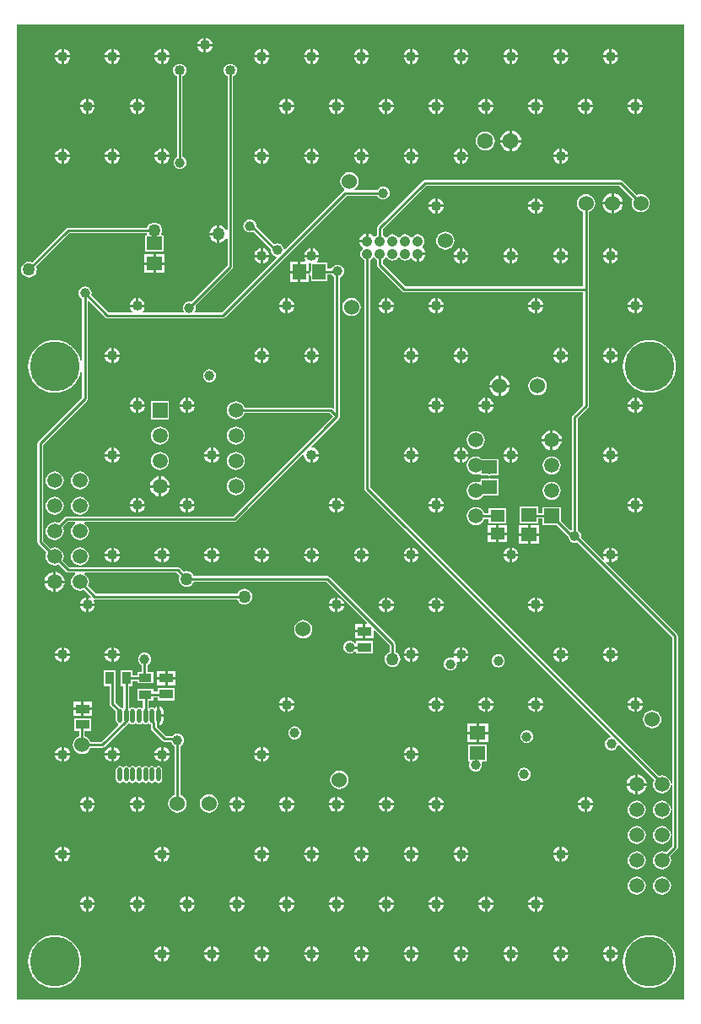
<source format=gbr>
%TF.GenerationSoftware,Altium Limited,Altium Designer,18.0.9 (584)*%
G04 Layer_Physical_Order=4*
G04 Layer_Color=16711680*
%FSLAX26Y26*%
%MOIN*%
%TF.FileFunction,Copper,L4,Bot,Signal*%
%TF.Part,Single*%
G01*
G75*
%TA.AperFunction,SMDPad,CuDef*%
%ADD10R,0.061024X0.053150*%
%ADD11R,0.053150X0.061024*%
%ADD12R,0.051181X0.033465*%
%ADD14R,0.057087X0.045276*%
%ADD22R,0.033465X0.051181*%
%ADD23R,0.053150X0.037402*%
%TA.AperFunction,Conductor*%
%ADD25C,0.010000*%
%TA.AperFunction,ComponentPad*%
%ADD27C,0.060000*%
%ADD28C,0.059055*%
%ADD29C,0.062992*%
%ADD30C,0.040000*%
%ADD31R,0.059055X0.059055*%
%TA.AperFunction,ViaPad*%
%ADD32C,0.196850*%
%TA.AperFunction,ComponentPad*%
%ADD33C,0.042000*%
%TA.AperFunction,ViaPad*%
%ADD34C,0.039370*%
%ADD35C,0.050000*%
%ADD36C,0.040000*%
%TA.AperFunction,SMDPad,CuDef*%
%ADD49O,0.017716X0.055118*%
G36*
X2637795Y3852110D02*
X2637795Y110D01*
X110D01*
Y3852110D01*
X2637795Y3852110D01*
D02*
G37*
%LPC*%
G36*
X749110Y3798711D02*
Y3774110D01*
X773711D01*
X773338Y3776942D01*
X770315Y3784239D01*
X765506Y3790506D01*
X759239Y3795315D01*
X751942Y3798338D01*
X749110Y3798711D01*
D02*
G37*
G36*
X739110D02*
X736278Y3798338D01*
X728981Y3795315D01*
X722714Y3790506D01*
X717905Y3784239D01*
X714882Y3776942D01*
X714509Y3774110D01*
X739110D01*
Y3798711D01*
D02*
G37*
G36*
X773711Y3764110D02*
X749110D01*
Y3739509D01*
X751942Y3739882D01*
X759239Y3742905D01*
X765506Y3747714D01*
X770315Y3753981D01*
X773338Y3761278D01*
X773711Y3764110D01*
D02*
G37*
G36*
X739110D02*
X714509D01*
X714882Y3761278D01*
X717905Y3753981D01*
X722714Y3747714D01*
X728981Y3742905D01*
X736278Y3739882D01*
X739110Y3739509D01*
Y3764110D01*
D02*
G37*
G36*
X2351457Y3754010D02*
Y3729410D01*
X2376057D01*
X2375685Y3732241D01*
X2372662Y3739539D01*
X2367853Y3745806D01*
X2361586Y3750615D01*
X2354288Y3753637D01*
X2351457Y3754010D01*
D02*
G37*
G36*
X2341457D02*
X2338625Y3753637D01*
X2331327Y3750615D01*
X2325061Y3745806D01*
X2320252Y3739539D01*
X2317229Y3732241D01*
X2316856Y3729410D01*
X2341457D01*
Y3754010D01*
D02*
G37*
G36*
X2154606D02*
Y3729410D01*
X2179207D01*
X2178834Y3732241D01*
X2175811Y3739539D01*
X2171003Y3745806D01*
X2164736Y3750615D01*
X2157438Y3753637D01*
X2154606Y3754010D01*
D02*
G37*
G36*
X2144606D02*
X2141775Y3753637D01*
X2134477Y3750615D01*
X2128210Y3745806D01*
X2123401Y3739539D01*
X2120378Y3732241D01*
X2120006Y3729410D01*
X2144606D01*
Y3754010D01*
D02*
G37*
G36*
X1957756D02*
Y3729410D01*
X1982357D01*
X1981984Y3732241D01*
X1978961Y3739539D01*
X1974152Y3745806D01*
X1967885Y3750615D01*
X1960588Y3753637D01*
X1957756Y3754010D01*
D02*
G37*
G36*
X1947756D02*
X1944924Y3753637D01*
X1937627Y3750615D01*
X1931360Y3745806D01*
X1926551Y3739539D01*
X1923528Y3732241D01*
X1923155Y3729410D01*
X1947756D01*
Y3754010D01*
D02*
G37*
G36*
X1760906D02*
Y3729410D01*
X1785506D01*
X1785133Y3732241D01*
X1782111Y3739539D01*
X1777302Y3745806D01*
X1771035Y3750615D01*
X1763737Y3753637D01*
X1760906Y3754010D01*
D02*
G37*
G36*
X1750906D02*
X1748074Y3753637D01*
X1740776Y3750615D01*
X1734509Y3745806D01*
X1729701Y3739539D01*
X1726678Y3732241D01*
X1726305Y3729410D01*
X1750906D01*
Y3754010D01*
D02*
G37*
G36*
X1564055D02*
Y3729410D01*
X1588656D01*
X1588283Y3732241D01*
X1585260Y3739539D01*
X1580451Y3745806D01*
X1574185Y3750615D01*
X1566887Y3753637D01*
X1564055Y3754010D01*
D02*
G37*
G36*
X1554055D02*
X1551224Y3753637D01*
X1543926Y3750615D01*
X1537659Y3745806D01*
X1532850Y3739539D01*
X1529827Y3732241D01*
X1529455Y3729410D01*
X1554055D01*
Y3754010D01*
D02*
G37*
G36*
X1367205D02*
Y3729410D01*
X1391805D01*
X1391433Y3732241D01*
X1388410Y3739539D01*
X1383601Y3745806D01*
X1377334Y3750615D01*
X1370036Y3753637D01*
X1367205Y3754010D01*
D02*
G37*
G36*
X1357205D02*
X1354373Y3753637D01*
X1347075Y3750615D01*
X1340809Y3745806D01*
X1336000Y3739539D01*
X1332977Y3732241D01*
X1332604Y3729410D01*
X1357205D01*
Y3754010D01*
D02*
G37*
G36*
X1170354D02*
Y3729410D01*
X1194955D01*
X1194582Y3732241D01*
X1191559Y3739539D01*
X1186751Y3745806D01*
X1180484Y3750615D01*
X1173186Y3753637D01*
X1170354Y3754010D01*
D02*
G37*
G36*
X1160354D02*
X1157523Y3753637D01*
X1150225Y3750615D01*
X1143958Y3745806D01*
X1139149Y3739539D01*
X1136127Y3732241D01*
X1135754Y3729410D01*
X1160354D01*
Y3754010D01*
D02*
G37*
G36*
X973504D02*
Y3729410D01*
X998105D01*
X997732Y3732241D01*
X994709Y3739539D01*
X989900Y3745806D01*
X983633Y3750615D01*
X976336Y3753637D01*
X973504Y3754010D01*
D02*
G37*
G36*
X963504D02*
X960672Y3753637D01*
X953375Y3750615D01*
X947108Y3745806D01*
X942299Y3739539D01*
X939276Y3732241D01*
X938903Y3729410D01*
X963504D01*
Y3754010D01*
D02*
G37*
G36*
X579803D02*
Y3729410D01*
X604404D01*
X604031Y3732241D01*
X601008Y3739539D01*
X596199Y3745806D01*
X589933Y3750615D01*
X582635Y3753637D01*
X579803Y3754010D01*
D02*
G37*
G36*
X569803D02*
X566972Y3753637D01*
X559674Y3750615D01*
X553407Y3745806D01*
X548598Y3739539D01*
X545575Y3732241D01*
X545202Y3729410D01*
X569803D01*
Y3754010D01*
D02*
G37*
G36*
X382953D02*
Y3729410D01*
X407553D01*
X407181Y3732241D01*
X404158Y3739539D01*
X399349Y3745806D01*
X393082Y3750615D01*
X385784Y3753637D01*
X382953Y3754010D01*
D02*
G37*
G36*
X372953D02*
X370121Y3753637D01*
X362823Y3750615D01*
X356557Y3745806D01*
X351748Y3739539D01*
X348725Y3732241D01*
X348352Y3729410D01*
X372953D01*
Y3754010D01*
D02*
G37*
G36*
X186102D02*
Y3729410D01*
X210703D01*
X210330Y3732241D01*
X207307Y3739539D01*
X202499Y3745806D01*
X196232Y3750615D01*
X188934Y3753637D01*
X186102Y3754010D01*
D02*
G37*
G36*
X176102D02*
X173271Y3753637D01*
X165973Y3750615D01*
X159706Y3745806D01*
X154897Y3739539D01*
X151875Y3732241D01*
X151502Y3729410D01*
X176102D01*
Y3754010D01*
D02*
G37*
G36*
X604404Y3719410D02*
X579803D01*
Y3694809D01*
X582635Y3695182D01*
X589933Y3698205D01*
X596199Y3703013D01*
X601008Y3709280D01*
X604031Y3716578D01*
X604404Y3719410D01*
D02*
G37*
G36*
X569803D02*
X545202D01*
X545575Y3716578D01*
X548598Y3709280D01*
X553407Y3703013D01*
X559674Y3698205D01*
X566972Y3695182D01*
X569803Y3694809D01*
Y3719410D01*
D02*
G37*
G36*
X407553D02*
X382953D01*
Y3694809D01*
X385784Y3695182D01*
X393082Y3698205D01*
X399349Y3703013D01*
X404158Y3709280D01*
X407181Y3716578D01*
X407553Y3719410D01*
D02*
G37*
G36*
X372953D02*
X348352D01*
X348725Y3716578D01*
X351748Y3709280D01*
X356557Y3703013D01*
X362823Y3698205D01*
X370121Y3695182D01*
X372953Y3694809D01*
Y3719410D01*
D02*
G37*
G36*
X210703D02*
X186102D01*
Y3694809D01*
X188934Y3695182D01*
X196232Y3698205D01*
X202499Y3703013D01*
X207307Y3709280D01*
X210330Y3716578D01*
X210703Y3719410D01*
D02*
G37*
G36*
X176102D02*
X151502D01*
X151875Y3716578D01*
X154897Y3709280D01*
X159706Y3703013D01*
X165973Y3698205D01*
X173271Y3695182D01*
X176102Y3694809D01*
Y3719410D01*
D02*
G37*
G36*
X2376057D02*
X2351457D01*
Y3694809D01*
X2354288Y3695182D01*
X2361586Y3698205D01*
X2367853Y3703013D01*
X2372662Y3709280D01*
X2375685Y3716578D01*
X2376057Y3719410D01*
D02*
G37*
G36*
X2341457D02*
X2316856D01*
X2317229Y3716578D01*
X2320252Y3709280D01*
X2325061Y3703013D01*
X2331327Y3698205D01*
X2338625Y3695182D01*
X2341457Y3694809D01*
Y3719410D01*
D02*
G37*
G36*
X2179207D02*
X2154606D01*
Y3694809D01*
X2157438Y3695182D01*
X2164736Y3698205D01*
X2171003Y3703013D01*
X2175811Y3709280D01*
X2178834Y3716578D01*
X2179207Y3719410D01*
D02*
G37*
G36*
X2144606D02*
X2120006D01*
X2120378Y3716578D01*
X2123401Y3709280D01*
X2128210Y3703013D01*
X2134477Y3698205D01*
X2141775Y3695182D01*
X2144606Y3694809D01*
Y3719410D01*
D02*
G37*
G36*
X1982357D02*
X1957756D01*
Y3694809D01*
X1960588Y3695182D01*
X1967885Y3698205D01*
X1974152Y3703013D01*
X1978961Y3709280D01*
X1981984Y3716578D01*
X1982357Y3719410D01*
D02*
G37*
G36*
X1947756D02*
X1923155D01*
X1923528Y3716578D01*
X1926551Y3709280D01*
X1931360Y3703013D01*
X1937627Y3698205D01*
X1944924Y3695182D01*
X1947756Y3694809D01*
Y3719410D01*
D02*
G37*
G36*
X1785506D02*
X1760906D01*
Y3694809D01*
X1763737Y3695182D01*
X1771035Y3698205D01*
X1777302Y3703013D01*
X1782111Y3709280D01*
X1785133Y3716578D01*
X1785506Y3719410D01*
D02*
G37*
G36*
X1750906D02*
X1726305D01*
X1726678Y3716578D01*
X1729701Y3709280D01*
X1734509Y3703013D01*
X1740776Y3698205D01*
X1748074Y3695182D01*
X1750906Y3694809D01*
Y3719410D01*
D02*
G37*
G36*
X1588656D02*
X1564055D01*
Y3694809D01*
X1566887Y3695182D01*
X1574185Y3698205D01*
X1580451Y3703013D01*
X1585260Y3709280D01*
X1588283Y3716578D01*
X1588656Y3719410D01*
D02*
G37*
G36*
X1554055D02*
X1529455D01*
X1529827Y3716578D01*
X1532850Y3709280D01*
X1537659Y3703013D01*
X1543926Y3698205D01*
X1551224Y3695182D01*
X1554055Y3694809D01*
Y3719410D01*
D02*
G37*
G36*
X1391805D02*
X1367205D01*
Y3694809D01*
X1370036Y3695182D01*
X1377334Y3698205D01*
X1383601Y3703013D01*
X1388410Y3709280D01*
X1391433Y3716578D01*
X1391805Y3719410D01*
D02*
G37*
G36*
X1357205D02*
X1332604D01*
X1332977Y3716578D01*
X1336000Y3709280D01*
X1340809Y3703013D01*
X1347075Y3698205D01*
X1354373Y3695182D01*
X1357205Y3694809D01*
Y3719410D01*
D02*
G37*
G36*
X1194955D02*
X1170354D01*
Y3694809D01*
X1173186Y3695182D01*
X1180484Y3698205D01*
X1186751Y3703013D01*
X1191559Y3709280D01*
X1194582Y3716578D01*
X1194955Y3719410D01*
D02*
G37*
G36*
X1160354D02*
X1135754D01*
X1136127Y3716578D01*
X1139149Y3709280D01*
X1143958Y3703013D01*
X1150225Y3698205D01*
X1157523Y3695182D01*
X1160354Y3694809D01*
Y3719410D01*
D02*
G37*
G36*
X998105D02*
X973504D01*
Y3694809D01*
X976336Y3695182D01*
X983633Y3698205D01*
X989900Y3703013D01*
X994709Y3709280D01*
X997732Y3716578D01*
X998105Y3719410D01*
D02*
G37*
G36*
X963504D02*
X938903D01*
X939276Y3716578D01*
X942299Y3709280D01*
X947108Y3703013D01*
X953375Y3698205D01*
X960672Y3695182D01*
X963504Y3694809D01*
Y3719410D01*
D02*
G37*
G36*
X2449882Y3557160D02*
Y3532559D01*
X2474483D01*
X2474110Y3535391D01*
X2471087Y3542689D01*
X2466278Y3548956D01*
X2460011Y3553764D01*
X2452714Y3556787D01*
X2449882Y3557160D01*
D02*
G37*
G36*
X2439882D02*
X2437050Y3556787D01*
X2429753Y3553764D01*
X2423486Y3548956D01*
X2418677Y3542689D01*
X2415654Y3535391D01*
X2415281Y3532559D01*
X2439882D01*
Y3557160D01*
D02*
G37*
G36*
X2253032D02*
Y3532559D01*
X2277632D01*
X2277260Y3535391D01*
X2274237Y3542689D01*
X2269428Y3548956D01*
X2263161Y3553764D01*
X2255863Y3556787D01*
X2253032Y3557160D01*
D02*
G37*
G36*
X2243032D02*
X2240200Y3556787D01*
X2232902Y3553764D01*
X2226635Y3548956D01*
X2221827Y3542689D01*
X2218804Y3535391D01*
X2218431Y3532559D01*
X2243032D01*
Y3557160D01*
D02*
G37*
G36*
X2056181D02*
Y3532559D01*
X2080782D01*
X2080409Y3535391D01*
X2077386Y3542689D01*
X2072577Y3548956D01*
X2066311Y3553764D01*
X2059013Y3556787D01*
X2056181Y3557160D01*
D02*
G37*
G36*
X2046181D02*
X2043350Y3556787D01*
X2036052Y3553764D01*
X2029785Y3548956D01*
X2024976Y3542689D01*
X2021953Y3535391D01*
X2021581Y3532559D01*
X2046181D01*
Y3557160D01*
D02*
G37*
G36*
X1859331D02*
Y3532559D01*
X1883931D01*
X1883559Y3535391D01*
X1880536Y3542689D01*
X1875727Y3548956D01*
X1869460Y3553764D01*
X1862162Y3556787D01*
X1859331Y3557160D01*
D02*
G37*
G36*
X1849331D02*
X1846499Y3556787D01*
X1839201Y3553764D01*
X1832935Y3548956D01*
X1828126Y3542689D01*
X1825103Y3535391D01*
X1824730Y3532559D01*
X1849331D01*
Y3557160D01*
D02*
G37*
G36*
X1662480D02*
Y3532559D01*
X1687081D01*
X1686708Y3535391D01*
X1683685Y3542689D01*
X1678877Y3548956D01*
X1672610Y3553764D01*
X1665312Y3556787D01*
X1662480Y3557160D01*
D02*
G37*
G36*
X1652480D02*
X1649649Y3556787D01*
X1642351Y3553764D01*
X1636084Y3548956D01*
X1631275Y3542689D01*
X1628253Y3535391D01*
X1627880Y3532559D01*
X1652480D01*
Y3557160D01*
D02*
G37*
G36*
X1465630D02*
Y3532559D01*
X1490231D01*
X1489858Y3535391D01*
X1486835Y3542689D01*
X1482026Y3548956D01*
X1475759Y3553764D01*
X1468462Y3556787D01*
X1465630Y3557160D01*
D02*
G37*
G36*
X1455630D02*
X1452798Y3556787D01*
X1445501Y3553764D01*
X1439234Y3548956D01*
X1434425Y3542689D01*
X1431402Y3535391D01*
X1431029Y3532559D01*
X1455630D01*
Y3557160D01*
D02*
G37*
G36*
X1268780D02*
Y3532559D01*
X1293380D01*
X1293007Y3535391D01*
X1289985Y3542689D01*
X1285176Y3548956D01*
X1278909Y3553764D01*
X1271611Y3556787D01*
X1268780Y3557160D01*
D02*
G37*
G36*
X1258780D02*
X1255948Y3556787D01*
X1248650Y3553764D01*
X1242383Y3548956D01*
X1237575Y3542689D01*
X1234552Y3535391D01*
X1234179Y3532559D01*
X1258780D01*
Y3557160D01*
D02*
G37*
G36*
X1071929D02*
Y3532559D01*
X1096530D01*
X1096157Y3535391D01*
X1093134Y3542689D01*
X1088325Y3548956D01*
X1082059Y3553764D01*
X1074761Y3556787D01*
X1071929Y3557160D01*
D02*
G37*
G36*
X1061929D02*
X1059098Y3556787D01*
X1051800Y3553764D01*
X1045533Y3548956D01*
X1040724Y3542689D01*
X1037701Y3535391D01*
X1037329Y3532559D01*
X1061929D01*
Y3557160D01*
D02*
G37*
G36*
X481378D02*
Y3532559D01*
X505979D01*
X505606Y3535391D01*
X502583Y3542689D01*
X497774Y3548956D01*
X491507Y3553764D01*
X484210Y3556787D01*
X481378Y3557160D01*
D02*
G37*
G36*
X471378D02*
X468546Y3556787D01*
X461249Y3553764D01*
X454982Y3548956D01*
X450173Y3542689D01*
X447150Y3535391D01*
X446777Y3532559D01*
X471378D01*
Y3557160D01*
D02*
G37*
G36*
X284528D02*
Y3532559D01*
X309128D01*
X308755Y3535391D01*
X305733Y3542689D01*
X300924Y3548956D01*
X294657Y3553764D01*
X287359Y3556787D01*
X284528Y3557160D01*
D02*
G37*
G36*
X274528D02*
X271696Y3556787D01*
X264398Y3553764D01*
X258131Y3548956D01*
X253323Y3542689D01*
X250300Y3535391D01*
X249927Y3532559D01*
X274528D01*
Y3557160D01*
D02*
G37*
G36*
X2474483Y3522559D02*
X2449882D01*
Y3497959D01*
X2452714Y3498331D01*
X2460011Y3501354D01*
X2466278Y3506163D01*
X2471087Y3512430D01*
X2474110Y3519728D01*
X2474483Y3522559D01*
D02*
G37*
G36*
X2439882D02*
X2415281D01*
X2415654Y3519728D01*
X2418677Y3512430D01*
X2423486Y3506163D01*
X2429753Y3501354D01*
X2437050Y3498331D01*
X2439882Y3497959D01*
Y3522559D01*
D02*
G37*
G36*
X2277632D02*
X2253032D01*
Y3497959D01*
X2255863Y3498331D01*
X2263161Y3501354D01*
X2269428Y3506163D01*
X2274237Y3512430D01*
X2277260Y3519728D01*
X2277632Y3522559D01*
D02*
G37*
G36*
X2243032D02*
X2218431D01*
X2218804Y3519728D01*
X2221827Y3512430D01*
X2226635Y3506163D01*
X2232902Y3501354D01*
X2240200Y3498331D01*
X2243032Y3497959D01*
Y3522559D01*
D02*
G37*
G36*
X2080782D02*
X2056181D01*
Y3497959D01*
X2059013Y3498331D01*
X2066311Y3501354D01*
X2072577Y3506163D01*
X2077386Y3512430D01*
X2080409Y3519728D01*
X2080782Y3522559D01*
D02*
G37*
G36*
X2046181D02*
X2021581D01*
X2021953Y3519728D01*
X2024976Y3512430D01*
X2029785Y3506163D01*
X2036052Y3501354D01*
X2043350Y3498331D01*
X2046181Y3497959D01*
Y3522559D01*
D02*
G37*
G36*
X1883931D02*
X1859331D01*
Y3497959D01*
X1862162Y3498331D01*
X1869460Y3501354D01*
X1875727Y3506163D01*
X1880536Y3512430D01*
X1883559Y3519728D01*
X1883931Y3522559D01*
D02*
G37*
G36*
X1849331D02*
X1824730D01*
X1825103Y3519728D01*
X1828126Y3512430D01*
X1832935Y3506163D01*
X1839201Y3501354D01*
X1846499Y3498331D01*
X1849331Y3497959D01*
Y3522559D01*
D02*
G37*
G36*
X1687081D02*
X1662480D01*
Y3497959D01*
X1665312Y3498331D01*
X1672610Y3501354D01*
X1678877Y3506163D01*
X1683685Y3512430D01*
X1686708Y3519728D01*
X1687081Y3522559D01*
D02*
G37*
G36*
X1652480D02*
X1627880D01*
X1628253Y3519728D01*
X1631275Y3512430D01*
X1636084Y3506163D01*
X1642351Y3501354D01*
X1649649Y3498331D01*
X1652480Y3497959D01*
Y3522559D01*
D02*
G37*
G36*
X1490231D02*
X1465630D01*
Y3497959D01*
X1468462Y3498331D01*
X1475759Y3501354D01*
X1482026Y3506163D01*
X1486835Y3512430D01*
X1489858Y3519728D01*
X1490231Y3522559D01*
D02*
G37*
G36*
X1455630D02*
X1431029D01*
X1431402Y3519728D01*
X1434425Y3512430D01*
X1439234Y3506163D01*
X1445501Y3501354D01*
X1452798Y3498331D01*
X1455630Y3497959D01*
Y3522559D01*
D02*
G37*
G36*
X1293380D02*
X1268780D01*
Y3497959D01*
X1271611Y3498331D01*
X1278909Y3501354D01*
X1285176Y3506163D01*
X1289985Y3512430D01*
X1293007Y3519728D01*
X1293380Y3522559D01*
D02*
G37*
G36*
X1258780D02*
X1234179D01*
X1234552Y3519728D01*
X1237575Y3512430D01*
X1242383Y3506163D01*
X1248650Y3501354D01*
X1255948Y3498331D01*
X1258780Y3497959D01*
Y3522559D01*
D02*
G37*
G36*
X1096530D02*
X1071929D01*
Y3497959D01*
X1074761Y3498331D01*
X1082059Y3501354D01*
X1088325Y3506163D01*
X1093134Y3512430D01*
X1096157Y3519728D01*
X1096530Y3522559D01*
D02*
G37*
G36*
X1061929D02*
X1037329D01*
X1037701Y3519728D01*
X1040724Y3512430D01*
X1045533Y3506163D01*
X1051800Y3501354D01*
X1059098Y3498331D01*
X1061929Y3497959D01*
Y3522559D01*
D02*
G37*
G36*
X505979D02*
X481378D01*
Y3497959D01*
X484210Y3498331D01*
X491507Y3501354D01*
X497774Y3506163D01*
X502583Y3512430D01*
X505606Y3519728D01*
X505979Y3522559D01*
D02*
G37*
G36*
X471378D02*
X446777D01*
X447150Y3519728D01*
X450173Y3512430D01*
X454982Y3506163D01*
X461249Y3501354D01*
X468546Y3498331D01*
X471378Y3497959D01*
Y3522559D01*
D02*
G37*
G36*
X309128D02*
X284528D01*
Y3497959D01*
X287359Y3498331D01*
X294657Y3501354D01*
X300924Y3506163D01*
X305733Y3512430D01*
X308755Y3519728D01*
X309128Y3522559D01*
D02*
G37*
G36*
X274528D02*
X249927D01*
X250300Y3519728D01*
X253323Y3512430D01*
X258131Y3506163D01*
X264398Y3501354D01*
X271696Y3498331D01*
X274528Y3497959D01*
Y3522559D01*
D02*
G37*
G36*
X1957110Y3431306D02*
Y3395110D01*
X1993306D01*
X1992538Y3400943D01*
X1988357Y3411037D01*
X1981705Y3419705D01*
X1973037Y3426357D01*
X1962943Y3430538D01*
X1957110Y3431306D01*
D02*
G37*
G36*
X1947110D02*
X1941277Y3430538D01*
X1931183Y3426357D01*
X1922515Y3419705D01*
X1915863Y3411037D01*
X1911682Y3400943D01*
X1910914Y3395110D01*
X1947110D01*
Y3431306D01*
D02*
G37*
G36*
X1852110Y3427834D02*
X1842346Y3426549D01*
X1833248Y3422780D01*
X1825435Y3416785D01*
X1819440Y3408972D01*
X1815671Y3399874D01*
X1814386Y3390110D01*
X1815671Y3380346D01*
X1819440Y3371248D01*
X1825435Y3363435D01*
X1833248Y3357440D01*
X1842346Y3353671D01*
X1852110Y3352386D01*
X1861874Y3353671D01*
X1870972Y3357440D01*
X1878785Y3363435D01*
X1884780Y3371248D01*
X1888549Y3380346D01*
X1889834Y3390110D01*
X1888549Y3399874D01*
X1884780Y3408972D01*
X1878785Y3416785D01*
X1870972Y3422780D01*
X1861874Y3426549D01*
X1852110Y3427834D01*
D02*
G37*
G36*
X1993306Y3385110D02*
X1957110D01*
Y3348914D01*
X1962943Y3349682D01*
X1973037Y3353863D01*
X1981705Y3360515D01*
X1988357Y3369183D01*
X1992538Y3379277D01*
X1993306Y3385110D01*
D02*
G37*
G36*
X1947110D02*
X1910914D01*
X1911682Y3379277D01*
X1915863Y3369183D01*
X1922515Y3360515D01*
X1931183Y3353863D01*
X1941277Y3349682D01*
X1947110Y3348914D01*
Y3385110D01*
D02*
G37*
G36*
X2154606Y3360309D02*
Y3335709D01*
X2179207D01*
X2178834Y3338540D01*
X2175811Y3345838D01*
X2171003Y3352105D01*
X2164736Y3356914D01*
X2157438Y3359937D01*
X2154606Y3360309D01*
D02*
G37*
G36*
X2144606D02*
X2141775Y3359937D01*
X2134477Y3356914D01*
X2128210Y3352105D01*
X2123401Y3345838D01*
X2120378Y3338540D01*
X2120006Y3335709D01*
X2144606D01*
Y3360309D01*
D02*
G37*
G36*
X1760906D02*
Y3335709D01*
X1785506D01*
X1785133Y3338540D01*
X1782111Y3345838D01*
X1777302Y3352105D01*
X1771035Y3356914D01*
X1763737Y3359937D01*
X1760906Y3360309D01*
D02*
G37*
G36*
X1750906D02*
X1748074Y3359937D01*
X1740776Y3356914D01*
X1734509Y3352105D01*
X1729701Y3345838D01*
X1726678Y3338540D01*
X1726305Y3335709D01*
X1750906D01*
Y3360309D01*
D02*
G37*
G36*
X1564055D02*
Y3335709D01*
X1588656D01*
X1588283Y3338540D01*
X1585260Y3345838D01*
X1580451Y3352105D01*
X1574185Y3356914D01*
X1566887Y3359937D01*
X1564055Y3360309D01*
D02*
G37*
G36*
X1554055D02*
X1551224Y3359937D01*
X1543926Y3356914D01*
X1537659Y3352105D01*
X1532850Y3345838D01*
X1529827Y3338540D01*
X1529455Y3335709D01*
X1554055D01*
Y3360309D01*
D02*
G37*
G36*
X1367205D02*
Y3335709D01*
X1391805D01*
X1391433Y3338540D01*
X1388410Y3345838D01*
X1383601Y3352105D01*
X1377334Y3356914D01*
X1370036Y3359937D01*
X1367205Y3360309D01*
D02*
G37*
G36*
X1357205D02*
X1354373Y3359937D01*
X1347075Y3356914D01*
X1340809Y3352105D01*
X1336000Y3345838D01*
X1332977Y3338540D01*
X1332604Y3335709D01*
X1357205D01*
Y3360309D01*
D02*
G37*
G36*
X1170354D02*
Y3335709D01*
X1194955D01*
X1194582Y3338540D01*
X1191559Y3345838D01*
X1186751Y3352105D01*
X1180484Y3356914D01*
X1173186Y3359937D01*
X1170354Y3360309D01*
D02*
G37*
G36*
X1160354D02*
X1157523Y3359937D01*
X1150225Y3356914D01*
X1143958Y3352105D01*
X1139149Y3345838D01*
X1136127Y3338540D01*
X1135754Y3335709D01*
X1160354D01*
Y3360309D01*
D02*
G37*
G36*
X973504D02*
Y3335709D01*
X998105D01*
X997732Y3338540D01*
X994709Y3345838D01*
X989900Y3352105D01*
X983633Y3356914D01*
X976336Y3359937D01*
X973504Y3360309D01*
D02*
G37*
G36*
X963504D02*
X960672Y3359937D01*
X953375Y3356914D01*
X947108Y3352105D01*
X942299Y3345838D01*
X939276Y3338540D01*
X938903Y3335709D01*
X963504D01*
Y3360309D01*
D02*
G37*
G36*
X579803D02*
Y3335709D01*
X604404D01*
X604031Y3338540D01*
X601008Y3345838D01*
X596199Y3352105D01*
X589933Y3356914D01*
X582635Y3359937D01*
X579803Y3360309D01*
D02*
G37*
G36*
X569803D02*
X566972Y3359937D01*
X559674Y3356914D01*
X553407Y3352105D01*
X548598Y3345838D01*
X545575Y3338540D01*
X545202Y3335709D01*
X569803D01*
Y3360309D01*
D02*
G37*
G36*
X382953D02*
Y3335709D01*
X407553D01*
X407181Y3338540D01*
X404158Y3345838D01*
X399349Y3352105D01*
X393082Y3356914D01*
X385784Y3359937D01*
X382953Y3360309D01*
D02*
G37*
G36*
X372953D02*
X370121Y3359937D01*
X362823Y3356914D01*
X356557Y3352105D01*
X351748Y3345838D01*
X348725Y3338540D01*
X348352Y3335709D01*
X372953D01*
Y3360309D01*
D02*
G37*
G36*
X186102D02*
Y3335709D01*
X210703D01*
X210330Y3338540D01*
X207307Y3345838D01*
X202499Y3352105D01*
X196232Y3356914D01*
X188934Y3359937D01*
X186102Y3360309D01*
D02*
G37*
G36*
X176102D02*
X173271Y3359937D01*
X165973Y3356914D01*
X159706Y3352105D01*
X154897Y3345838D01*
X151875Y3338540D01*
X151502Y3335709D01*
X176102D01*
Y3360309D01*
D02*
G37*
G36*
X2179207Y3325709D02*
X2154606D01*
Y3301108D01*
X2157438Y3301481D01*
X2164736Y3304504D01*
X2171003Y3309312D01*
X2175811Y3315579D01*
X2178834Y3322877D01*
X2179207Y3325709D01*
D02*
G37*
G36*
X2144606D02*
X2120006D01*
X2120378Y3322877D01*
X2123401Y3315579D01*
X2128210Y3309312D01*
X2134477Y3304504D01*
X2141775Y3301481D01*
X2144606Y3301108D01*
Y3325709D01*
D02*
G37*
G36*
X1785506D02*
X1760906D01*
Y3301108D01*
X1763737Y3301481D01*
X1771035Y3304504D01*
X1777302Y3309312D01*
X1782111Y3315579D01*
X1785133Y3322877D01*
X1785506Y3325709D01*
D02*
G37*
G36*
X1750906D02*
X1726305D01*
X1726678Y3322877D01*
X1729701Y3315579D01*
X1734509Y3309312D01*
X1740776Y3304504D01*
X1748074Y3301481D01*
X1750906Y3301108D01*
Y3325709D01*
D02*
G37*
G36*
X1588656D02*
X1564055D01*
Y3301108D01*
X1566887Y3301481D01*
X1574185Y3304504D01*
X1580451Y3309312D01*
X1585260Y3315579D01*
X1588283Y3322877D01*
X1588656Y3325709D01*
D02*
G37*
G36*
X1554055D02*
X1529455D01*
X1529827Y3322877D01*
X1532850Y3315579D01*
X1537659Y3309312D01*
X1543926Y3304504D01*
X1551224Y3301481D01*
X1554055Y3301108D01*
Y3325709D01*
D02*
G37*
G36*
X1391805D02*
X1367205D01*
Y3301108D01*
X1370036Y3301481D01*
X1377334Y3304504D01*
X1383601Y3309312D01*
X1388410Y3315579D01*
X1391433Y3322877D01*
X1391805Y3325709D01*
D02*
G37*
G36*
X1357205D02*
X1332604D01*
X1332977Y3322877D01*
X1336000Y3315579D01*
X1340809Y3309312D01*
X1347075Y3304504D01*
X1354373Y3301481D01*
X1357205Y3301108D01*
Y3325709D01*
D02*
G37*
G36*
X1194955D02*
X1170354D01*
Y3301108D01*
X1173186Y3301481D01*
X1180484Y3304504D01*
X1186751Y3309312D01*
X1191559Y3315579D01*
X1194582Y3322877D01*
X1194955Y3325709D01*
D02*
G37*
G36*
X1160354D02*
X1135754D01*
X1136127Y3322877D01*
X1139149Y3315579D01*
X1143958Y3309312D01*
X1150225Y3304504D01*
X1157523Y3301481D01*
X1160354Y3301108D01*
Y3325709D01*
D02*
G37*
G36*
X998105D02*
X973504D01*
Y3301108D01*
X976336Y3301481D01*
X983633Y3304504D01*
X989900Y3309312D01*
X994709Y3315579D01*
X997732Y3322877D01*
X998105Y3325709D01*
D02*
G37*
G36*
X963504D02*
X938903D01*
X939276Y3322877D01*
X942299Y3315579D01*
X947108Y3309312D01*
X953375Y3304504D01*
X960672Y3301481D01*
X963504Y3301108D01*
Y3325709D01*
D02*
G37*
G36*
X604404D02*
X579803D01*
Y3301108D01*
X582635Y3301481D01*
X589933Y3304504D01*
X596199Y3309312D01*
X601008Y3315579D01*
X604031Y3322877D01*
X604404Y3325709D01*
D02*
G37*
G36*
X569803D02*
X545202D01*
X545575Y3322877D01*
X548598Y3315579D01*
X553407Y3309312D01*
X559674Y3304504D01*
X566972Y3301481D01*
X569803Y3301108D01*
Y3325709D01*
D02*
G37*
G36*
X407553D02*
X382953D01*
Y3301108D01*
X385784Y3301481D01*
X393082Y3304504D01*
X399349Y3309312D01*
X404158Y3315579D01*
X407181Y3322877D01*
X407553Y3325709D01*
D02*
G37*
G36*
X372953D02*
X348352D01*
X348725Y3322877D01*
X351748Y3315579D01*
X356557Y3309312D01*
X362823Y3304504D01*
X370121Y3301481D01*
X372953Y3301108D01*
Y3325709D01*
D02*
G37*
G36*
X210703D02*
X186102D01*
Y3301108D01*
X188934Y3301481D01*
X196232Y3304504D01*
X202499Y3309312D01*
X207307Y3315579D01*
X210330Y3322877D01*
X210703Y3325709D01*
D02*
G37*
G36*
X176102D02*
X151502D01*
X151875Y3322877D01*
X154897Y3315579D01*
X159706Y3309312D01*
X165973Y3304504D01*
X173271Y3301481D01*
X176102Y3301108D01*
Y3325709D01*
D02*
G37*
G36*
X644110Y3695239D02*
X637347Y3694349D01*
X631045Y3691738D01*
X625634Y3687586D01*
X621482Y3682175D01*
X618871Y3675873D01*
X617981Y3669110D01*
X618871Y3662347D01*
X621482Y3656046D01*
X625634Y3650634D01*
X631045Y3646482D01*
X633491Y3645469D01*
Y3327996D01*
X632205Y3327463D01*
X626859Y3323361D01*
X622757Y3318016D01*
X620178Y3311791D01*
X619299Y3305110D01*
X620178Y3298430D01*
X622757Y3292205D01*
X626859Y3286859D01*
X632205Y3282757D01*
X638430Y3280178D01*
X645110Y3279299D01*
X651791Y3280178D01*
X658016Y3282757D01*
X663361Y3286859D01*
X667463Y3292205D01*
X670042Y3298430D01*
X670922Y3305110D01*
X670042Y3311791D01*
X667463Y3318016D01*
X663361Y3323361D01*
X658016Y3327463D01*
X655729Y3328410D01*
Y3645883D01*
X657174Y3646482D01*
X662586Y3650634D01*
X666738Y3656046D01*
X669349Y3662347D01*
X670239Y3669110D01*
X669349Y3675873D01*
X666738Y3682175D01*
X662586Y3687586D01*
X657174Y3691738D01*
X650873Y3694349D01*
X644110Y3695239D01*
D02*
G37*
G36*
X2386220Y3236119D02*
X2386220Y3236119D01*
X1613001D01*
X1613000Y3236119D01*
X1608745Y3235273D01*
X1605138Y3232863D01*
X1605137Y3232862D01*
X1427247Y3054972D01*
X1424837Y3051365D01*
X1423991Y3047110D01*
X1423991Y3047110D01*
Y3019629D01*
X1421541Y3018614D01*
X1415921Y3014301D01*
X1415842Y3014198D01*
X1409539Y3014198D01*
X1407219Y3017222D01*
X1400744Y3022190D01*
X1393203Y3025314D01*
X1390110Y3025721D01*
Y2995112D01*
X1385110D01*
Y2990112D01*
X1354501D01*
X1354908Y2987019D01*
X1358032Y2979478D01*
X1363001Y2973003D01*
X1366024Y2970683D01*
X1366024Y2964380D01*
X1365921Y2964301D01*
X1361608Y2958681D01*
X1358897Y2952136D01*
X1357972Y2945112D01*
X1358897Y2938088D01*
X1361608Y2931543D01*
X1365921Y2925923D01*
X1371541Y2921610D01*
X1373991Y2920595D01*
Y2018372D01*
X1373991Y2018372D01*
X1374837Y2014116D01*
X1377247Y2010509D01*
X2347178Y1040579D01*
X2345386Y1035299D01*
X2343430Y1035042D01*
X2337204Y1032463D01*
X2331859Y1028361D01*
X2327757Y1023016D01*
X2325178Y1016790D01*
X2324299Y1010110D01*
X2325178Y1003429D01*
X2327757Y997204D01*
X2331859Y991859D01*
X2337204Y987757D01*
X2343430Y985178D01*
X2350110Y984299D01*
X2356791Y985178D01*
X2363016Y987757D01*
X2368361Y991859D01*
X2372463Y997204D01*
X2375042Y1003429D01*
X2375299Y1005386D01*
X2380579Y1007178D01*
X2519428Y868329D01*
X2519159Y867979D01*
X2515589Y859360D01*
X2514371Y850110D01*
X2515589Y840860D01*
X2519159Y832241D01*
X2524839Y824839D01*
X2532241Y819159D01*
X2540860Y815589D01*
X2550110Y814371D01*
X2559360Y815589D01*
X2567979Y819159D01*
X2575381Y824839D01*
X2581061Y832241D01*
X2584631Y840860D01*
X2585849Y850110D01*
X2584631Y859360D01*
X2581061Y867979D01*
X2575381Y875381D01*
X2567979Y881061D01*
X2559360Y884631D01*
X2550110Y885849D01*
X2540860Y884631D01*
X2536416Y882790D01*
X1396229Y2022977D01*
Y2920595D01*
X1398679Y2921610D01*
X1404299Y2925923D01*
X1407076Y2929542D01*
X1407701Y2929818D01*
X1412519D01*
X1413144Y2929542D01*
X1415921Y2925923D01*
X1421541Y2921610D01*
X1423991Y2920595D01*
Y2902111D01*
X1423991Y2902110D01*
X1424837Y2897855D01*
X1427247Y2894248D01*
X1524248Y2797248D01*
X1524248Y2797247D01*
X1527855Y2794837D01*
X1532110Y2793991D01*
X1532111Y2793991D01*
X2238991D01*
Y2348690D01*
X2197247Y2306946D01*
X2194837Y2303339D01*
X2193991Y2299084D01*
X2193991Y2299083D01*
Y1853203D01*
X2192204Y1852463D01*
X2189239Y1850188D01*
X2149567Y1889860D01*
Y1945001D01*
X2078701D01*
Y1921937D01*
X2061417D01*
Y1946850D01*
X1988583D01*
Y1881890D01*
X2061417D01*
Y1899699D01*
X2078701D01*
Y1874135D01*
X2133842D01*
X2179516Y1828461D01*
X2180178Y1823429D01*
X2182757Y1817204D01*
X2186859Y1811859D01*
X2192204Y1807757D01*
X2198430Y1805178D01*
X2205110Y1804299D01*
X2211791Y1805178D01*
X2215698Y1806797D01*
X2590881Y1431615D01*
Y606606D01*
X2566110Y581835D01*
X2559360Y584631D01*
X2550110Y585849D01*
X2540860Y584631D01*
X2532241Y581061D01*
X2524839Y575381D01*
X2519159Y567979D01*
X2515589Y559360D01*
X2514371Y550110D01*
X2515589Y540860D01*
X2519159Y532241D01*
X2524839Y524839D01*
X2532241Y519159D01*
X2540860Y515589D01*
X2550110Y514371D01*
X2559360Y515589D01*
X2567979Y519159D01*
X2575381Y524839D01*
X2581061Y532241D01*
X2584631Y540860D01*
X2585849Y550110D01*
X2584631Y559360D01*
X2581835Y566110D01*
X2609862Y594137D01*
X2609863Y594138D01*
X2612273Y597745D01*
X2613119Y602000D01*
Y1436220D01*
X2612273Y1440476D01*
X2609863Y1444083D01*
X2609862Y1444083D01*
X2327974Y1725971D01*
X2331278Y1729739D01*
X2331327Y1729701D01*
X2338625Y1726678D01*
X2341457Y1726305D01*
Y1750906D01*
X2316856D01*
X2317229Y1748074D01*
X2320252Y1740776D01*
X2320290Y1740727D01*
X2316523Y1737423D01*
X2230097Y1823848D01*
X2230921Y1830110D01*
X2230042Y1836791D01*
X2227463Y1843016D01*
X2223361Y1848361D01*
X2218016Y1852463D01*
X2216229Y1853203D01*
Y2294478D01*
X2257973Y2336221D01*
X2260383Y2339829D01*
X2261229Y2344084D01*
X2261229Y2344084D01*
Y2805110D01*
Y3109552D01*
X2268218Y3112447D01*
X2275718Y3118202D01*
X2281474Y3125703D01*
X2285091Y3134437D01*
X2286325Y3143810D01*
X2285091Y3153183D01*
X2281474Y3161918D01*
X2275718Y3169418D01*
X2268218Y3175174D01*
X2259483Y3178791D01*
X2250110Y3180026D01*
X2240737Y3178791D01*
X2232003Y3175174D01*
X2224502Y3169418D01*
X2218747Y3161918D01*
X2215129Y3153183D01*
X2213895Y3143810D01*
X2215129Y3134437D01*
X2218747Y3125703D01*
X2224502Y3118202D01*
X2232003Y3112447D01*
X2238991Y3109552D01*
Y2816229D01*
X1536716D01*
X1446229Y2906716D01*
Y2920595D01*
X1448679Y2921610D01*
X1454299Y2925923D01*
X1457076Y2929542D01*
X1457701Y2929818D01*
X1462519D01*
X1463144Y2929542D01*
X1465921Y2925923D01*
X1471541Y2921610D01*
X1478086Y2918899D01*
X1485110Y2917974D01*
X1492134Y2918899D01*
X1498679Y2921610D01*
X1504299Y2925923D01*
X1507076Y2929542D01*
X1507701Y2929818D01*
X1512519D01*
X1513144Y2929542D01*
X1515921Y2925923D01*
X1521541Y2921610D01*
X1528086Y2918899D01*
X1535110Y2917974D01*
X1542134Y2918899D01*
X1548679Y2921610D01*
X1554299Y2925923D01*
X1554378Y2926026D01*
X1560681Y2926026D01*
X1563001Y2923003D01*
X1569476Y2918034D01*
X1577017Y2914910D01*
X1580110Y2914503D01*
Y2945112D01*
X1585110D01*
Y2950112D01*
X1615719D01*
X1615312Y2953205D01*
X1612188Y2960746D01*
X1607219Y2967222D01*
X1604196Y2969541D01*
X1604196Y2975844D01*
X1604299Y2975923D01*
X1608612Y2981543D01*
X1611323Y2988088D01*
X1612248Y2995112D01*
X1611323Y3002136D01*
X1608612Y3008681D01*
X1604299Y3014301D01*
X1598679Y3018614D01*
X1592134Y3021325D01*
X1585110Y3022250D01*
X1578086Y3021325D01*
X1571541Y3018614D01*
X1565921Y3014301D01*
X1563144Y3010682D01*
X1562519Y3010406D01*
X1557701D01*
X1557076Y3010682D01*
X1554299Y3014301D01*
X1548679Y3018614D01*
X1542134Y3021325D01*
X1535110Y3022250D01*
X1528086Y3021325D01*
X1521541Y3018614D01*
X1515921Y3014301D01*
X1513144Y3010682D01*
X1512519Y3010406D01*
X1507701D01*
X1507076Y3010682D01*
X1504299Y3014301D01*
X1498679Y3018614D01*
X1492134Y3021325D01*
X1485110Y3022250D01*
X1478086Y3021325D01*
X1471541Y3018614D01*
X1465921Y3014301D01*
X1463144Y3010682D01*
X1462519Y3010406D01*
X1457701D01*
X1457076Y3010682D01*
X1454299Y3014301D01*
X1448679Y3018614D01*
X1446229Y3019629D01*
Y3042504D01*
X1617606Y3213881D01*
X2381615D01*
X2434024Y3161472D01*
X2431129Y3154483D01*
X2429895Y3145110D01*
X2431129Y3135737D01*
X2434747Y3127003D01*
X2440502Y3119502D01*
X2448003Y3113747D01*
X2456737Y3110129D01*
X2466110Y3108895D01*
X2475483Y3110129D01*
X2484218Y3113747D01*
X2491718Y3119502D01*
X2497474Y3127003D01*
X2501091Y3135737D01*
X2502325Y3145110D01*
X2501091Y3154483D01*
X2497474Y3163218D01*
X2491718Y3170718D01*
X2484218Y3176474D01*
X2475483Y3180091D01*
X2466110Y3181325D01*
X2456737Y3180091D01*
X2449749Y3177197D01*
X2394083Y3232863D01*
X2390476Y3235273D01*
X2386220Y3236119D01*
D02*
G37*
G36*
X844110Y3695239D02*
X837347Y3694349D01*
X831045Y3691738D01*
X825634Y3687586D01*
X821482Y3682175D01*
X818871Y3675873D01*
X817981Y3669110D01*
X818871Y3662347D01*
X821482Y3656046D01*
X825634Y3650634D01*
X831045Y3646482D01*
X832991Y3645676D01*
Y3041012D01*
X827991Y3040017D01*
X827683Y3040761D01*
X822072Y3048073D01*
X814761Y3053683D01*
X806247Y3057209D01*
X802110Y3057754D01*
Y3023110D01*
Y2988466D01*
X806247Y2989011D01*
X814761Y2992538D01*
X822072Y2998148D01*
X827683Y3005459D01*
X827991Y3006203D01*
X832991Y3005209D01*
Y2898716D01*
X690577Y2756302D01*
X688791Y2757042D01*
X682110Y2757921D01*
X675430Y2757042D01*
X669205Y2754463D01*
X663859Y2750361D01*
X659757Y2745016D01*
X657178Y2738791D01*
X656299Y2732110D01*
X657178Y2725430D01*
X659757Y2719205D01*
X660958Y2717639D01*
X658493Y2712639D01*
X498009D01*
X496312Y2717639D01*
X497774Y2718761D01*
X502583Y2725028D01*
X505606Y2732326D01*
X505979Y2735158D01*
X446777D01*
X447150Y2732326D01*
X450173Y2725028D01*
X454982Y2718761D01*
X456445Y2717639D01*
X454747Y2712639D01*
X363306D01*
X294302Y2781643D01*
X295042Y2783430D01*
X295921Y2790110D01*
X295042Y2796791D01*
X292463Y2803016D01*
X288361Y2808361D01*
X283016Y2812463D01*
X276791Y2815042D01*
X270110Y2815921D01*
X263430Y2815042D01*
X257204Y2812463D01*
X251859Y2808361D01*
X247757Y2803016D01*
X245178Y2796791D01*
X244299Y2790110D01*
X245178Y2783430D01*
X247757Y2777204D01*
X251859Y2771859D01*
X257204Y2767757D01*
X258991Y2767017D01*
Y2510122D01*
X253991Y2509925D01*
X253475Y2516481D01*
X249641Y2532450D01*
X243357Y2547622D01*
X234776Y2561624D01*
X224111Y2574111D01*
X211624Y2584776D01*
X197622Y2593357D01*
X182450Y2599641D01*
X166481Y2603475D01*
X150110Y2604763D01*
X133739Y2603475D01*
X117770Y2599641D01*
X102598Y2593357D01*
X88596Y2584776D01*
X76109Y2574111D01*
X65444Y2561624D01*
X56863Y2547622D01*
X50579Y2532450D01*
X46745Y2516481D01*
X45457Y2500110D01*
X46745Y2483739D01*
X50579Y2467770D01*
X56863Y2452598D01*
X65444Y2438596D01*
X76109Y2426109D01*
X88596Y2415444D01*
X102598Y2406863D01*
X117770Y2400579D01*
X133739Y2396745D01*
X150110Y2395457D01*
X166481Y2396745D01*
X182450Y2400579D01*
X197622Y2406863D01*
X211624Y2415444D01*
X224111Y2426109D01*
X234776Y2438596D01*
X243357Y2452598D01*
X249641Y2467770D01*
X253475Y2483739D01*
X253991Y2490295D01*
X258991Y2490098D01*
Y2377812D01*
X85138Y2203959D01*
X82727Y2200352D01*
X81881Y2196097D01*
X81881Y2196096D01*
Y1807220D01*
X81881Y1807220D01*
X82727Y1802965D01*
X85138Y1799358D01*
X118385Y1766110D01*
X115589Y1759360D01*
X114371Y1750110D01*
X115589Y1740860D01*
X119159Y1732241D01*
X124839Y1724839D01*
X132241Y1719159D01*
X140860Y1715589D01*
X150110Y1714371D01*
X159360Y1715589D01*
X166110Y1718385D01*
X195357Y1689138D01*
X195357Y1689138D01*
X198965Y1686727D01*
X203220Y1685881D01*
X203220Y1685881D01*
X230128D01*
X232045Y1681391D01*
X232006Y1680881D01*
X224839Y1675381D01*
X219159Y1667979D01*
X215589Y1659360D01*
X214371Y1650110D01*
X215589Y1640860D01*
X219159Y1632241D01*
X224839Y1624839D01*
X232241Y1619159D01*
X240860Y1615589D01*
X250110Y1614371D01*
X259360Y1615589D01*
X266110Y1618385D01*
X293233Y1591262D01*
X290401Y1587023D01*
X287359Y1588283D01*
X284528Y1588656D01*
Y1564055D01*
X309128D01*
X308755Y1566887D01*
X305733Y1574185D01*
X304206Y1576174D01*
X307027Y1580711D01*
X308728Y1580373D01*
X308728Y1580373D01*
X871154D01*
X873004Y1575906D01*
X877958Y1569450D01*
X884414Y1564496D01*
X891932Y1561382D01*
X900000Y1560320D01*
X908068Y1561382D01*
X915586Y1564496D01*
X922042Y1569450D01*
X926996Y1575906D01*
X930110Y1583424D01*
X931172Y1591492D01*
X930110Y1599560D01*
X926996Y1607078D01*
X922042Y1613534D01*
X915586Y1618488D01*
X908068Y1621602D01*
X900000Y1622664D01*
X891932Y1621602D01*
X884414Y1618488D01*
X877958Y1613534D01*
X873004Y1607078D01*
X871154Y1602611D01*
X313334D01*
X281835Y1634110D01*
X284631Y1640860D01*
X285849Y1650110D01*
X284631Y1659360D01*
X281061Y1667979D01*
X275381Y1675381D01*
X268214Y1680881D01*
X268175Y1681391D01*
X270092Y1685881D01*
X632394D01*
X643740Y1674535D01*
X641890Y1670068D01*
X640828Y1662000D01*
X641890Y1653932D01*
X645004Y1646414D01*
X649958Y1639958D01*
X656414Y1635004D01*
X663932Y1631890D01*
X672000Y1630828D01*
X680068Y1631890D01*
X687586Y1635004D01*
X694042Y1639958D01*
X698996Y1646414D01*
X700846Y1650881D01*
X1222809D01*
X1385763Y1487927D01*
X1383850Y1483307D01*
X1379110D01*
Y1454606D01*
Y1425906D01*
X1410685D01*
Y1456472D01*
X1415304Y1458385D01*
X1473991Y1399699D01*
Y1373956D01*
X1469524Y1372106D01*
X1463068Y1367152D01*
X1458114Y1360696D01*
X1455000Y1353178D01*
X1453938Y1345110D01*
X1455000Y1337042D01*
X1458114Y1329524D01*
X1463068Y1323068D01*
X1469524Y1318114D01*
X1477042Y1315000D01*
X1485110Y1313938D01*
X1493178Y1315000D01*
X1500696Y1318114D01*
X1507152Y1323068D01*
X1512106Y1329524D01*
X1515220Y1337042D01*
X1516282Y1345110D01*
X1515220Y1353178D01*
X1512106Y1360696D01*
X1507152Y1367152D01*
X1500696Y1372106D01*
X1496229Y1373956D01*
Y1404305D01*
X1495383Y1408560D01*
X1492973Y1412167D01*
X1492972Y1412168D01*
X1235277Y1669862D01*
X1231670Y1672273D01*
X1227415Y1673119D01*
X1227414Y1673119D01*
X700846D01*
X698996Y1677586D01*
X694042Y1684042D01*
X687586Y1688996D01*
X680068Y1692110D01*
X672000Y1693172D01*
X663932Y1692110D01*
X659465Y1690260D01*
X644862Y1704862D01*
X641255Y1707273D01*
X637000Y1708119D01*
X637000Y1708119D01*
X207826D01*
X181835Y1734110D01*
X184631Y1740860D01*
X185849Y1750110D01*
X184631Y1759360D01*
X181061Y1767979D01*
X175381Y1775381D01*
X167979Y1781061D01*
X159360Y1784631D01*
X150110Y1785849D01*
X140860Y1784631D01*
X134110Y1781835D01*
X104119Y1811826D01*
Y2191491D01*
X277972Y2365344D01*
X277973Y2365344D01*
X280383Y2368951D01*
X281229Y2373206D01*
X281229Y2373207D01*
Y2756733D01*
X285849Y2758646D01*
X350838Y2693657D01*
X350838Y2693657D01*
X354445Y2691247D01*
X358700Y2690400D01*
X814781D01*
X814781Y2690400D01*
X819036Y2691247D01*
X822644Y2693657D01*
X1302978Y3173991D01*
X1424523D01*
X1425263Y3172205D01*
X1429364Y3166859D01*
X1434710Y3162757D01*
X1440935Y3160178D01*
X1447616Y3159299D01*
X1454296Y3160178D01*
X1460521Y3162757D01*
X1465867Y3166859D01*
X1469969Y3172205D01*
X1472548Y3178430D01*
X1473427Y3185110D01*
X1472548Y3191791D01*
X1469969Y3198016D01*
X1465867Y3203361D01*
X1460521Y3207463D01*
X1454296Y3210042D01*
X1447616Y3210921D01*
X1440935Y3210042D01*
X1434710Y3207463D01*
X1429364Y3203361D01*
X1425263Y3198016D01*
X1424523Y3196229D01*
X1336847D01*
X1335150Y3201229D01*
X1340718Y3205502D01*
X1346474Y3213003D01*
X1350091Y3221737D01*
X1351325Y3231110D01*
X1350091Y3240483D01*
X1346474Y3249218D01*
X1340718Y3256718D01*
X1333218Y3262474D01*
X1324483Y3266091D01*
X1315110Y3267325D01*
X1305737Y3266091D01*
X1297003Y3262474D01*
X1289502Y3256718D01*
X1283747Y3249218D01*
X1280129Y3240483D01*
X1278895Y3231110D01*
X1280129Y3221737D01*
X1283747Y3213003D01*
X1289502Y3205502D01*
X1295649Y3200786D01*
X1294931Y3195903D01*
X1294715Y3195502D01*
X1294117Y3195383D01*
X1290509Y3192973D01*
X1060579Y2963042D01*
X1055300Y2964834D01*
X1055042Y2966791D01*
X1052463Y2973016D01*
X1048361Y2978361D01*
X1043016Y2982463D01*
X1036791Y2985042D01*
X1030110Y2985921D01*
X1023430Y2985042D01*
X1017205Y2982463D01*
X1016796Y2982150D01*
X946562Y3052383D01*
X946922Y3055110D01*
X946042Y3061791D01*
X943463Y3068016D01*
X939361Y3073361D01*
X934016Y3077463D01*
X927791Y3080042D01*
X921110Y3080921D01*
X914430Y3080042D01*
X908205Y3077463D01*
X902859Y3073361D01*
X898757Y3068016D01*
X896178Y3061791D01*
X895299Y3055110D01*
X896178Y3048430D01*
X898757Y3042205D01*
X902859Y3036859D01*
X908205Y3032757D01*
X914430Y3030178D01*
X921110Y3029299D01*
X927791Y3030178D01*
X934016Y3032757D01*
X934425Y3033071D01*
X1004658Y2962837D01*
X1004299Y2960110D01*
X1005178Y2953430D01*
X1007757Y2947205D01*
X1011859Y2941859D01*
X1017205Y2937757D01*
X1023430Y2935178D01*
X1025386Y2934921D01*
X1027178Y2929642D01*
X810175Y2712639D01*
X705728D01*
X703262Y2717639D01*
X704463Y2719205D01*
X707042Y2725430D01*
X707922Y2732110D01*
X707042Y2738791D01*
X706302Y2740577D01*
X851972Y2886247D01*
X854383Y2889855D01*
X855229Y2894110D01*
Y3645676D01*
X857174Y3646482D01*
X862586Y3650634D01*
X866738Y3656046D01*
X869349Y3662347D01*
X870239Y3669110D01*
X869349Y3675873D01*
X866738Y3682175D01*
X862586Y3687586D01*
X857174Y3691738D01*
X850873Y3694349D01*
X844110Y3695239D01*
D02*
G37*
G36*
X2360110Y3184797D02*
Y3150110D01*
X2394797D01*
X2394081Y3155552D01*
X2390050Y3165283D01*
X2383639Y3173639D01*
X2375283Y3180050D01*
X2365552Y3184081D01*
X2360110Y3184797D01*
D02*
G37*
G36*
X2350110D02*
X2344668Y3184081D01*
X2334938Y3180050D01*
X2326582Y3173639D01*
X2320170Y3165283D01*
X2316140Y3155552D01*
X2315423Y3150110D01*
X2350110D01*
Y3184797D01*
D02*
G37*
G36*
X2056181Y3163459D02*
Y3138858D01*
X2080782D01*
X2080409Y3141690D01*
X2077386Y3148988D01*
X2072577Y3155255D01*
X2066311Y3160063D01*
X2059013Y3163086D01*
X2056181Y3163459D01*
D02*
G37*
G36*
X2046181D02*
X2043350Y3163086D01*
X2036052Y3160063D01*
X2029785Y3155255D01*
X2024976Y3148988D01*
X2021953Y3141690D01*
X2021581Y3138858D01*
X2046181D01*
Y3163459D01*
D02*
G37*
G36*
X1662480D02*
Y3138858D01*
X1687081D01*
X1686708Y3141690D01*
X1683685Y3148988D01*
X1678877Y3155255D01*
X1672610Y3160063D01*
X1665312Y3163086D01*
X1662480Y3163459D01*
D02*
G37*
G36*
X1652480D02*
X1649649Y3163086D01*
X1642351Y3160063D01*
X1636084Y3155255D01*
X1631275Y3148988D01*
X1628253Y3141690D01*
X1627880Y3138858D01*
X1652480D01*
Y3163459D01*
D02*
G37*
G36*
X2394797Y3140110D02*
X2360110D01*
Y3105423D01*
X2365552Y3106140D01*
X2375283Y3110170D01*
X2383639Y3116582D01*
X2390050Y3124938D01*
X2394081Y3134668D01*
X2394797Y3140110D01*
D02*
G37*
G36*
X2350110D02*
X2315423D01*
X2316140Y3134668D01*
X2320170Y3124938D01*
X2326582Y3116582D01*
X2334938Y3110170D01*
X2344668Y3106140D01*
X2350110Y3105423D01*
Y3140110D01*
D02*
G37*
G36*
X2080782Y3128858D02*
X2056181D01*
Y3104258D01*
X2059013Y3104631D01*
X2066311Y3107653D01*
X2072577Y3112462D01*
X2077386Y3118729D01*
X2080409Y3126027D01*
X2080782Y3128858D01*
D02*
G37*
G36*
X2046181D02*
X2021581D01*
X2021953Y3126027D01*
X2024976Y3118729D01*
X2029785Y3112462D01*
X2036052Y3107653D01*
X2043350Y3104631D01*
X2046181Y3104258D01*
Y3128858D01*
D02*
G37*
G36*
X1687081D02*
X1662480D01*
Y3104258D01*
X1665312Y3104631D01*
X1672610Y3107653D01*
X1678877Y3112462D01*
X1683685Y3118729D01*
X1686708Y3126027D01*
X1687081Y3128858D01*
D02*
G37*
G36*
X1652480D02*
X1627880D01*
X1628253Y3126027D01*
X1631275Y3118729D01*
X1636084Y3112462D01*
X1642351Y3107653D01*
X1649649Y3104631D01*
X1652480Y3104258D01*
Y3128858D01*
D02*
G37*
G36*
X792110Y3057754D02*
X787973Y3057209D01*
X779459Y3053683D01*
X772148Y3048073D01*
X766538Y3040761D01*
X763011Y3032247D01*
X762466Y3028110D01*
X792110D01*
Y3057754D01*
D02*
G37*
G36*
X1380110Y3025721D02*
X1377017Y3025314D01*
X1369476Y3022190D01*
X1363001Y3017222D01*
X1358032Y3010746D01*
X1354908Y3003205D01*
X1354501Y3000112D01*
X1380110D01*
Y3025721D01*
D02*
G37*
G36*
X792110Y3018110D02*
X762466D01*
X763011Y3013973D01*
X766538Y3005459D01*
X772148Y2998148D01*
X779459Y2992538D01*
X787973Y2989011D01*
X792110Y2988466D01*
Y3018110D01*
D02*
G37*
G36*
X1694110Y3033325D02*
X1684737Y3032091D01*
X1676003Y3028474D01*
X1668502Y3022718D01*
X1662747Y3015218D01*
X1659129Y3006483D01*
X1657895Y2997110D01*
X1659129Y2987737D01*
X1662747Y2979003D01*
X1668502Y2971502D01*
X1676003Y2965747D01*
X1684737Y2962129D01*
X1694110Y2960895D01*
X1703483Y2962129D01*
X1712218Y2965747D01*
X1719718Y2971502D01*
X1725474Y2979003D01*
X1729091Y2987737D01*
X1730325Y2997110D01*
X1729091Y3006483D01*
X1725474Y3015218D01*
X1719718Y3022718D01*
X1712218Y3028474D01*
X1703483Y3032091D01*
X1694110Y3033325D01*
D02*
G37*
G36*
X544110Y3068534D02*
X536042Y3067472D01*
X528524Y3064358D01*
X522068Y3059404D01*
X517114Y3052948D01*
X515264Y3048481D01*
X203362D01*
X199107Y3047635D01*
X195500Y3045224D01*
X195499Y3045224D01*
X61535Y2911260D01*
X57068Y2913110D01*
X49000Y2914172D01*
X40932Y2913110D01*
X33414Y2909996D01*
X26958Y2905042D01*
X22004Y2898586D01*
X18890Y2891068D01*
X17828Y2883000D01*
X18890Y2874932D01*
X22004Y2867414D01*
X26958Y2860958D01*
X33414Y2856004D01*
X40932Y2852890D01*
X49000Y2851828D01*
X57068Y2852890D01*
X64586Y2856004D01*
X71042Y2860958D01*
X75996Y2867414D01*
X79110Y2874932D01*
X80172Y2883000D01*
X79110Y2891068D01*
X77260Y2895535D01*
X207968Y3026243D01*
X513371D01*
X515445Y3022526D01*
X513078Y3017961D01*
X508693D01*
Y2953000D01*
X581528D01*
Y3017961D01*
X573824D01*
X571597Y3022961D01*
X574220Y3029294D01*
X575282Y3037362D01*
X574220Y3045430D01*
X571106Y3052948D01*
X566152Y3059404D01*
X559696Y3064358D01*
X552178Y3067472D01*
X544110Y3068534D01*
D02*
G37*
G36*
X2351457Y2966609D02*
Y2942008D01*
X2376057D01*
X2375685Y2944840D01*
X2372662Y2952137D01*
X2367853Y2958404D01*
X2361586Y2963213D01*
X2354288Y2966236D01*
X2351457Y2966609D01*
D02*
G37*
G36*
X2341457D02*
X2338625Y2966236D01*
X2331327Y2963213D01*
X2325061Y2958404D01*
X2320252Y2952137D01*
X2317229Y2944840D01*
X2316856Y2942008D01*
X2341457D01*
Y2966609D01*
D02*
G37*
G36*
X2154606D02*
Y2942008D01*
X2179207D01*
X2178834Y2944840D01*
X2175811Y2952137D01*
X2171003Y2958404D01*
X2164736Y2963213D01*
X2157438Y2966236D01*
X2154606Y2966609D01*
D02*
G37*
G36*
X2144606D02*
X2141775Y2966236D01*
X2134477Y2963213D01*
X2128210Y2958404D01*
X2123401Y2952137D01*
X2120378Y2944840D01*
X2120006Y2942008D01*
X2144606D01*
Y2966609D01*
D02*
G37*
G36*
X1957756D02*
Y2942008D01*
X1982357D01*
X1981984Y2944840D01*
X1978961Y2952137D01*
X1974152Y2958404D01*
X1967885Y2963213D01*
X1960588Y2966236D01*
X1957756Y2966609D01*
D02*
G37*
G36*
X1947756D02*
X1944924Y2966236D01*
X1937627Y2963213D01*
X1931360Y2958404D01*
X1926551Y2952137D01*
X1923528Y2944840D01*
X1923155Y2942008D01*
X1947756D01*
Y2966609D01*
D02*
G37*
G36*
X1760906D02*
Y2942008D01*
X1785506D01*
X1785133Y2944840D01*
X1782111Y2952137D01*
X1777302Y2958404D01*
X1771035Y2963213D01*
X1763737Y2966236D01*
X1760906Y2966609D01*
D02*
G37*
G36*
X1750906D02*
X1748074Y2966236D01*
X1740776Y2963213D01*
X1734509Y2958404D01*
X1729701Y2952137D01*
X1726678Y2944840D01*
X1726305Y2942008D01*
X1750906D01*
Y2966609D01*
D02*
G37*
G36*
X1170354D02*
Y2942008D01*
X1194955D01*
X1194582Y2944840D01*
X1191559Y2952137D01*
X1186751Y2958404D01*
X1180484Y2963213D01*
X1173186Y2966236D01*
X1170354Y2966609D01*
D02*
G37*
G36*
X1160354D02*
X1157523Y2966236D01*
X1150225Y2963213D01*
X1143958Y2958404D01*
X1139149Y2952137D01*
X1136127Y2944840D01*
X1135754Y2942008D01*
X1160354D01*
Y2966609D01*
D02*
G37*
G36*
X973504D02*
Y2942008D01*
X998105D01*
X997732Y2944840D01*
X994709Y2952137D01*
X989900Y2958404D01*
X983633Y2963213D01*
X976336Y2966236D01*
X973504Y2966609D01*
D02*
G37*
G36*
X963504D02*
X960672Y2966236D01*
X953375Y2963213D01*
X947108Y2958404D01*
X942299Y2952137D01*
X939276Y2944840D01*
X938903Y2942008D01*
X963504D01*
Y2966609D01*
D02*
G37*
G36*
X1615719Y2940112D02*
X1590110D01*
Y2914503D01*
X1593203Y2914910D01*
X1600744Y2918034D01*
X1607219Y2923003D01*
X1612188Y2929478D01*
X1615312Y2937019D01*
X1615719Y2940112D01*
D02*
G37*
G36*
X585622Y2943315D02*
X550110D01*
Y2911740D01*
X585622D01*
Y2943315D01*
D02*
G37*
G36*
X540110D02*
X504598D01*
Y2911740D01*
X540110D01*
Y2943315D01*
D02*
G37*
G36*
X2376057Y2932008D02*
X2351457D01*
Y2907407D01*
X2354288Y2907780D01*
X2361586Y2910803D01*
X2367853Y2915612D01*
X2372662Y2921879D01*
X2375685Y2929176D01*
X2376057Y2932008D01*
D02*
G37*
G36*
X2341457D02*
X2316856D01*
X2317229Y2929176D01*
X2320252Y2921879D01*
X2325061Y2915612D01*
X2331327Y2910803D01*
X2338625Y2907780D01*
X2341457Y2907407D01*
Y2932008D01*
D02*
G37*
G36*
X2179207D02*
X2154606D01*
Y2907407D01*
X2157438Y2907780D01*
X2164736Y2910803D01*
X2171003Y2915612D01*
X2175811Y2921879D01*
X2178834Y2929176D01*
X2179207Y2932008D01*
D02*
G37*
G36*
X2144606D02*
X2120006D01*
X2120378Y2929176D01*
X2123401Y2921879D01*
X2128210Y2915612D01*
X2134477Y2910803D01*
X2141775Y2907780D01*
X2144606Y2907407D01*
Y2932008D01*
D02*
G37*
G36*
X1982357D02*
X1957756D01*
Y2907407D01*
X1960588Y2907780D01*
X1967885Y2910803D01*
X1974152Y2915612D01*
X1978961Y2921879D01*
X1981984Y2929176D01*
X1982357Y2932008D01*
D02*
G37*
G36*
X1947756D02*
X1923155D01*
X1923528Y2929176D01*
X1926551Y2921879D01*
X1931360Y2915612D01*
X1937627Y2910803D01*
X1944924Y2907780D01*
X1947756Y2907407D01*
Y2932008D01*
D02*
G37*
G36*
X1785506D02*
X1760906D01*
Y2907407D01*
X1763737Y2907780D01*
X1771035Y2910803D01*
X1777302Y2915612D01*
X1782111Y2921879D01*
X1785133Y2929176D01*
X1785506Y2932008D01*
D02*
G37*
G36*
X1750906D02*
X1726305D01*
X1726678Y2929176D01*
X1729701Y2921879D01*
X1734509Y2915612D01*
X1740776Y2910803D01*
X1748074Y2907780D01*
X1750906Y2907407D01*
Y2932008D01*
D02*
G37*
G36*
X998105D02*
X973504D01*
Y2907407D01*
X976336Y2907780D01*
X983633Y2910803D01*
X989900Y2915612D01*
X994709Y2921879D01*
X997732Y2929176D01*
X998105Y2932008D01*
D02*
G37*
G36*
X963504D02*
X938903D01*
X939276Y2929176D01*
X942299Y2921879D01*
X947108Y2915612D01*
X953375Y2910803D01*
X960672Y2907780D01*
X963504Y2907407D01*
Y2932008D01*
D02*
G37*
G36*
X1111763Y2914079D02*
X1080189D01*
Y2878567D01*
X1111763D01*
Y2914079D01*
D02*
G37*
G36*
X585622Y2901740D02*
X550110D01*
Y2870165D01*
X585622D01*
Y2901740D01*
D02*
G37*
G36*
X540110D02*
X504598D01*
Y2870165D01*
X540110D01*
Y2901740D01*
D02*
G37*
G36*
X1153339Y2868567D02*
X1121763D01*
Y2833055D01*
X1153339D01*
Y2868567D01*
D02*
G37*
G36*
X1111763D02*
X1080189D01*
Y2833055D01*
X1111763D01*
Y2868567D01*
D02*
G37*
G36*
X2449882Y2769758D02*
Y2745158D01*
X2474483D01*
X2474110Y2747989D01*
X2471087Y2755287D01*
X2466278Y2761554D01*
X2460011Y2766363D01*
X2452714Y2769385D01*
X2449882Y2769758D01*
D02*
G37*
G36*
X2439882D02*
X2437050Y2769385D01*
X2429753Y2766363D01*
X2423486Y2761554D01*
X2418677Y2755287D01*
X2415654Y2747989D01*
X2415281Y2745158D01*
X2439882D01*
Y2769758D01*
D02*
G37*
G36*
X2056181D02*
Y2745158D01*
X2080782D01*
X2080409Y2747989D01*
X2077386Y2755287D01*
X2072577Y2761554D01*
X2066311Y2766363D01*
X2059013Y2769385D01*
X2056181Y2769758D01*
D02*
G37*
G36*
X2046181D02*
X2043350Y2769385D01*
X2036052Y2766363D01*
X2029785Y2761554D01*
X2024976Y2755287D01*
X2021953Y2747989D01*
X2021581Y2745158D01*
X2046181D01*
Y2769758D01*
D02*
G37*
G36*
X1662480D02*
Y2745158D01*
X1687081D01*
X1686708Y2747989D01*
X1683685Y2755287D01*
X1678877Y2761554D01*
X1672610Y2766363D01*
X1665312Y2769385D01*
X1662480Y2769758D01*
D02*
G37*
G36*
X1652480D02*
X1649649Y2769385D01*
X1642351Y2766363D01*
X1636084Y2761554D01*
X1631275Y2755287D01*
X1628253Y2747989D01*
X1627880Y2745158D01*
X1652480D01*
Y2769758D01*
D02*
G37*
G36*
X1465630D02*
Y2745158D01*
X1490231D01*
X1489858Y2747989D01*
X1486835Y2755287D01*
X1482026Y2761554D01*
X1475759Y2766363D01*
X1468462Y2769385D01*
X1465630Y2769758D01*
D02*
G37*
G36*
X1455630D02*
X1452798Y2769385D01*
X1445501Y2766363D01*
X1439234Y2761554D01*
X1434425Y2755287D01*
X1431402Y2747989D01*
X1431029Y2745158D01*
X1455630D01*
Y2769758D01*
D02*
G37*
G36*
X1071929D02*
Y2745158D01*
X1096530D01*
X1096157Y2747989D01*
X1093134Y2755287D01*
X1088325Y2761554D01*
X1082059Y2766363D01*
X1074761Y2769385D01*
X1071929Y2769758D01*
D02*
G37*
G36*
X1061929D02*
X1059098Y2769385D01*
X1051800Y2766363D01*
X1045533Y2761554D01*
X1040724Y2755287D01*
X1037701Y2747989D01*
X1037329Y2745158D01*
X1061929D01*
Y2769758D01*
D02*
G37*
G36*
X481378D02*
Y2745158D01*
X505979D01*
X505606Y2747989D01*
X502583Y2755287D01*
X497774Y2761554D01*
X491507Y2766363D01*
X484210Y2769385D01*
X481378Y2769758D01*
D02*
G37*
G36*
X471378D02*
X468546Y2769385D01*
X461249Y2766363D01*
X454982Y2761554D01*
X450173Y2755287D01*
X447150Y2747989D01*
X446777Y2745158D01*
X471378D01*
Y2769758D01*
D02*
G37*
G36*
X2474483Y2735158D02*
X2449882D01*
Y2710557D01*
X2452714Y2710930D01*
X2460011Y2713953D01*
X2466278Y2718761D01*
X2471087Y2725028D01*
X2474110Y2732326D01*
X2474483Y2735158D01*
D02*
G37*
G36*
X2439882D02*
X2415281D01*
X2415654Y2732326D01*
X2418677Y2725028D01*
X2423486Y2718761D01*
X2429753Y2713953D01*
X2437050Y2710930D01*
X2439882Y2710557D01*
Y2735158D01*
D02*
G37*
G36*
X2080782D02*
X2056181D01*
Y2710557D01*
X2059013Y2710930D01*
X2066311Y2713953D01*
X2072577Y2718761D01*
X2077386Y2725028D01*
X2080409Y2732326D01*
X2080782Y2735158D01*
D02*
G37*
G36*
X2046181D02*
X2021581D01*
X2021953Y2732326D01*
X2024976Y2725028D01*
X2029785Y2718761D01*
X2036052Y2713953D01*
X2043350Y2710930D01*
X2046181Y2710557D01*
Y2735158D01*
D02*
G37*
G36*
X1687081D02*
X1662480D01*
Y2710557D01*
X1665312Y2710930D01*
X1672610Y2713953D01*
X1678877Y2718761D01*
X1683685Y2725028D01*
X1686708Y2732326D01*
X1687081Y2735158D01*
D02*
G37*
G36*
X1652480D02*
X1627880D01*
X1628253Y2732326D01*
X1631275Y2725028D01*
X1636084Y2718761D01*
X1642351Y2713953D01*
X1649649Y2710930D01*
X1652480Y2710557D01*
Y2735158D01*
D02*
G37*
G36*
X1490231D02*
X1465630D01*
Y2710557D01*
X1468462Y2710930D01*
X1475759Y2713953D01*
X1482026Y2718761D01*
X1486835Y2725028D01*
X1489858Y2732326D01*
X1490231Y2735158D01*
D02*
G37*
G36*
X1455630D02*
X1431029D01*
X1431402Y2732326D01*
X1434425Y2725028D01*
X1439234Y2718761D01*
X1445501Y2713953D01*
X1452798Y2710930D01*
X1455630Y2710557D01*
Y2735158D01*
D02*
G37*
G36*
X1096530D02*
X1071929D01*
Y2710557D01*
X1074761Y2710930D01*
X1082059Y2713953D01*
X1088325Y2718761D01*
X1093134Y2725028D01*
X1096157Y2732326D01*
X1096530Y2735158D01*
D02*
G37*
G36*
X1061929D02*
X1037329D01*
X1037701Y2732326D01*
X1040724Y2725028D01*
X1045533Y2718761D01*
X1051800Y2713953D01*
X1059098Y2710930D01*
X1061929Y2710557D01*
Y2735158D01*
D02*
G37*
G36*
X1323110Y2771325D02*
X1313737Y2770091D01*
X1305003Y2766474D01*
X1297502Y2760718D01*
X1291747Y2753218D01*
X1288129Y2744483D01*
X1286895Y2735110D01*
X1288129Y2725737D01*
X1291747Y2717003D01*
X1297502Y2709502D01*
X1305003Y2703747D01*
X1313737Y2700129D01*
X1323110Y2698895D01*
X1332483Y2700129D01*
X1341218Y2703747D01*
X1348718Y2709502D01*
X1354474Y2717003D01*
X1358091Y2725737D01*
X1359325Y2735110D01*
X1358091Y2744483D01*
X1354474Y2753218D01*
X1348718Y2760718D01*
X1341218Y2766474D01*
X1332483Y2770091D01*
X1323110Y2771325D01*
D02*
G37*
G36*
X2351457Y2572908D02*
Y2548307D01*
X2376057D01*
X2375685Y2551139D01*
X2372662Y2558437D01*
X2367853Y2564704D01*
X2361586Y2569512D01*
X2354288Y2572535D01*
X2351457Y2572908D01*
D02*
G37*
G36*
X2341457D02*
X2338625Y2572535D01*
X2331327Y2569512D01*
X2325061Y2564704D01*
X2320252Y2558437D01*
X2317229Y2551139D01*
X2316856Y2548307D01*
X2341457D01*
Y2572908D01*
D02*
G37*
G36*
X2154606D02*
Y2548307D01*
X2179207D01*
X2178834Y2551139D01*
X2175811Y2558437D01*
X2171003Y2564704D01*
X2164736Y2569512D01*
X2157438Y2572535D01*
X2154606Y2572908D01*
D02*
G37*
G36*
X2144606D02*
X2141775Y2572535D01*
X2134477Y2569512D01*
X2128210Y2564704D01*
X2123401Y2558437D01*
X2120378Y2551139D01*
X2120006Y2548307D01*
X2144606D01*
Y2572908D01*
D02*
G37*
G36*
X1760906D02*
Y2548307D01*
X1785506D01*
X1785133Y2551139D01*
X1782111Y2558437D01*
X1777302Y2564704D01*
X1771035Y2569512D01*
X1763737Y2572535D01*
X1760906Y2572908D01*
D02*
G37*
G36*
X1750906D02*
X1748074Y2572535D01*
X1740776Y2569512D01*
X1734509Y2564704D01*
X1729701Y2558437D01*
X1726678Y2551139D01*
X1726305Y2548307D01*
X1750906D01*
Y2572908D01*
D02*
G37*
G36*
X1564055D02*
Y2548307D01*
X1588656D01*
X1588283Y2551139D01*
X1585260Y2558437D01*
X1580451Y2564704D01*
X1574185Y2569512D01*
X1566887Y2572535D01*
X1564055Y2572908D01*
D02*
G37*
G36*
X1554055D02*
X1551224Y2572535D01*
X1543926Y2569512D01*
X1537659Y2564704D01*
X1532850Y2558437D01*
X1529827Y2551139D01*
X1529455Y2548307D01*
X1554055D01*
Y2572908D01*
D02*
G37*
G36*
X1170354D02*
Y2548307D01*
X1194955D01*
X1194582Y2551139D01*
X1191559Y2558437D01*
X1186751Y2564704D01*
X1180484Y2569512D01*
X1173186Y2572535D01*
X1170354Y2572908D01*
D02*
G37*
G36*
X1160354D02*
X1157523Y2572535D01*
X1150225Y2569512D01*
X1143958Y2564704D01*
X1139149Y2558437D01*
X1136127Y2551139D01*
X1135754Y2548307D01*
X1160354D01*
Y2572908D01*
D02*
G37*
G36*
X973504D02*
Y2548307D01*
X998105D01*
X997732Y2551139D01*
X994709Y2558437D01*
X989900Y2564704D01*
X983633Y2569512D01*
X976336Y2572535D01*
X973504Y2572908D01*
D02*
G37*
G36*
X963504D02*
X960672Y2572535D01*
X953375Y2569512D01*
X947108Y2564704D01*
X942299Y2558437D01*
X939276Y2551139D01*
X938903Y2548307D01*
X963504D01*
Y2572908D01*
D02*
G37*
G36*
X382953D02*
Y2548307D01*
X407553D01*
X407181Y2551139D01*
X404158Y2558437D01*
X399349Y2564704D01*
X393082Y2569512D01*
X385784Y2572535D01*
X382953Y2572908D01*
D02*
G37*
G36*
X372953D02*
X370121Y2572535D01*
X362823Y2569512D01*
X356557Y2564704D01*
X351748Y2558437D01*
X348725Y2551139D01*
X348352Y2548307D01*
X372953D01*
Y2572908D01*
D02*
G37*
G36*
X2376057Y2538307D02*
X2351457D01*
Y2513706D01*
X2354288Y2514079D01*
X2361586Y2517102D01*
X2367853Y2521911D01*
X2372662Y2528178D01*
X2375685Y2535476D01*
X2376057Y2538307D01*
D02*
G37*
G36*
X2341457D02*
X2316856D01*
X2317229Y2535476D01*
X2320252Y2528178D01*
X2325061Y2521911D01*
X2331327Y2517102D01*
X2338625Y2514079D01*
X2341457Y2513706D01*
Y2538307D01*
D02*
G37*
G36*
X2179207D02*
X2154606D01*
Y2513706D01*
X2157438Y2514079D01*
X2164736Y2517102D01*
X2171003Y2521911D01*
X2175811Y2528178D01*
X2178834Y2535476D01*
X2179207Y2538307D01*
D02*
G37*
G36*
X2144606D02*
X2120006D01*
X2120378Y2535476D01*
X2123401Y2528178D01*
X2128210Y2521911D01*
X2134477Y2517102D01*
X2141775Y2514079D01*
X2144606Y2513706D01*
Y2538307D01*
D02*
G37*
G36*
X1785506D02*
X1760906D01*
Y2513706D01*
X1763737Y2514079D01*
X1771035Y2517102D01*
X1777302Y2521911D01*
X1782111Y2528178D01*
X1785133Y2535476D01*
X1785506Y2538307D01*
D02*
G37*
G36*
X1750906D02*
X1726305D01*
X1726678Y2535476D01*
X1729701Y2528178D01*
X1734509Y2521911D01*
X1740776Y2517102D01*
X1748074Y2514079D01*
X1750906Y2513706D01*
Y2538307D01*
D02*
G37*
G36*
X1588656D02*
X1564055D01*
Y2513706D01*
X1566887Y2514079D01*
X1574185Y2517102D01*
X1580451Y2521911D01*
X1585260Y2528178D01*
X1588283Y2535476D01*
X1588656Y2538307D01*
D02*
G37*
G36*
X1554055D02*
X1529455D01*
X1529827Y2535476D01*
X1532850Y2528178D01*
X1537659Y2521911D01*
X1543926Y2517102D01*
X1551224Y2514079D01*
X1554055Y2513706D01*
Y2538307D01*
D02*
G37*
G36*
X1194955D02*
X1170354D01*
Y2513706D01*
X1173186Y2514079D01*
X1180484Y2517102D01*
X1186751Y2521911D01*
X1191559Y2528178D01*
X1194582Y2535476D01*
X1194955Y2538307D01*
D02*
G37*
G36*
X1160354D02*
X1135754D01*
X1136127Y2535476D01*
X1139149Y2528178D01*
X1143958Y2521911D01*
X1150225Y2517102D01*
X1157523Y2514079D01*
X1160354Y2513706D01*
Y2538307D01*
D02*
G37*
G36*
X998105D02*
X973504D01*
Y2513706D01*
X976336Y2514079D01*
X983633Y2517102D01*
X989900Y2521911D01*
X994709Y2528178D01*
X997732Y2535476D01*
X998105Y2538307D01*
D02*
G37*
G36*
X963504D02*
X938903D01*
X939276Y2535476D01*
X942299Y2528178D01*
X947108Y2521911D01*
X953375Y2517102D01*
X960672Y2514079D01*
X963504Y2513706D01*
Y2538307D01*
D02*
G37*
G36*
X407553D02*
X382953D01*
Y2513706D01*
X385784Y2514079D01*
X393082Y2517102D01*
X399349Y2521911D01*
X404158Y2528178D01*
X407181Y2535476D01*
X407553Y2538307D01*
D02*
G37*
G36*
X372953D02*
X348352D01*
X348725Y2535476D01*
X351748Y2528178D01*
X356557Y2521911D01*
X362823Y2517102D01*
X370121Y2514079D01*
X372953Y2513706D01*
Y2538307D01*
D02*
G37*
G36*
X762110Y2488921D02*
X755430Y2488042D01*
X749205Y2485463D01*
X743859Y2481361D01*
X739757Y2476016D01*
X737178Y2469791D01*
X736299Y2463110D01*
X737178Y2456430D01*
X739757Y2450205D01*
X743859Y2444859D01*
X749205Y2440757D01*
X755430Y2438178D01*
X762110Y2437299D01*
X768791Y2438178D01*
X775016Y2440757D01*
X780361Y2444859D01*
X784463Y2450205D01*
X787042Y2456430D01*
X787922Y2463110D01*
X787042Y2469791D01*
X784463Y2476016D01*
X780361Y2481361D01*
X775016Y2485463D01*
X768791Y2488042D01*
X762110Y2488921D01*
D02*
G37*
G36*
X1913732Y2462947D02*
Y2428260D01*
X1948419D01*
X1947703Y2433702D01*
X1943672Y2443433D01*
X1937260Y2451788D01*
X1928905Y2458200D01*
X1919174Y2462231D01*
X1913732Y2462947D01*
D02*
G37*
G36*
X1903732D02*
X1898290Y2462231D01*
X1888559Y2458200D01*
X1880204Y2451788D01*
X1873792Y2443433D01*
X1869762Y2433702D01*
X1869045Y2428260D01*
X1903732D01*
Y2462947D01*
D02*
G37*
G36*
X2500110Y2604763D02*
X2483739Y2603475D01*
X2467770Y2599641D01*
X2452598Y2593357D01*
X2438596Y2584776D01*
X2426109Y2574111D01*
X2415444Y2561624D01*
X2406863Y2547622D01*
X2400579Y2532450D01*
X2396745Y2516481D01*
X2395457Y2500110D01*
X2396745Y2483739D01*
X2400579Y2467770D01*
X2406863Y2452598D01*
X2415444Y2438596D01*
X2426109Y2426109D01*
X2438596Y2415444D01*
X2452598Y2406863D01*
X2467770Y2400579D01*
X2483739Y2396745D01*
X2500110Y2395457D01*
X2516481Y2396745D01*
X2532450Y2400579D01*
X2547622Y2406863D01*
X2561624Y2415444D01*
X2574111Y2426109D01*
X2584776Y2438596D01*
X2593357Y2452598D01*
X2599641Y2467770D01*
X2603475Y2483739D01*
X2604763Y2500110D01*
X2603475Y2516481D01*
X2599641Y2532450D01*
X2593357Y2547622D01*
X2584776Y2561624D01*
X2574111Y2574111D01*
X2561624Y2584776D01*
X2547622Y2593357D01*
X2532450Y2599641D01*
X2516481Y2603475D01*
X2500110Y2604763D01*
D02*
G37*
G36*
X2058338Y2459475D02*
X2048965Y2458241D01*
X2040230Y2454623D01*
X2032730Y2448868D01*
X2026975Y2441368D01*
X2023357Y2432633D01*
X2022123Y2423260D01*
X2023357Y2413887D01*
X2026975Y2405152D01*
X2032730Y2397652D01*
X2040230Y2391897D01*
X2048965Y2388279D01*
X2058338Y2387045D01*
X2067711Y2388279D01*
X2076446Y2391897D01*
X2083946Y2397652D01*
X2089701Y2405152D01*
X2093319Y2413887D01*
X2094553Y2423260D01*
X2093319Y2432633D01*
X2089701Y2441368D01*
X2083946Y2448868D01*
X2076446Y2454623D01*
X2067711Y2458241D01*
X2058338Y2459475D01*
D02*
G37*
G36*
X1948419Y2418260D02*
X1913732D01*
Y2383573D01*
X1919174Y2384289D01*
X1928905Y2388320D01*
X1937260Y2394732D01*
X1943672Y2403087D01*
X1947703Y2412818D01*
X1948419Y2418260D01*
D02*
G37*
G36*
X1903732D02*
X1869045D01*
X1869762Y2412818D01*
X1873792Y2403087D01*
X1880204Y2394732D01*
X1888559Y2388320D01*
X1898290Y2384289D01*
X1903732Y2383573D01*
Y2418260D01*
D02*
G37*
G36*
X2449882Y2376057D02*
Y2351457D01*
X2474483D01*
X2474110Y2354288D01*
X2471087Y2361586D01*
X2466278Y2367853D01*
X2460011Y2372662D01*
X2452714Y2375685D01*
X2449882Y2376057D01*
D02*
G37*
G36*
X2439882D02*
X2437050Y2375685D01*
X2429753Y2372662D01*
X2423486Y2367853D01*
X2418677Y2361586D01*
X2415654Y2354288D01*
X2415281Y2351457D01*
X2439882D01*
Y2376057D01*
D02*
G37*
G36*
X1859331D02*
Y2351457D01*
X1883931D01*
X1883559Y2354288D01*
X1880536Y2361586D01*
X1875727Y2367853D01*
X1869460Y2372662D01*
X1862162Y2375685D01*
X1859331Y2376057D01*
D02*
G37*
G36*
X1849331D02*
X1846499Y2375685D01*
X1839201Y2372662D01*
X1832935Y2367853D01*
X1828126Y2361586D01*
X1825103Y2354288D01*
X1824730Y2351457D01*
X1849331D01*
Y2376057D01*
D02*
G37*
G36*
X1662480D02*
Y2351457D01*
X1687081D01*
X1686708Y2354288D01*
X1683685Y2361586D01*
X1678877Y2367853D01*
X1672610Y2372662D01*
X1665312Y2375685D01*
X1662480Y2376057D01*
D02*
G37*
G36*
X1652480D02*
X1649649Y2375685D01*
X1642351Y2372662D01*
X1636084Y2367853D01*
X1631275Y2361586D01*
X1628253Y2354288D01*
X1627880Y2351457D01*
X1652480D01*
Y2376057D01*
D02*
G37*
G36*
X678228D02*
Y2351457D01*
X702829D01*
X702456Y2354288D01*
X699433Y2361586D01*
X694625Y2367853D01*
X688358Y2372662D01*
X681060Y2375685D01*
X678228Y2376057D01*
D02*
G37*
G36*
X668228D02*
X665397Y2375685D01*
X658099Y2372662D01*
X651832Y2367853D01*
X647023Y2361586D01*
X644000Y2354288D01*
X643628Y2351457D01*
X668228D01*
Y2376057D01*
D02*
G37*
G36*
X481378D02*
Y2351457D01*
X505979D01*
X505606Y2354288D01*
X502583Y2361586D01*
X497774Y2367853D01*
X491507Y2372662D01*
X484210Y2375685D01*
X481378Y2376057D01*
D02*
G37*
G36*
X471378D02*
X468546Y2375685D01*
X461249Y2372662D01*
X454982Y2367853D01*
X450173Y2361586D01*
X447150Y2354288D01*
X446777Y2351457D01*
X471378D01*
Y2376057D01*
D02*
G37*
G36*
X1194955Y2932008D02*
X1135754D01*
X1136127Y2929176D01*
X1139149Y2921879D01*
X1141298Y2919079D01*
X1138832Y2914079D01*
X1121763D01*
Y2878567D01*
X1153339D01*
Y2905013D01*
X1155537Y2906482D01*
X1158339Y2907673D01*
X1163024Y2907056D01*
Y2877514D01*
X1161704Y2876194D01*
X1159293Y2872587D01*
X1158447Y2868332D01*
X1158447Y2868331D01*
Y2864568D01*
X1159293Y2860313D01*
X1161704Y2856706D01*
X1163024Y2855823D01*
Y2837150D01*
X1227984D01*
Y2863720D01*
X1245543D01*
X1245757Y2863205D01*
X1249859Y2857859D01*
X1254491Y2854305D01*
Y2336487D01*
X1249871Y2334574D01*
X1249473Y2334973D01*
X1245865Y2337383D01*
X1241610Y2338229D01*
X1241610Y2338229D01*
X899857D01*
X897061Y2344980D01*
X891381Y2352381D01*
X883980Y2358061D01*
X875360Y2361631D01*
X866110Y2362849D01*
X856860Y2361631D01*
X848241Y2358061D01*
X840839Y2352381D01*
X835160Y2344980D01*
X831589Y2336360D01*
X830371Y2327110D01*
X831589Y2317860D01*
X835160Y2309241D01*
X840839Y2301839D01*
X848241Y2296160D01*
X856860Y2292589D01*
X866110Y2291372D01*
X875360Y2292589D01*
X883980Y2296160D01*
X891381Y2301839D01*
X897061Y2309241D01*
X899857Y2315991D01*
X1237004D01*
X1249885Y2303110D01*
X854894Y1908119D01*
X197000D01*
X197000Y1908119D01*
X192745Y1907273D01*
X189137Y1904862D01*
X189137Y1904862D01*
X166110Y1881835D01*
X159360Y1884631D01*
X150110Y1885849D01*
X140860Y1884631D01*
X132241Y1881061D01*
X124839Y1875381D01*
X119159Y1867979D01*
X115589Y1859360D01*
X114371Y1850110D01*
X115589Y1840860D01*
X119159Y1832241D01*
X124839Y1824839D01*
X132241Y1819159D01*
X140860Y1815589D01*
X150110Y1814371D01*
X159360Y1815589D01*
X167979Y1819159D01*
X175381Y1824839D01*
X181061Y1832241D01*
X184631Y1840860D01*
X185849Y1850110D01*
X184631Y1859360D01*
X181835Y1866110D01*
X201606Y1885881D01*
X230128D01*
X232045Y1881391D01*
X232006Y1880881D01*
X224839Y1875381D01*
X219159Y1867979D01*
X215589Y1859360D01*
X214371Y1850110D01*
X215589Y1840860D01*
X219159Y1832241D01*
X224839Y1824839D01*
X232241Y1819159D01*
X240860Y1815589D01*
X250110Y1814371D01*
X259360Y1815589D01*
X267979Y1819159D01*
X275381Y1824839D01*
X281061Y1832241D01*
X284631Y1840860D01*
X285849Y1850110D01*
X284631Y1859360D01*
X281061Y1867979D01*
X275381Y1875381D01*
X268214Y1880881D01*
X268175Y1881391D01*
X270092Y1885881D01*
X859499D01*
X859500Y1885881D01*
X863755Y1886727D01*
X867362Y1889138D01*
X1130389Y2152164D01*
X1135125Y2149829D01*
X1135095Y2149606D01*
X1136127Y2141775D01*
X1139149Y2134477D01*
X1143958Y2128210D01*
X1150225Y2123401D01*
X1157523Y2120378D01*
X1160354Y2120006D01*
Y2149606D01*
X1165354D01*
Y2154606D01*
X1194955D01*
X1194582Y2157438D01*
X1191559Y2164736D01*
X1186751Y2171003D01*
X1180484Y2175811D01*
X1173186Y2178834D01*
X1165354Y2179865D01*
X1165132Y2179836D01*
X1162797Y2184572D01*
X1273472Y2295247D01*
X1273473Y2295248D01*
X1275883Y2298855D01*
X1276729Y2303110D01*
X1276729Y2303111D01*
Y2851981D01*
X1281016Y2853757D01*
X1286361Y2857859D01*
X1290463Y2863205D01*
X1293042Y2869430D01*
X1293921Y2876110D01*
X1293042Y2882791D01*
X1290463Y2889016D01*
X1286361Y2894361D01*
X1281016Y2898463D01*
X1274791Y2901042D01*
X1268110Y2901921D01*
X1261430Y2901042D01*
X1255205Y2898463D01*
X1249859Y2894361D01*
X1245757Y2889016D01*
X1244491Y2885958D01*
X1227984D01*
Y2909984D01*
X1187630D01*
X1185933Y2914984D01*
X1186751Y2915612D01*
X1191559Y2921879D01*
X1194582Y2929176D01*
X1194955Y2932008D01*
D02*
G37*
G36*
X2474483Y2341457D02*
X2449882D01*
Y2316856D01*
X2452714Y2317229D01*
X2460011Y2320252D01*
X2466278Y2325061D01*
X2471087Y2331327D01*
X2474110Y2338625D01*
X2474483Y2341457D01*
D02*
G37*
G36*
X2439882D02*
X2415281D01*
X2415654Y2338625D01*
X2418677Y2331327D01*
X2423486Y2325061D01*
X2429753Y2320252D01*
X2437050Y2317229D01*
X2439882Y2316856D01*
Y2341457D01*
D02*
G37*
G36*
X1883931D02*
X1859331D01*
Y2316856D01*
X1862162Y2317229D01*
X1869460Y2320252D01*
X1875727Y2325061D01*
X1880536Y2331327D01*
X1883559Y2338625D01*
X1883931Y2341457D01*
D02*
G37*
G36*
X1849331D02*
X1824730D01*
X1825103Y2338625D01*
X1828126Y2331327D01*
X1832935Y2325061D01*
X1839201Y2320252D01*
X1846499Y2317229D01*
X1849331Y2316856D01*
Y2341457D01*
D02*
G37*
G36*
X1687081D02*
X1662480D01*
Y2316856D01*
X1665312Y2317229D01*
X1672610Y2320252D01*
X1678877Y2325061D01*
X1683685Y2331327D01*
X1686708Y2338625D01*
X1687081Y2341457D01*
D02*
G37*
G36*
X1652480D02*
X1627880D01*
X1628253Y2338625D01*
X1631275Y2331327D01*
X1636084Y2325061D01*
X1642351Y2320252D01*
X1649649Y2317229D01*
X1652480Y2316856D01*
Y2341457D01*
D02*
G37*
G36*
X702829D02*
X678228D01*
Y2316856D01*
X681060Y2317229D01*
X688358Y2320252D01*
X694625Y2325061D01*
X699433Y2331327D01*
X702456Y2338625D01*
X702829Y2341457D01*
D02*
G37*
G36*
X668228D02*
X643628D01*
X644000Y2338625D01*
X647023Y2331327D01*
X651832Y2325061D01*
X658099Y2320252D01*
X665397Y2317229D01*
X668228Y2316856D01*
Y2341457D01*
D02*
G37*
G36*
X505979D02*
X481378D01*
Y2316856D01*
X484210Y2317229D01*
X491507Y2320252D01*
X497774Y2325061D01*
X502583Y2331327D01*
X505606Y2338625D01*
X505979Y2341457D01*
D02*
G37*
G36*
X471378D02*
X446777D01*
X447150Y2338625D01*
X450173Y2331327D01*
X454982Y2325061D01*
X461249Y2320252D01*
X468546Y2317229D01*
X471378Y2316856D01*
Y2341457D01*
D02*
G37*
G36*
X601543Y2362543D02*
X530677D01*
Y2291677D01*
X601543D01*
Y2362543D01*
D02*
G37*
G36*
X2119134Y2248778D02*
Y2214568D01*
X2153344D01*
X2152644Y2219887D01*
X2148661Y2229502D01*
X2142325Y2237759D01*
X2134068Y2244095D01*
X2124453Y2248078D01*
X2119134Y2248778D01*
D02*
G37*
G36*
X2109134D02*
X2103815Y2248078D01*
X2094200Y2244095D01*
X2085943Y2237759D01*
X2079607Y2229502D01*
X2075624Y2219887D01*
X2074924Y2214568D01*
X2109134D01*
Y2248778D01*
D02*
G37*
G36*
X866110Y2262849D02*
X856860Y2261631D01*
X848241Y2258061D01*
X840839Y2252381D01*
X835160Y2244980D01*
X831589Y2236360D01*
X830371Y2227110D01*
X831589Y2217860D01*
X835160Y2209241D01*
X840839Y2201839D01*
X848241Y2196160D01*
X856860Y2192589D01*
X866110Y2191372D01*
X875360Y2192589D01*
X883980Y2196160D01*
X891381Y2201839D01*
X897061Y2209241D01*
X900631Y2217860D01*
X901849Y2227110D01*
X900631Y2236360D01*
X897061Y2244980D01*
X891381Y2252381D01*
X883980Y2258061D01*
X875360Y2261631D01*
X866110Y2262849D01*
D02*
G37*
G36*
X566110D02*
X556860Y2261631D01*
X548241Y2258061D01*
X540839Y2252381D01*
X535160Y2244980D01*
X531589Y2236360D01*
X530371Y2227110D01*
X531589Y2217860D01*
X535160Y2209241D01*
X540839Y2201839D01*
X548241Y2196160D01*
X556860Y2192589D01*
X566110Y2191372D01*
X575360Y2192589D01*
X583980Y2196160D01*
X591381Y2201839D01*
X597061Y2209241D01*
X600631Y2217860D01*
X601849Y2227110D01*
X600631Y2236360D01*
X597061Y2244980D01*
X591381Y2252381D01*
X583980Y2258061D01*
X575360Y2261631D01*
X566110Y2262849D01*
D02*
G37*
G36*
X1814134Y2245307D02*
X1804884Y2244089D01*
X1796265Y2240519D01*
X1788863Y2234839D01*
X1783183Y2227437D01*
X1779613Y2218818D01*
X1778395Y2209568D01*
X1779613Y2200318D01*
X1783183Y2191699D01*
X1788863Y2184297D01*
X1796265Y2178617D01*
X1804884Y2175047D01*
X1814134Y2173829D01*
X1823384Y2175047D01*
X1832003Y2178617D01*
X1839405Y2184297D01*
X1845085Y2191699D01*
X1848655Y2200318D01*
X1849873Y2209568D01*
X1848655Y2218818D01*
X1845085Y2227437D01*
X1839405Y2234839D01*
X1832003Y2240519D01*
X1823384Y2244089D01*
X1814134Y2245307D01*
D02*
G37*
G36*
X2153344Y2204568D02*
X2119134D01*
Y2170358D01*
X2124453Y2171058D01*
X2134068Y2175041D01*
X2142325Y2181377D01*
X2148661Y2189634D01*
X2152644Y2199249D01*
X2153344Y2204568D01*
D02*
G37*
G36*
X2109134D02*
X2074924D01*
X2075624Y2199249D01*
X2079607Y2189634D01*
X2085943Y2181377D01*
X2094200Y2175041D01*
X2103815Y2171058D01*
X2109134Y2170358D01*
Y2204568D01*
D02*
G37*
G36*
X2351457Y2179207D02*
Y2154606D01*
X2376057D01*
X2375685Y2157438D01*
X2372662Y2164736D01*
X2367853Y2171003D01*
X2361586Y2175811D01*
X2354288Y2178834D01*
X2351457Y2179207D01*
D02*
G37*
G36*
X2341457D02*
X2338625Y2178834D01*
X2331327Y2175811D01*
X2325061Y2171003D01*
X2320252Y2164736D01*
X2317229Y2157438D01*
X2316856Y2154606D01*
X2341457D01*
Y2179207D01*
D02*
G37*
G36*
X1957756D02*
Y2154606D01*
X1982357D01*
X1981984Y2157438D01*
X1978961Y2164736D01*
X1974152Y2171003D01*
X1967885Y2175811D01*
X1960588Y2178834D01*
X1957756Y2179207D01*
D02*
G37*
G36*
X1947756D02*
X1944924Y2178834D01*
X1937627Y2175811D01*
X1931360Y2171003D01*
X1926551Y2164736D01*
X1923528Y2157438D01*
X1923155Y2154606D01*
X1947756D01*
Y2179207D01*
D02*
G37*
G36*
X1760906D02*
Y2154606D01*
X1785506D01*
X1785133Y2157438D01*
X1782111Y2164736D01*
X1777302Y2171003D01*
X1771035Y2175811D01*
X1763737Y2178834D01*
X1760906Y2179207D01*
D02*
G37*
G36*
X1750906D02*
X1748074Y2178834D01*
X1740776Y2175811D01*
X1734509Y2171003D01*
X1729701Y2164736D01*
X1726678Y2157438D01*
X1726305Y2154606D01*
X1750906D01*
Y2179207D01*
D02*
G37*
G36*
X1564055D02*
Y2154606D01*
X1588656D01*
X1588283Y2157438D01*
X1585260Y2164736D01*
X1580451Y2171003D01*
X1574185Y2175811D01*
X1566887Y2178834D01*
X1564055Y2179207D01*
D02*
G37*
G36*
X1554055D02*
X1551224Y2178834D01*
X1543926Y2175811D01*
X1537659Y2171003D01*
X1532850Y2164736D01*
X1529827Y2157438D01*
X1529455Y2154606D01*
X1554055D01*
Y2179207D01*
D02*
G37*
G36*
X776654D02*
Y2154606D01*
X801254D01*
X800881Y2157438D01*
X797859Y2164736D01*
X793050Y2171003D01*
X786783Y2175811D01*
X779485Y2178834D01*
X776654Y2179207D01*
D02*
G37*
G36*
X766654D02*
X763822Y2178834D01*
X756524Y2175811D01*
X750257Y2171003D01*
X745449Y2164736D01*
X742426Y2157438D01*
X742053Y2154606D01*
X766654D01*
Y2179207D01*
D02*
G37*
G36*
X382953D02*
Y2154606D01*
X407553D01*
X407181Y2157438D01*
X404158Y2164736D01*
X399349Y2171003D01*
X393082Y2175811D01*
X385784Y2178834D01*
X382953Y2179207D01*
D02*
G37*
G36*
X372953D02*
X370121Y2178834D01*
X362823Y2175811D01*
X356557Y2171003D01*
X351748Y2164736D01*
X348725Y2157438D01*
X348352Y2154606D01*
X372953D01*
Y2179207D01*
D02*
G37*
G36*
X2376057Y2144606D02*
X2351457D01*
Y2120006D01*
X2354288Y2120378D01*
X2361586Y2123401D01*
X2367853Y2128210D01*
X2372662Y2134477D01*
X2375685Y2141775D01*
X2376057Y2144606D01*
D02*
G37*
G36*
X2341457D02*
X2316856D01*
X2317229Y2141775D01*
X2320252Y2134477D01*
X2325061Y2128210D01*
X2331327Y2123401D01*
X2338625Y2120378D01*
X2341457Y2120006D01*
Y2144606D01*
D02*
G37*
G36*
X1982357D02*
X1957756D01*
Y2120006D01*
X1960588Y2120378D01*
X1967885Y2123401D01*
X1974152Y2128210D01*
X1978961Y2134477D01*
X1981984Y2141775D01*
X1982357Y2144606D01*
D02*
G37*
G36*
X1947756D02*
X1923155D01*
X1923528Y2141775D01*
X1926551Y2134477D01*
X1931360Y2128210D01*
X1937627Y2123401D01*
X1944924Y2120378D01*
X1947756Y2120006D01*
Y2144606D01*
D02*
G37*
G36*
X1785506D02*
X1760906D01*
Y2120006D01*
X1763737Y2120378D01*
X1771035Y2123401D01*
X1777302Y2128210D01*
X1782111Y2134477D01*
X1785133Y2141775D01*
X1785506Y2144606D01*
D02*
G37*
G36*
X1750906D02*
X1726305D01*
X1726678Y2141775D01*
X1729701Y2134477D01*
X1734509Y2128210D01*
X1740776Y2123401D01*
X1748074Y2120378D01*
X1750906Y2120006D01*
Y2144606D01*
D02*
G37*
G36*
X1588656D02*
X1564055D01*
Y2120006D01*
X1566887Y2120378D01*
X1574185Y2123401D01*
X1580451Y2128210D01*
X1585260Y2134477D01*
X1588283Y2141775D01*
X1588656Y2144606D01*
D02*
G37*
G36*
X1554055D02*
X1529455D01*
X1529827Y2141775D01*
X1532850Y2134477D01*
X1537659Y2128210D01*
X1543926Y2123401D01*
X1551224Y2120378D01*
X1554055Y2120006D01*
Y2144606D01*
D02*
G37*
G36*
X1194955D02*
X1170354D01*
Y2120006D01*
X1173186Y2120378D01*
X1180484Y2123401D01*
X1186751Y2128210D01*
X1191559Y2134477D01*
X1194582Y2141775D01*
X1194955Y2144606D01*
D02*
G37*
G36*
X801254D02*
X776654D01*
Y2120006D01*
X779485Y2120378D01*
X786783Y2123401D01*
X793050Y2128210D01*
X797859Y2134477D01*
X800881Y2141775D01*
X801254Y2144606D01*
D02*
G37*
G36*
X766654D02*
X742053D01*
X742426Y2141775D01*
X745449Y2134477D01*
X750257Y2128210D01*
X756524Y2123401D01*
X763822Y2120378D01*
X766654Y2120006D01*
Y2144606D01*
D02*
G37*
G36*
X407553D02*
X382953D01*
Y2120006D01*
X385784Y2120378D01*
X393082Y2123401D01*
X399349Y2128210D01*
X404158Y2134477D01*
X407181Y2141775D01*
X407553Y2144606D01*
D02*
G37*
G36*
X372953D02*
X348352D01*
X348725Y2141775D01*
X351748Y2134477D01*
X356557Y2128210D01*
X362823Y2123401D01*
X370121Y2120378D01*
X372953Y2120006D01*
Y2144606D01*
D02*
G37*
G36*
X866110Y2162849D02*
X856860Y2161631D01*
X848241Y2158061D01*
X840839Y2152381D01*
X835160Y2144980D01*
X831589Y2136360D01*
X830371Y2127110D01*
X831589Y2117860D01*
X835160Y2109241D01*
X840839Y2101839D01*
X848241Y2096160D01*
X856860Y2092589D01*
X866110Y2091372D01*
X875360Y2092589D01*
X883980Y2096160D01*
X891381Y2101839D01*
X897061Y2109241D01*
X900631Y2117860D01*
X901849Y2127110D01*
X900631Y2136360D01*
X897061Y2144980D01*
X891381Y2152381D01*
X883980Y2158061D01*
X875360Y2161631D01*
X866110Y2162849D01*
D02*
G37*
G36*
X566110D02*
X556860Y2161631D01*
X548241Y2158061D01*
X540839Y2152381D01*
X535160Y2144980D01*
X531589Y2136360D01*
X530371Y2127110D01*
X531589Y2117860D01*
X535160Y2109241D01*
X540839Y2101839D01*
X548241Y2096160D01*
X556860Y2092589D01*
X566110Y2091372D01*
X575360Y2092589D01*
X583980Y2096160D01*
X591381Y2101839D01*
X597061Y2109241D01*
X600631Y2117860D01*
X601849Y2127110D01*
X600631Y2136360D01*
X597061Y2144980D01*
X591381Y2152381D01*
X583980Y2158061D01*
X575360Y2161631D01*
X566110Y2162849D01*
D02*
G37*
G36*
X2114134Y2145307D02*
X2104884Y2144089D01*
X2096265Y2140519D01*
X2088863Y2134839D01*
X2083183Y2127437D01*
X2079613Y2118818D01*
X2078395Y2109568D01*
X2079613Y2100318D01*
X2083183Y2091699D01*
X2088863Y2084297D01*
X2096265Y2078617D01*
X2104884Y2075047D01*
X2114134Y2073829D01*
X2123384Y2075047D01*
X2132003Y2078617D01*
X2139405Y2084297D01*
X2145085Y2091699D01*
X2148655Y2100318D01*
X2149873Y2109568D01*
X2148655Y2118818D01*
X2145085Y2127437D01*
X2139405Y2134839D01*
X2132003Y2140519D01*
X2123384Y2144089D01*
X2114134Y2145307D01*
D02*
G37*
G36*
X1814134D02*
X1804884Y2144089D01*
X1796265Y2140519D01*
X1788863Y2134839D01*
X1783183Y2127437D01*
X1779613Y2118818D01*
X1778395Y2109568D01*
X1779613Y2100318D01*
X1783183Y2091699D01*
X1788863Y2084297D01*
X1796265Y2078617D01*
X1804884Y2075047D01*
X1814134Y2073829D01*
X1823384Y2075047D01*
X1827716Y2076842D01*
X1832716Y2073501D01*
Y2070457D01*
X1862763D01*
X1864879Y2069043D01*
X1869134Y2068197D01*
X1873389Y2069043D01*
X1875505Y2070457D01*
X1905551D01*
Y2135417D01*
X1838651D01*
X1832003Y2140519D01*
X1823384Y2144089D01*
X1814134Y2145307D01*
D02*
G37*
G36*
X1869134Y2058939D02*
X1864879Y2058093D01*
X1862760Y2056677D01*
X1832716D01*
Y2045635D01*
X1827716Y2042294D01*
X1823384Y2044089D01*
X1814134Y2045307D01*
X1804884Y2044089D01*
X1796265Y2040519D01*
X1788863Y2034839D01*
X1783183Y2027437D01*
X1779613Y2018818D01*
X1778395Y2009568D01*
X1779613Y2000318D01*
X1783183Y1991699D01*
X1788863Y1984297D01*
X1796265Y1978617D01*
X1804884Y1975047D01*
X1814134Y1973829D01*
X1823384Y1975047D01*
X1832003Y1978617D01*
X1839405Y1984297D01*
X1845085Y1991699D01*
X1845092Y1991717D01*
X1905551D01*
Y2056677D01*
X1875508D01*
X1873389Y2058093D01*
X1869134Y2058939D01*
D02*
G37*
G36*
X571110Y2066320D02*
Y2032110D01*
X605321D01*
X604620Y2037429D01*
X600637Y2047044D01*
X594302Y2055302D01*
X586044Y2061637D01*
X576429Y2065620D01*
X571110Y2066320D01*
D02*
G37*
G36*
X561110D02*
X555791Y2065620D01*
X546176Y2061637D01*
X537919Y2055302D01*
X531583Y2047044D01*
X527600Y2037429D01*
X526900Y2032110D01*
X561110D01*
Y2066320D01*
D02*
G37*
G36*
X250110Y2085849D02*
X240860Y2084631D01*
X232241Y2081061D01*
X224839Y2075381D01*
X219159Y2067979D01*
X215589Y2059360D01*
X214371Y2050110D01*
X215589Y2040860D01*
X219159Y2032241D01*
X224839Y2024839D01*
X232241Y2019159D01*
X240860Y2015589D01*
X250110Y2014371D01*
X259360Y2015589D01*
X267979Y2019159D01*
X275381Y2024839D01*
X281061Y2032241D01*
X284631Y2040860D01*
X285849Y2050110D01*
X284631Y2059360D01*
X281061Y2067979D01*
X275381Y2075381D01*
X267979Y2081061D01*
X259360Y2084631D01*
X250110Y2085849D01*
D02*
G37*
G36*
X150110D02*
X140860Y2084631D01*
X132241Y2081061D01*
X124839Y2075381D01*
X119159Y2067979D01*
X115589Y2059360D01*
X114371Y2050110D01*
X115589Y2040860D01*
X119159Y2032241D01*
X124839Y2024839D01*
X132241Y2019159D01*
X140860Y2015589D01*
X150110Y2014371D01*
X159360Y2015589D01*
X167979Y2019159D01*
X175381Y2024839D01*
X181061Y2032241D01*
X184631Y2040860D01*
X185849Y2050110D01*
X184631Y2059360D01*
X181061Y2067979D01*
X175381Y2075381D01*
X167979Y2081061D01*
X159360Y2084631D01*
X150110Y2085849D01*
D02*
G37*
G36*
X866110Y2062849D02*
X856860Y2061631D01*
X848241Y2058061D01*
X840839Y2052381D01*
X835160Y2044980D01*
X831589Y2036360D01*
X830371Y2027110D01*
X831589Y2017860D01*
X835160Y2009241D01*
X840839Y2001839D01*
X848241Y1996160D01*
X856860Y1992589D01*
X866110Y1991371D01*
X875360Y1992589D01*
X883980Y1996160D01*
X891381Y2001839D01*
X897061Y2009241D01*
X900631Y2017860D01*
X901849Y2027110D01*
X900631Y2036360D01*
X897061Y2044980D01*
X891381Y2052381D01*
X883980Y2058061D01*
X875360Y2061631D01*
X866110Y2062849D01*
D02*
G37*
G36*
X605321Y2022110D02*
X571110D01*
Y1987900D01*
X576429Y1988600D01*
X586044Y1992583D01*
X594302Y1998919D01*
X600637Y2007176D01*
X604620Y2016791D01*
X605321Y2022110D01*
D02*
G37*
G36*
X561110D02*
X526900D01*
X527600Y2016791D01*
X531583Y2007176D01*
X537919Y1998919D01*
X546176Y1992583D01*
X555791Y1988600D01*
X561110Y1987900D01*
Y2022110D01*
D02*
G37*
G36*
X2114134Y2045307D02*
X2104884Y2044089D01*
X2096265Y2040519D01*
X2088863Y2034839D01*
X2083183Y2027437D01*
X2079613Y2018818D01*
X2078395Y2009568D01*
X2079613Y2000318D01*
X2083183Y1991699D01*
X2088863Y1984297D01*
X2096265Y1978617D01*
X2104884Y1975047D01*
X2114134Y1973829D01*
X2123384Y1975047D01*
X2132003Y1978617D01*
X2139405Y1984297D01*
X2145085Y1991699D01*
X2148655Y2000318D01*
X2149873Y2009568D01*
X2148655Y2018818D01*
X2145085Y2027437D01*
X2139405Y2034839D01*
X2132003Y2040519D01*
X2123384Y2044089D01*
X2114134Y2045307D01*
D02*
G37*
G36*
X2449882Y1982357D02*
Y1957756D01*
X2474483D01*
X2474110Y1960588D01*
X2471087Y1967885D01*
X2466278Y1974152D01*
X2460011Y1978961D01*
X2452714Y1981984D01*
X2449882Y1982357D01*
D02*
G37*
G36*
X2439882D02*
X2437050Y1981984D01*
X2429753Y1978961D01*
X2423486Y1974152D01*
X2418677Y1967885D01*
X2415654Y1960588D01*
X2415281Y1957756D01*
X2439882D01*
Y1982357D01*
D02*
G37*
G36*
X1662480D02*
Y1957756D01*
X1687081D01*
X1686708Y1960588D01*
X1683685Y1967885D01*
X1678877Y1974152D01*
X1672610Y1978961D01*
X1665312Y1981984D01*
X1662480Y1982357D01*
D02*
G37*
G36*
X1652480D02*
X1649649Y1981984D01*
X1642351Y1978961D01*
X1636084Y1974152D01*
X1631275Y1967885D01*
X1628253Y1960588D01*
X1627880Y1957756D01*
X1652480D01*
Y1982357D01*
D02*
G37*
G36*
X1268780D02*
Y1957756D01*
X1293380D01*
X1293007Y1960588D01*
X1289985Y1967885D01*
X1285176Y1974152D01*
X1278909Y1978961D01*
X1271611Y1981984D01*
X1268780Y1982357D01*
D02*
G37*
G36*
X1258780D02*
X1255948Y1981984D01*
X1248650Y1978961D01*
X1242383Y1974152D01*
X1237575Y1967885D01*
X1234552Y1960588D01*
X1234179Y1957756D01*
X1258780D01*
Y1982357D01*
D02*
G37*
G36*
X678228D02*
Y1957756D01*
X702829D01*
X702456Y1960588D01*
X699433Y1967885D01*
X694625Y1974152D01*
X688358Y1978961D01*
X681060Y1981984D01*
X678228Y1982357D01*
D02*
G37*
G36*
X668228D02*
X665397Y1981984D01*
X658099Y1978961D01*
X651832Y1974152D01*
X647023Y1967885D01*
X644000Y1960588D01*
X643628Y1957756D01*
X668228D01*
Y1982357D01*
D02*
G37*
G36*
X481378D02*
Y1957756D01*
X505979D01*
X505606Y1960588D01*
X502583Y1967885D01*
X497774Y1974152D01*
X491507Y1978961D01*
X484210Y1981984D01*
X481378Y1982357D01*
D02*
G37*
G36*
X471378D02*
X468546Y1981984D01*
X461249Y1978961D01*
X454982Y1974152D01*
X450173Y1967885D01*
X447150Y1960588D01*
X446777Y1957756D01*
X471378D01*
Y1982357D01*
D02*
G37*
G36*
X2474483Y1947756D02*
X2449882D01*
Y1923155D01*
X2452714Y1923528D01*
X2460011Y1926551D01*
X2466278Y1931360D01*
X2471087Y1937627D01*
X2474110Y1944924D01*
X2474483Y1947756D01*
D02*
G37*
G36*
X2439882D02*
X2415281D01*
X2415654Y1944924D01*
X2418677Y1937627D01*
X2423486Y1931360D01*
X2429753Y1926551D01*
X2437050Y1923528D01*
X2439882Y1923155D01*
Y1947756D01*
D02*
G37*
G36*
X1687081D02*
X1662480D01*
Y1923155D01*
X1665312Y1923528D01*
X1672610Y1926551D01*
X1678877Y1931360D01*
X1683685Y1937627D01*
X1686708Y1944924D01*
X1687081Y1947756D01*
D02*
G37*
G36*
X1652480D02*
X1627880D01*
X1628253Y1944924D01*
X1631275Y1937627D01*
X1636084Y1931360D01*
X1642351Y1926551D01*
X1649649Y1923528D01*
X1652480Y1923155D01*
Y1947756D01*
D02*
G37*
G36*
X1293380D02*
X1268780D01*
Y1923155D01*
X1271611Y1923528D01*
X1278909Y1926551D01*
X1285176Y1931360D01*
X1289985Y1937627D01*
X1293007Y1944924D01*
X1293380Y1947756D01*
D02*
G37*
G36*
X1258780D02*
X1234179D01*
X1234552Y1944924D01*
X1237575Y1937627D01*
X1242383Y1931360D01*
X1248650Y1926551D01*
X1255948Y1923528D01*
X1258780Y1923155D01*
Y1947756D01*
D02*
G37*
G36*
X702829D02*
X678228D01*
Y1923155D01*
X681060Y1923528D01*
X688358Y1926551D01*
X694625Y1931360D01*
X699433Y1937627D01*
X702456Y1944924D01*
X702829Y1947756D01*
D02*
G37*
G36*
X668228D02*
X643628D01*
X644000Y1944924D01*
X647023Y1937627D01*
X651832Y1931360D01*
X658099Y1926551D01*
X665397Y1923528D01*
X668228Y1923155D01*
Y1947756D01*
D02*
G37*
G36*
X505979D02*
X481378D01*
Y1923155D01*
X484210Y1923528D01*
X491507Y1926551D01*
X497774Y1931360D01*
X502583Y1937627D01*
X505606Y1944924D01*
X505979Y1947756D01*
D02*
G37*
G36*
X471378D02*
X446777D01*
X447150Y1944924D01*
X450173Y1937627D01*
X454982Y1931360D01*
X461249Y1926551D01*
X468546Y1923528D01*
X471378Y1923155D01*
Y1947756D01*
D02*
G37*
G36*
X250110Y1985849D02*
X240860Y1984631D01*
X232241Y1981061D01*
X224839Y1975381D01*
X219159Y1967979D01*
X215589Y1959360D01*
X214371Y1950110D01*
X215589Y1940860D01*
X219159Y1932241D01*
X224839Y1924839D01*
X232241Y1919159D01*
X240860Y1915589D01*
X250110Y1914371D01*
X259360Y1915589D01*
X267979Y1919159D01*
X275381Y1924839D01*
X281061Y1932241D01*
X284631Y1940860D01*
X285849Y1950110D01*
X284631Y1959360D01*
X281061Y1967979D01*
X275381Y1975381D01*
X267979Y1981061D01*
X259360Y1984631D01*
X250110Y1985849D01*
D02*
G37*
G36*
X150110D02*
X140860Y1984631D01*
X132241Y1981061D01*
X124839Y1975381D01*
X119159Y1967979D01*
X115589Y1959360D01*
X114371Y1950110D01*
X115589Y1940860D01*
X119159Y1932241D01*
X124839Y1924839D01*
X132241Y1919159D01*
X140860Y1915589D01*
X150110Y1914371D01*
X159360Y1915589D01*
X167979Y1919159D01*
X175381Y1924839D01*
X181061Y1932241D01*
X184631Y1940860D01*
X185849Y1950110D01*
X184631Y1959360D01*
X181061Y1967979D01*
X175381Y1975381D01*
X167979Y1981061D01*
X159360Y1984631D01*
X150110Y1985849D01*
D02*
G37*
G36*
X1814134Y1945307D02*
X1804884Y1944089D01*
X1796265Y1940519D01*
X1788863Y1934839D01*
X1783183Y1927437D01*
X1779613Y1918818D01*
X1778395Y1909568D01*
X1779613Y1900318D01*
X1783183Y1891699D01*
X1788863Y1884297D01*
X1796265Y1878617D01*
X1804884Y1875047D01*
X1814134Y1873829D01*
X1823384Y1875047D01*
X1832003Y1878617D01*
X1839405Y1884297D01*
X1845085Y1891699D01*
X1847881Y1898449D01*
X1865551D01*
Y1881889D01*
X1934449D01*
Y1938976D01*
X1896039D01*
X1893933Y1940383D01*
X1889678Y1941229D01*
X1885423Y1940383D01*
X1883317Y1938976D01*
X1865551D01*
Y1920687D01*
X1847881D01*
X1845085Y1927437D01*
X1839405Y1934839D01*
X1832003Y1940519D01*
X1823384Y1944089D01*
X1814134Y1945307D01*
D02*
G37*
G36*
X1938543Y1872204D02*
X1905000D01*
Y1844566D01*
X1938543D01*
Y1872204D01*
D02*
G37*
G36*
X1895000D02*
X1861457D01*
Y1844566D01*
X1895000D01*
Y1872204D01*
D02*
G37*
G36*
X2065512Y1872205D02*
X2030000D01*
Y1840630D01*
X2065512D01*
Y1872205D01*
D02*
G37*
G36*
X2020000D02*
X1984488D01*
Y1840630D01*
X2020000D01*
Y1872205D01*
D02*
G37*
G36*
X1938543Y1834566D02*
X1905000D01*
Y1806928D01*
X1938543D01*
Y1834566D01*
D02*
G37*
G36*
X1895000D02*
X1861457D01*
Y1806928D01*
X1895000D01*
Y1834566D01*
D02*
G37*
G36*
X2065512Y1830630D02*
X2030000D01*
Y1799055D01*
X2065512D01*
Y1830630D01*
D02*
G37*
G36*
X2020000D02*
X1984488D01*
Y1799055D01*
X2020000D01*
Y1830630D01*
D02*
G37*
G36*
X2351457Y1785506D02*
Y1760906D01*
X2376057D01*
X2375685Y1763737D01*
X2372662Y1771035D01*
X2367853Y1777302D01*
X2361586Y1782111D01*
X2354288Y1785133D01*
X2351457Y1785506D01*
D02*
G37*
G36*
X2341457D02*
X2338625Y1785133D01*
X2331327Y1782111D01*
X2325061Y1777302D01*
X2320252Y1771035D01*
X2317229Y1763737D01*
X2316856Y1760906D01*
X2341457D01*
Y1785506D01*
D02*
G37*
G36*
X1957756D02*
Y1760906D01*
X1982357D01*
X1981984Y1763737D01*
X1978961Y1771035D01*
X1974152Y1777302D01*
X1967885Y1782111D01*
X1960588Y1785133D01*
X1957756Y1785506D01*
D02*
G37*
G36*
X1947756D02*
X1944924Y1785133D01*
X1937627Y1782111D01*
X1931360Y1777302D01*
X1926551Y1771035D01*
X1923528Y1763737D01*
X1923155Y1760906D01*
X1947756D01*
Y1785506D01*
D02*
G37*
G36*
X1564055D02*
Y1760906D01*
X1588656D01*
X1588283Y1763737D01*
X1585260Y1771035D01*
X1580451Y1777302D01*
X1574185Y1782111D01*
X1566887Y1785133D01*
X1564055Y1785506D01*
D02*
G37*
G36*
X1554055D02*
X1551224Y1785133D01*
X1543926Y1782111D01*
X1537659Y1777302D01*
X1532850Y1771035D01*
X1529827Y1763737D01*
X1529455Y1760906D01*
X1554055D01*
Y1785506D01*
D02*
G37*
G36*
X1367205D02*
Y1760906D01*
X1391805D01*
X1391433Y1763737D01*
X1388410Y1771035D01*
X1383601Y1777302D01*
X1377334Y1782111D01*
X1370036Y1785133D01*
X1367205Y1785506D01*
D02*
G37*
G36*
X1357205D02*
X1354373Y1785133D01*
X1347075Y1782111D01*
X1340809Y1777302D01*
X1336000Y1771035D01*
X1332977Y1763737D01*
X1332604Y1760906D01*
X1357205D01*
Y1785506D01*
D02*
G37*
G36*
X1170354D02*
Y1760906D01*
X1194955D01*
X1194582Y1763737D01*
X1191559Y1771035D01*
X1186751Y1777302D01*
X1180484Y1782111D01*
X1173186Y1785133D01*
X1170354Y1785506D01*
D02*
G37*
G36*
X1160354D02*
X1157523Y1785133D01*
X1150225Y1782111D01*
X1143958Y1777302D01*
X1139149Y1771035D01*
X1136127Y1763737D01*
X1135754Y1760906D01*
X1160354D01*
Y1785506D01*
D02*
G37*
G36*
X973504D02*
Y1760906D01*
X998105D01*
X997732Y1763737D01*
X994709Y1771035D01*
X989900Y1777302D01*
X983633Y1782111D01*
X976336Y1785133D01*
X973504Y1785506D01*
D02*
G37*
G36*
X963504D02*
X960672Y1785133D01*
X953375Y1782111D01*
X947108Y1777302D01*
X942299Y1771035D01*
X939276Y1763737D01*
X938903Y1760906D01*
X963504D01*
Y1785506D01*
D02*
G37*
G36*
X776654D02*
Y1760906D01*
X801254D01*
X800881Y1763737D01*
X797859Y1771035D01*
X793050Y1777302D01*
X786783Y1782111D01*
X779485Y1785133D01*
X776654Y1785506D01*
D02*
G37*
G36*
X766654D02*
X763822Y1785133D01*
X756524Y1782111D01*
X750257Y1777302D01*
X745449Y1771035D01*
X742426Y1763737D01*
X742053Y1760906D01*
X766654D01*
Y1785506D01*
D02*
G37*
G36*
X579803D02*
Y1760906D01*
X604404D01*
X604031Y1763737D01*
X601008Y1771035D01*
X596199Y1777302D01*
X589933Y1782111D01*
X582635Y1785133D01*
X579803Y1785506D01*
D02*
G37*
G36*
X569803D02*
X566972Y1785133D01*
X559674Y1782111D01*
X553407Y1777302D01*
X548598Y1771035D01*
X545575Y1763737D01*
X545202Y1760906D01*
X569803D01*
Y1785506D01*
D02*
G37*
G36*
X382953D02*
Y1760906D01*
X407553D01*
X407181Y1763737D01*
X404158Y1771035D01*
X399349Y1777302D01*
X393082Y1782111D01*
X385784Y1785133D01*
X382953Y1785506D01*
D02*
G37*
G36*
X372953D02*
X370121Y1785133D01*
X362823Y1782111D01*
X356557Y1777302D01*
X351748Y1771035D01*
X348725Y1763737D01*
X348352Y1760906D01*
X372953D01*
Y1785506D01*
D02*
G37*
G36*
X2376057Y1750906D02*
X2351457D01*
Y1726305D01*
X2354288Y1726678D01*
X2361586Y1729701D01*
X2367853Y1734509D01*
X2372662Y1740776D01*
X2375685Y1748074D01*
X2376057Y1750906D01*
D02*
G37*
G36*
X1982357D02*
X1957756D01*
Y1726305D01*
X1960588Y1726678D01*
X1967885Y1729701D01*
X1974152Y1734509D01*
X1978961Y1740776D01*
X1981984Y1748074D01*
X1982357Y1750906D01*
D02*
G37*
G36*
X1947756D02*
X1923155D01*
X1923528Y1748074D01*
X1926551Y1740776D01*
X1931360Y1734509D01*
X1937627Y1729701D01*
X1944924Y1726678D01*
X1947756Y1726305D01*
Y1750906D01*
D02*
G37*
G36*
X1588656D02*
X1564055D01*
Y1726305D01*
X1566887Y1726678D01*
X1574185Y1729701D01*
X1580451Y1734509D01*
X1585260Y1740776D01*
X1588283Y1748074D01*
X1588656Y1750906D01*
D02*
G37*
G36*
X1554055D02*
X1529455D01*
X1529827Y1748074D01*
X1532850Y1740776D01*
X1537659Y1734509D01*
X1543926Y1729701D01*
X1551224Y1726678D01*
X1554055Y1726305D01*
Y1750906D01*
D02*
G37*
G36*
X1391805D02*
X1367205D01*
Y1726305D01*
X1370036Y1726678D01*
X1377334Y1729701D01*
X1383601Y1734509D01*
X1388410Y1740776D01*
X1391433Y1748074D01*
X1391805Y1750906D01*
D02*
G37*
G36*
X1357205D02*
X1332604D01*
X1332977Y1748074D01*
X1336000Y1740776D01*
X1340809Y1734509D01*
X1347075Y1729701D01*
X1354373Y1726678D01*
X1357205Y1726305D01*
Y1750906D01*
D02*
G37*
G36*
X1194955D02*
X1170354D01*
Y1726305D01*
X1173186Y1726678D01*
X1180484Y1729701D01*
X1186751Y1734509D01*
X1191559Y1740776D01*
X1194582Y1748074D01*
X1194955Y1750906D01*
D02*
G37*
G36*
X1160354D02*
X1135754D01*
X1136127Y1748074D01*
X1139149Y1740776D01*
X1143958Y1734509D01*
X1150225Y1729701D01*
X1157523Y1726678D01*
X1160354Y1726305D01*
Y1750906D01*
D02*
G37*
G36*
X998105D02*
X973504D01*
Y1726305D01*
X976336Y1726678D01*
X983633Y1729701D01*
X989900Y1734509D01*
X994709Y1740776D01*
X997732Y1748074D01*
X998105Y1750906D01*
D02*
G37*
G36*
X963504D02*
X938903D01*
X939276Y1748074D01*
X942299Y1740776D01*
X947108Y1734509D01*
X953375Y1729701D01*
X960672Y1726678D01*
X963504Y1726305D01*
Y1750906D01*
D02*
G37*
G36*
X801254D02*
X776654D01*
Y1726305D01*
X779485Y1726678D01*
X786783Y1729701D01*
X793050Y1734509D01*
X797859Y1740776D01*
X800881Y1748074D01*
X801254Y1750906D01*
D02*
G37*
G36*
X766654D02*
X742053D01*
X742426Y1748074D01*
X745449Y1740776D01*
X750257Y1734509D01*
X756524Y1729701D01*
X763822Y1726678D01*
X766654Y1726305D01*
Y1750906D01*
D02*
G37*
G36*
X604404D02*
X579803D01*
Y1726305D01*
X582635Y1726678D01*
X589933Y1729701D01*
X596199Y1734509D01*
X601008Y1740776D01*
X604031Y1748074D01*
X604404Y1750906D01*
D02*
G37*
G36*
X569803D02*
X545202D01*
X545575Y1748074D01*
X548598Y1740776D01*
X553407Y1734509D01*
X559674Y1729701D01*
X566972Y1726678D01*
X569803Y1726305D01*
Y1750906D01*
D02*
G37*
G36*
X407553D02*
X382953D01*
Y1726305D01*
X385784Y1726678D01*
X393082Y1729701D01*
X399349Y1734509D01*
X404158Y1740776D01*
X407181Y1748074D01*
X407553Y1750906D01*
D02*
G37*
G36*
X372953D02*
X348352D01*
X348725Y1748074D01*
X351748Y1740776D01*
X356557Y1734509D01*
X362823Y1729701D01*
X370121Y1726678D01*
X372953Y1726305D01*
Y1750906D01*
D02*
G37*
G36*
X250110Y1785849D02*
X240860Y1784631D01*
X232241Y1781061D01*
X224839Y1775381D01*
X219159Y1767979D01*
X215589Y1759360D01*
X214371Y1750110D01*
X215589Y1740860D01*
X219159Y1732241D01*
X224839Y1724839D01*
X232241Y1719159D01*
X240860Y1715589D01*
X250110Y1714371D01*
X259360Y1715589D01*
X267979Y1719159D01*
X275381Y1724839D01*
X281061Y1732241D01*
X284631Y1740860D01*
X285849Y1750110D01*
X284631Y1759360D01*
X281061Y1767979D01*
X275381Y1775381D01*
X267979Y1781061D01*
X259360Y1784631D01*
X250110Y1785849D01*
D02*
G37*
G36*
X155110Y1689320D02*
Y1655110D01*
X189320D01*
X188620Y1660429D01*
X184637Y1670044D01*
X178301Y1678301D01*
X170044Y1684637D01*
X160429Y1688620D01*
X155110Y1689320D01*
D02*
G37*
G36*
X145110D02*
X139791Y1688620D01*
X130176Y1684637D01*
X121919Y1678301D01*
X115583Y1670044D01*
X111600Y1660429D01*
X110900Y1655110D01*
X145110D01*
Y1689320D01*
D02*
G37*
G36*
X189320Y1645110D02*
X155110D01*
Y1610900D01*
X160429Y1611600D01*
X170044Y1615583D01*
X178301Y1621919D01*
X184637Y1630176D01*
X188620Y1639791D01*
X189320Y1645110D01*
D02*
G37*
G36*
X145110D02*
X110900D01*
X111600Y1639791D01*
X115583Y1630176D01*
X121919Y1621919D01*
X130176Y1615583D01*
X139791Y1611600D01*
X145110Y1610900D01*
Y1645110D01*
D02*
G37*
G36*
X2056181Y1588656D02*
Y1564055D01*
X2080782D01*
X2080409Y1566887D01*
X2077386Y1574185D01*
X2072577Y1580451D01*
X2066311Y1585260D01*
X2059013Y1588283D01*
X2056181Y1588656D01*
D02*
G37*
G36*
X2046181D02*
X2043350Y1588283D01*
X2036052Y1585260D01*
X2029785Y1580451D01*
X2024976Y1574185D01*
X2021953Y1566887D01*
X2021581Y1564055D01*
X2046181D01*
Y1588656D01*
D02*
G37*
G36*
X1662480D02*
Y1564055D01*
X1687081D01*
X1686708Y1566887D01*
X1683685Y1574185D01*
X1678877Y1580451D01*
X1672610Y1585260D01*
X1665312Y1588283D01*
X1662480Y1588656D01*
D02*
G37*
G36*
X1652480D02*
X1649649Y1588283D01*
X1642351Y1585260D01*
X1636084Y1580451D01*
X1631275Y1574185D01*
X1628253Y1566887D01*
X1627880Y1564055D01*
X1652480D01*
Y1588656D01*
D02*
G37*
G36*
X1465630D02*
Y1564055D01*
X1490231D01*
X1489858Y1566887D01*
X1486835Y1574185D01*
X1482026Y1580451D01*
X1475759Y1585260D01*
X1468462Y1588283D01*
X1465630Y1588656D01*
D02*
G37*
G36*
X1455630D02*
X1452798Y1588283D01*
X1445501Y1585260D01*
X1439234Y1580451D01*
X1434425Y1574185D01*
X1431402Y1566887D01*
X1431029Y1564055D01*
X1455630D01*
Y1588656D01*
D02*
G37*
G36*
X1268780D02*
Y1564055D01*
X1293380D01*
X1293007Y1566887D01*
X1289985Y1574185D01*
X1285176Y1580451D01*
X1278909Y1585260D01*
X1271611Y1588283D01*
X1268780Y1588656D01*
D02*
G37*
G36*
X1258780D02*
X1255948Y1588283D01*
X1248650Y1585260D01*
X1242383Y1580451D01*
X1237575Y1574185D01*
X1234552Y1566887D01*
X1234179Y1564055D01*
X1258780D01*
Y1588656D01*
D02*
G37*
G36*
X274528D02*
X271696Y1588283D01*
X264398Y1585260D01*
X258131Y1580451D01*
X253323Y1574185D01*
X250300Y1566887D01*
X249927Y1564055D01*
X274528D01*
Y1588656D01*
D02*
G37*
G36*
X2080782Y1554055D02*
X2056181D01*
Y1529455D01*
X2059013Y1529827D01*
X2066311Y1532850D01*
X2072577Y1537659D01*
X2077386Y1543926D01*
X2080409Y1551224D01*
X2080782Y1554055D01*
D02*
G37*
G36*
X2046181D02*
X2021581D01*
X2021953Y1551224D01*
X2024976Y1543926D01*
X2029785Y1537659D01*
X2036052Y1532850D01*
X2043350Y1529827D01*
X2046181Y1529455D01*
Y1554055D01*
D02*
G37*
G36*
X1687081D02*
X1662480D01*
Y1529455D01*
X1665312Y1529827D01*
X1672610Y1532850D01*
X1678877Y1537659D01*
X1683685Y1543926D01*
X1686708Y1551224D01*
X1687081Y1554055D01*
D02*
G37*
G36*
X1652480D02*
X1627880D01*
X1628253Y1551224D01*
X1631275Y1543926D01*
X1636084Y1537659D01*
X1642351Y1532850D01*
X1649649Y1529827D01*
X1652480Y1529455D01*
Y1554055D01*
D02*
G37*
G36*
X1490231D02*
X1465630D01*
Y1529455D01*
X1468462Y1529827D01*
X1475759Y1532850D01*
X1482026Y1537659D01*
X1486835Y1543926D01*
X1489858Y1551224D01*
X1490231Y1554055D01*
D02*
G37*
G36*
X1455630D02*
X1431029D01*
X1431402Y1551224D01*
X1434425Y1543926D01*
X1439234Y1537659D01*
X1445501Y1532850D01*
X1452798Y1529827D01*
X1455630Y1529455D01*
Y1554055D01*
D02*
G37*
G36*
X1293380D02*
X1268780D01*
Y1529455D01*
X1271611Y1529827D01*
X1278909Y1532850D01*
X1285176Y1537659D01*
X1289985Y1543926D01*
X1293007Y1551224D01*
X1293380Y1554055D01*
D02*
G37*
G36*
X1258780D02*
X1234179D01*
X1234552Y1551224D01*
X1237575Y1543926D01*
X1242383Y1537659D01*
X1248650Y1532850D01*
X1255948Y1529827D01*
X1258780Y1529455D01*
Y1554055D01*
D02*
G37*
G36*
X309128D02*
X284528D01*
Y1529455D01*
X287359Y1529827D01*
X294657Y1532850D01*
X300924Y1537659D01*
X305733Y1543926D01*
X308755Y1551224D01*
X309128Y1554055D01*
D02*
G37*
G36*
X274528D02*
X249927D01*
X250300Y1551224D01*
X253323Y1543926D01*
X258131Y1537659D01*
X264398Y1532850D01*
X271696Y1529827D01*
X274528Y1529455D01*
Y1554055D01*
D02*
G37*
G36*
X1369110Y1483307D02*
X1337535D01*
Y1459606D01*
X1369110D01*
Y1483307D01*
D02*
G37*
G36*
X1132110Y1499325D02*
X1122737Y1498091D01*
X1114003Y1494474D01*
X1106502Y1488718D01*
X1100747Y1481218D01*
X1097129Y1472483D01*
X1095895Y1463110D01*
X1097129Y1453737D01*
X1100747Y1445003D01*
X1106502Y1437502D01*
X1114003Y1431747D01*
X1122737Y1428129D01*
X1132110Y1426895D01*
X1141483Y1428129D01*
X1150218Y1431747D01*
X1157718Y1437502D01*
X1163474Y1445003D01*
X1167091Y1453737D01*
X1168325Y1463110D01*
X1167091Y1472483D01*
X1163474Y1481218D01*
X1157718Y1488718D01*
X1150218Y1494474D01*
X1141483Y1498091D01*
X1132110Y1499325D01*
D02*
G37*
G36*
X1369110Y1449606D02*
X1337535D01*
Y1425906D01*
X1369110D01*
Y1449606D01*
D02*
G37*
G36*
X2351457Y1391805D02*
Y1367205D01*
X2376057D01*
X2375685Y1370036D01*
X2372662Y1377334D01*
X2367853Y1383601D01*
X2361586Y1388410D01*
X2354288Y1391433D01*
X2351457Y1391805D01*
D02*
G37*
G36*
X2341457D02*
X2338625Y1391433D01*
X2331327Y1388410D01*
X2325061Y1383601D01*
X2320252Y1377334D01*
X2317229Y1370036D01*
X2316856Y1367205D01*
X2341457D01*
Y1391805D01*
D02*
G37*
G36*
X2154606D02*
Y1367205D01*
X2179207D01*
X2178834Y1370036D01*
X2175811Y1377334D01*
X2171003Y1383601D01*
X2164736Y1388410D01*
X2157438Y1391433D01*
X2154606Y1391805D01*
D02*
G37*
G36*
X2144606D02*
X2141775Y1391433D01*
X2134477Y1388410D01*
X2128210Y1383601D01*
X2123401Y1377334D01*
X2120378Y1370036D01*
X2120006Y1367205D01*
X2144606D01*
Y1391805D01*
D02*
G37*
G36*
X1760906D02*
Y1367205D01*
X1785506D01*
X1785133Y1370036D01*
X1782111Y1377334D01*
X1777302Y1383601D01*
X1771035Y1388410D01*
X1763737Y1391433D01*
X1760906Y1391805D01*
D02*
G37*
G36*
X1750906D02*
X1748074Y1391433D01*
X1740776Y1388410D01*
X1734509Y1383601D01*
X1729701Y1377334D01*
X1726678Y1370036D01*
X1726305Y1367205D01*
X1750906D01*
Y1391805D01*
D02*
G37*
G36*
X1564055D02*
Y1367205D01*
X1588656D01*
X1588283Y1370036D01*
X1585260Y1377334D01*
X1580451Y1383601D01*
X1574185Y1388410D01*
X1566887Y1391433D01*
X1564055Y1391805D01*
D02*
G37*
G36*
X1554055D02*
X1551224Y1391433D01*
X1543926Y1388410D01*
X1537659Y1383601D01*
X1532850Y1377334D01*
X1529827Y1370036D01*
X1529455Y1367205D01*
X1554055D01*
Y1391805D01*
D02*
G37*
G36*
X382953D02*
Y1367205D01*
X407553D01*
X407181Y1370036D01*
X404158Y1377334D01*
X399349Y1383601D01*
X393082Y1388410D01*
X385784Y1391433D01*
X382953Y1391805D01*
D02*
G37*
G36*
X372953D02*
X370121Y1391433D01*
X362823Y1388410D01*
X356557Y1383601D01*
X351748Y1377334D01*
X348725Y1370036D01*
X348352Y1367205D01*
X372953D01*
Y1391805D01*
D02*
G37*
G36*
X186102D02*
Y1367205D01*
X210703D01*
X210330Y1370036D01*
X207307Y1377334D01*
X202499Y1383601D01*
X196232Y1388410D01*
X188934Y1391433D01*
X186102Y1391805D01*
D02*
G37*
G36*
X176102D02*
X173271Y1391433D01*
X165973Y1388410D01*
X159706Y1383601D01*
X154897Y1377334D01*
X151875Y1370036D01*
X151502Y1367205D01*
X176102D01*
Y1391805D01*
D02*
G37*
G36*
X1316110Y1417876D02*
X1309430Y1416997D01*
X1303205Y1414418D01*
X1297859Y1410316D01*
X1293757Y1404971D01*
X1291178Y1398745D01*
X1290299Y1392065D01*
X1291178Y1385384D01*
X1293757Y1379159D01*
X1297859Y1373814D01*
X1303205Y1369712D01*
X1309430Y1367133D01*
X1316110Y1366254D01*
X1322791Y1367133D01*
X1329016Y1369712D01*
X1334361Y1373814D01*
X1336630Y1376770D01*
X1341630Y1375073D01*
Y1367008D01*
X1406591D01*
Y1416220D01*
X1341630D01*
Y1409057D01*
X1336630Y1407360D01*
X1334361Y1410316D01*
X1329016Y1414418D01*
X1322791Y1416997D01*
X1316110Y1417876D01*
D02*
G37*
G36*
X1750906Y1357205D02*
X1726305D01*
X1726678Y1354373D01*
X1727421Y1352579D01*
X1723594Y1348752D01*
X1720480Y1350042D01*
X1713800Y1350921D01*
X1707120Y1350042D01*
X1700894Y1347463D01*
X1695549Y1343361D01*
X1691447Y1338016D01*
X1688868Y1331791D01*
X1687989Y1325110D01*
X1688868Y1318429D01*
X1691447Y1312204D01*
X1695549Y1306859D01*
X1700894Y1302757D01*
X1707120Y1300178D01*
X1713800Y1299299D01*
X1720480Y1300178D01*
X1726706Y1302757D01*
X1732051Y1306859D01*
X1736153Y1312204D01*
X1738732Y1318429D01*
X1739611Y1325110D01*
X1738774Y1331469D01*
X1739570Y1332501D01*
X1742737Y1335188D01*
X1748074Y1332977D01*
X1750906Y1332604D01*
Y1357205D01*
D02*
G37*
G36*
X2376057D02*
X2351457D01*
Y1332604D01*
X2354288Y1332977D01*
X2361586Y1336000D01*
X2367853Y1340809D01*
X2372662Y1347075D01*
X2375685Y1354373D01*
X2376057Y1357205D01*
D02*
G37*
G36*
X2341457D02*
X2316856D01*
X2317229Y1354373D01*
X2320252Y1347075D01*
X2325061Y1340809D01*
X2331327Y1336000D01*
X2338625Y1332977D01*
X2341457Y1332604D01*
Y1357205D01*
D02*
G37*
G36*
X2179207D02*
X2154606D01*
Y1332604D01*
X2157438Y1332977D01*
X2164736Y1336000D01*
X2171003Y1340809D01*
X2175811Y1347075D01*
X2178834Y1354373D01*
X2179207Y1357205D01*
D02*
G37*
G36*
X2144606D02*
X2120006D01*
X2120378Y1354373D01*
X2123401Y1347075D01*
X2128210Y1340809D01*
X2134477Y1336000D01*
X2141775Y1332977D01*
X2144606Y1332604D01*
Y1357205D01*
D02*
G37*
G36*
X1785506D02*
X1760906D01*
Y1332604D01*
X1763737Y1332977D01*
X1771035Y1336000D01*
X1777302Y1340809D01*
X1782111Y1347075D01*
X1785133Y1354373D01*
X1785506Y1357205D01*
D02*
G37*
G36*
X1588656D02*
X1564055D01*
Y1332604D01*
X1566887Y1332977D01*
X1574185Y1336000D01*
X1580451Y1340809D01*
X1585260Y1347075D01*
X1588283Y1354373D01*
X1588656Y1357205D01*
D02*
G37*
G36*
X1554055D02*
X1529455D01*
X1529827Y1354373D01*
X1532850Y1347075D01*
X1537659Y1340809D01*
X1543926Y1336000D01*
X1551224Y1332977D01*
X1554055Y1332604D01*
Y1357205D01*
D02*
G37*
G36*
X407553D02*
X382953D01*
Y1332604D01*
X385784Y1332977D01*
X393082Y1336000D01*
X399349Y1340809D01*
X404158Y1347075D01*
X407181Y1354373D01*
X407553Y1357205D01*
D02*
G37*
G36*
X372953D02*
X348352D01*
X348725Y1354373D01*
X351748Y1347075D01*
X356557Y1340809D01*
X362823Y1336000D01*
X370121Y1332977D01*
X372953Y1332604D01*
Y1357205D01*
D02*
G37*
G36*
X210703D02*
X186102D01*
Y1332604D01*
X188934Y1332977D01*
X196232Y1336000D01*
X202499Y1340809D01*
X207307Y1347075D01*
X210330Y1354373D01*
X210703Y1357205D01*
D02*
G37*
G36*
X176102D02*
X151502D01*
X151875Y1354373D01*
X154897Y1347075D01*
X159706Y1340809D01*
X165973Y1336000D01*
X173271Y1332977D01*
X176102Y1332604D01*
Y1357205D01*
D02*
G37*
G36*
X1903009Y1363285D02*
X1896328Y1362405D01*
X1890103Y1359827D01*
X1884757Y1355725D01*
X1880656Y1350379D01*
X1878077Y1344154D01*
X1877197Y1337474D01*
X1878077Y1330793D01*
X1880656Y1324568D01*
X1884757Y1319222D01*
X1890103Y1315120D01*
X1896328Y1312542D01*
X1903009Y1311662D01*
X1909689Y1312542D01*
X1915914Y1315120D01*
X1921260Y1319222D01*
X1925362Y1324568D01*
X1927941Y1330793D01*
X1928820Y1337474D01*
X1927941Y1344154D01*
X1925362Y1350379D01*
X1921260Y1355725D01*
X1915914Y1359827D01*
X1909689Y1362405D01*
X1903009Y1363285D01*
D02*
G37*
G36*
X505110Y1369921D02*
X498430Y1369042D01*
X492205Y1366463D01*
X486859Y1362361D01*
X482757Y1357016D01*
X480178Y1350791D01*
X479299Y1344110D01*
X480178Y1337430D01*
X482757Y1331205D01*
X486859Y1325859D01*
X492205Y1321757D01*
X493991Y1321017D01*
Y1294213D01*
X476614D01*
Y1280229D01*
X456213D01*
Y1300606D01*
X410937D01*
Y1237614D01*
X421401D01*
Y1153595D01*
X420427Y1152832D01*
X416401Y1151380D01*
X412690Y1153860D01*
X407768Y1154839D01*
X389497Y1173110D01*
Y1257377D01*
X389497Y1257378D01*
X389284Y1258453D01*
Y1300606D01*
X344008D01*
Y1237614D01*
X367259D01*
Y1168505D01*
X367259Y1168504D01*
X368105Y1164249D01*
X370515Y1160641D01*
X391876Y1139281D01*
Y1102551D01*
X393022Y1096791D01*
X396285Y1091907D01*
X399375Y1089843D01*
X400642Y1084039D01*
X333581Y1016977D01*
X292017D01*
X289122Y1023966D01*
X283367Y1031466D01*
X275866Y1037221D01*
X268878Y1040116D01*
Y1061008D01*
X292591D01*
Y1110220D01*
X227630D01*
Y1061008D01*
X246639D01*
Y1040116D01*
X239651Y1037221D01*
X232151Y1031466D01*
X226395Y1023966D01*
X222777Y1015231D01*
X221543Y1005858D01*
X222777Y996485D01*
X226395Y987750D01*
X232151Y980250D01*
X239651Y974495D01*
X248386Y970877D01*
X257759Y969643D01*
X267132Y970877D01*
X275866Y974495D01*
X283367Y980250D01*
X289122Y987750D01*
X292017Y994739D01*
X338186D01*
X338186Y994739D01*
X342442Y995585D01*
X346049Y997995D01*
X436304Y1088251D01*
X438280Y1088644D01*
X443164Y1091907D01*
X447466D01*
X452350Y1088644D01*
X458110Y1087498D01*
X463871Y1088644D01*
X467572Y1091117D01*
X470906Y1091597D01*
X474240Y1091117D01*
X477940Y1088644D01*
X483701Y1087498D01*
X489462Y1088644D01*
X494345Y1091907D01*
X498648D01*
X503531Y1088644D01*
X509291Y1087498D01*
X515052Y1088644D01*
X519935Y1091907D01*
X524238D01*
X529122Y1088644D01*
X529590Y1088551D01*
Y1072292D01*
X529590Y1072291D01*
X530436Y1068036D01*
X532846Y1064429D01*
X575408Y1021867D01*
X579015Y1019457D01*
X583270Y1018611D01*
X609834D01*
X609990Y1017430D01*
X612568Y1011205D01*
X616670Y1005859D01*
X622016Y1001757D01*
X623798Y1001019D01*
Y808370D01*
X616806Y805474D01*
X609305Y799718D01*
X603550Y792218D01*
X599932Y783483D01*
X598698Y774110D01*
X599932Y764737D01*
X603550Y756003D01*
X609305Y748502D01*
X616806Y742747D01*
X625540Y739129D01*
X634913Y737895D01*
X644287Y739129D01*
X653021Y742747D01*
X660521Y748502D01*
X666277Y756003D01*
X669895Y764737D01*
X671129Y774110D01*
X669895Y783483D01*
X666277Y792218D01*
X660521Y799718D01*
X653021Y805474D01*
X646037Y808367D01*
Y1001015D01*
X647827Y1001757D01*
X653173Y1005859D01*
X657275Y1011205D01*
X659853Y1017430D01*
X660733Y1024110D01*
X659853Y1030791D01*
X657275Y1037016D01*
X653173Y1042361D01*
X647827Y1046463D01*
X641602Y1049042D01*
X634922Y1049921D01*
X628241Y1049042D01*
X622016Y1046463D01*
X616670Y1042361D01*
X615510Y1040849D01*
X587876D01*
X553081Y1075645D01*
X553307Y1080845D01*
X555473Y1082550D01*
Y1121252D01*
Y1158186D01*
X553115Y1157717D01*
X546877Y1153549D01*
X545096Y1150884D01*
X540643Y1153860D01*
X534882Y1155006D01*
X529122Y1153860D01*
X525411Y1151380D01*
X521385Y1152832D01*
X520411Y1153595D01*
Y1182008D01*
X539606D01*
Y1193526D01*
X558630D01*
Y1182008D01*
X623591D01*
Y1231220D01*
X558630D01*
Y1215765D01*
X539606D01*
Y1227284D01*
X476614D01*
Y1182008D01*
X498172D01*
Y1153595D01*
X497199Y1152832D01*
X493178Y1151382D01*
X493162Y1151387D01*
X489462Y1153860D01*
X483701Y1155006D01*
X477940Y1153860D01*
X474240Y1151387D01*
X470906Y1150907D01*
X467572Y1151387D01*
X463871Y1153860D01*
X458110Y1155006D01*
X452350Y1153860D01*
X448649Y1151387D01*
X448634Y1151382D01*
X444613Y1152832D01*
X443639Y1153595D01*
Y1237614D01*
X456213D01*
Y1257991D01*
X476614D01*
Y1248937D01*
X539606D01*
Y1294213D01*
X516229D01*
Y1321017D01*
X518016Y1321757D01*
X523361Y1325859D01*
X527463Y1331205D01*
X530042Y1337430D01*
X530922Y1344110D01*
X530042Y1350791D01*
X527463Y1357016D01*
X523361Y1362361D01*
X518016Y1366463D01*
X511791Y1369042D01*
X505110Y1369921D01*
D02*
G37*
G36*
X627685Y1298307D02*
X596110D01*
Y1274606D01*
X627685D01*
Y1298307D01*
D02*
G37*
G36*
X586110D02*
X554535D01*
Y1274606D01*
X586110D01*
Y1298307D01*
D02*
G37*
G36*
X627685Y1264606D02*
X596110D01*
Y1240905D01*
X627685D01*
Y1264606D01*
D02*
G37*
G36*
X586110D02*
X554535D01*
Y1240905D01*
X586110D01*
Y1264606D01*
D02*
G37*
G36*
X2449882Y1194955D02*
Y1170354D01*
X2474483D01*
X2474110Y1173186D01*
X2471087Y1180484D01*
X2466278Y1186751D01*
X2460011Y1191559D01*
X2452714Y1194582D01*
X2449882Y1194955D01*
D02*
G37*
G36*
X2439882D02*
X2437050Y1194582D01*
X2429753Y1191559D01*
X2423486Y1186751D01*
X2418677Y1180484D01*
X2415654Y1173186D01*
X2415281Y1170354D01*
X2439882D01*
Y1194955D01*
D02*
G37*
G36*
X2056181D02*
Y1170354D01*
X2080782D01*
X2080409Y1173186D01*
X2077386Y1180484D01*
X2072577Y1186751D01*
X2066311Y1191559D01*
X2059013Y1194582D01*
X2056181Y1194955D01*
D02*
G37*
G36*
X2046181D02*
X2043350Y1194582D01*
X2036052Y1191559D01*
X2029785Y1186751D01*
X2024976Y1180484D01*
X2021953Y1173186D01*
X2021581Y1170354D01*
X2046181D01*
Y1194955D01*
D02*
G37*
G36*
X1859331D02*
Y1170354D01*
X1883931D01*
X1883559Y1173186D01*
X1880536Y1180484D01*
X1875727Y1186751D01*
X1869460Y1191559D01*
X1862162Y1194582D01*
X1859331Y1194955D01*
D02*
G37*
G36*
X1849331D02*
X1846499Y1194582D01*
X1839201Y1191559D01*
X1832935Y1186751D01*
X1828126Y1180484D01*
X1825103Y1173186D01*
X1824730Y1170354D01*
X1849331D01*
Y1194955D01*
D02*
G37*
G36*
X1662480D02*
Y1170354D01*
X1687081D01*
X1686708Y1173186D01*
X1683685Y1180484D01*
X1678877Y1186751D01*
X1672610Y1191559D01*
X1665312Y1194582D01*
X1662480Y1194955D01*
D02*
G37*
G36*
X1652480D02*
X1649649Y1194582D01*
X1642351Y1191559D01*
X1636084Y1186751D01*
X1631275Y1180484D01*
X1628253Y1173186D01*
X1627880Y1170354D01*
X1652480D01*
Y1194955D01*
D02*
G37*
G36*
X1071929D02*
Y1170354D01*
X1096530D01*
X1096157Y1173186D01*
X1093134Y1180484D01*
X1088325Y1186751D01*
X1082059Y1191559D01*
X1074761Y1194582D01*
X1071929Y1194955D01*
D02*
G37*
G36*
X1061929D02*
X1059098Y1194582D01*
X1051800Y1191559D01*
X1045533Y1186751D01*
X1040724Y1180484D01*
X1037701Y1173186D01*
X1037329Y1170354D01*
X1061929D01*
Y1194955D01*
D02*
G37*
G36*
X296685Y1177307D02*
X265110D01*
Y1153606D01*
X296685D01*
Y1177307D01*
D02*
G37*
G36*
X255110D02*
X223535D01*
Y1153606D01*
X255110D01*
Y1177307D01*
D02*
G37*
G36*
X2474483Y1160354D02*
X2449882D01*
Y1135754D01*
X2452714Y1136127D01*
X2460011Y1139149D01*
X2466278Y1143958D01*
X2471087Y1150225D01*
X2474110Y1157523D01*
X2474483Y1160354D01*
D02*
G37*
G36*
X2439882D02*
X2415281D01*
X2415654Y1157523D01*
X2418677Y1150225D01*
X2423486Y1143958D01*
X2429753Y1139149D01*
X2437050Y1136127D01*
X2439882Y1135754D01*
Y1160354D01*
D02*
G37*
G36*
X2080782D02*
X2056181D01*
Y1135754D01*
X2059013Y1136127D01*
X2066311Y1139149D01*
X2072577Y1143958D01*
X2077386Y1150225D01*
X2080409Y1157523D01*
X2080782Y1160354D01*
D02*
G37*
G36*
X2046181D02*
X2021581D01*
X2021953Y1157523D01*
X2024976Y1150225D01*
X2029785Y1143958D01*
X2036052Y1139149D01*
X2043350Y1136127D01*
X2046181Y1135754D01*
Y1160354D01*
D02*
G37*
G36*
X1883931D02*
X1859331D01*
Y1135754D01*
X1862162Y1136127D01*
X1869460Y1139149D01*
X1875727Y1143958D01*
X1880536Y1150225D01*
X1883559Y1157523D01*
X1883931Y1160354D01*
D02*
G37*
G36*
X1849331D02*
X1824730D01*
X1825103Y1157523D01*
X1828126Y1150225D01*
X1832935Y1143958D01*
X1839201Y1139149D01*
X1846499Y1136127D01*
X1849331Y1135754D01*
Y1160354D01*
D02*
G37*
G36*
X1687081D02*
X1662480D01*
Y1135754D01*
X1665312Y1136127D01*
X1672610Y1139149D01*
X1678877Y1143958D01*
X1683685Y1150225D01*
X1686708Y1157523D01*
X1687081Y1160354D01*
D02*
G37*
G36*
X1652480D02*
X1627880D01*
X1628253Y1157523D01*
X1631275Y1150225D01*
X1636084Y1143958D01*
X1642351Y1139149D01*
X1649649Y1136127D01*
X1652480Y1135754D01*
Y1160354D01*
D02*
G37*
G36*
X1096530D02*
X1071929D01*
Y1135754D01*
X1074761Y1136127D01*
X1082059Y1139149D01*
X1088325Y1143958D01*
X1093134Y1150225D01*
X1096157Y1157523D01*
X1096530Y1160354D01*
D02*
G37*
G36*
X1061929D02*
X1037329D01*
X1037701Y1157523D01*
X1040724Y1150225D01*
X1045533Y1143958D01*
X1051800Y1139149D01*
X1059098Y1136127D01*
X1061929Y1135754D01*
Y1160354D01*
D02*
G37*
G36*
X565473Y1158186D02*
Y1126252D01*
X579700D01*
Y1139953D01*
X578237Y1147311D01*
X574069Y1153549D01*
X567831Y1157717D01*
X565473Y1158186D01*
D02*
G37*
G36*
X296685Y1143606D02*
X265110D01*
Y1119905D01*
X296685D01*
Y1143606D01*
D02*
G37*
G36*
X255110D02*
X223535D01*
Y1119905D01*
X255110D01*
Y1143606D01*
D02*
G37*
G36*
X579700Y1116252D02*
X565473D01*
Y1084318D01*
X567831Y1084787D01*
X574069Y1088955D01*
X578237Y1095193D01*
X579700Y1102551D01*
Y1116252D01*
D02*
G37*
G36*
X2511110Y1143325D02*
X2501737Y1142091D01*
X2493003Y1138474D01*
X2485502Y1132718D01*
X2479747Y1125218D01*
X2476129Y1116483D01*
X2474895Y1107110D01*
X2476129Y1097737D01*
X2479747Y1089003D01*
X2485502Y1081502D01*
X2493003Y1075747D01*
X2501737Y1072129D01*
X2511110Y1070895D01*
X2520483Y1072129D01*
X2529218Y1075747D01*
X2536718Y1081502D01*
X2542474Y1089003D01*
X2546091Y1097737D01*
X2547325Y1107110D01*
X2546091Y1116483D01*
X2542474Y1125218D01*
X2536718Y1132718D01*
X2529218Y1138474D01*
X2520483Y1142091D01*
X2511110Y1143325D01*
D02*
G37*
G36*
X1862622Y1089055D02*
X1827110D01*
Y1057480D01*
X1862622D01*
Y1089055D01*
D02*
G37*
G36*
X1817110D02*
X1781598D01*
Y1057480D01*
X1817110D01*
Y1089055D01*
D02*
G37*
G36*
X1099110Y1078921D02*
X1092430Y1078042D01*
X1086205Y1075463D01*
X1080859Y1071361D01*
X1076757Y1066016D01*
X1074178Y1059791D01*
X1073299Y1053110D01*
X1074178Y1046430D01*
X1076757Y1040205D01*
X1080859Y1034859D01*
X1086205Y1030757D01*
X1092430Y1028178D01*
X1099110Y1027299D01*
X1105791Y1028178D01*
X1112016Y1030757D01*
X1117361Y1034859D01*
X1121463Y1040205D01*
X1124042Y1046430D01*
X1124921Y1053110D01*
X1124042Y1059791D01*
X1121463Y1066016D01*
X1117361Y1071361D01*
X1112016Y1075463D01*
X1105791Y1078042D01*
X1099110Y1078921D01*
D02*
G37*
G36*
X1862622Y1047480D02*
X1827110D01*
Y1015905D01*
X1862622D01*
Y1047480D01*
D02*
G37*
G36*
X1817110D02*
X1781598D01*
Y1015905D01*
X1817110D01*
Y1047480D01*
D02*
G37*
G36*
X2015488Y1064591D02*
X2008807Y1063712D01*
X2002582Y1061133D01*
X1997237Y1057031D01*
X1993135Y1051686D01*
X1990556Y1045460D01*
X1989677Y1038780D01*
X1990556Y1032100D01*
X1993135Y1025874D01*
X1997237Y1020529D01*
X2002582Y1016427D01*
X2008807Y1013848D01*
X2015488Y1012969D01*
X2022168Y1013848D01*
X2028394Y1016427D01*
X2033739Y1020529D01*
X2037841Y1025874D01*
X2040420Y1032100D01*
X2041299Y1038780D01*
X2040420Y1045460D01*
X2037841Y1051686D01*
X2033739Y1057031D01*
X2028394Y1061133D01*
X2022168Y1063712D01*
X2015488Y1064591D01*
D02*
G37*
G36*
X1564055Y998105D02*
Y973504D01*
X1588656D01*
X1588283Y976336D01*
X1585260Y983633D01*
X1580451Y989900D01*
X1574185Y994709D01*
X1566887Y997732D01*
X1564055Y998105D01*
D02*
G37*
G36*
X1554055D02*
X1551224Y997732D01*
X1543926Y994709D01*
X1537659Y989900D01*
X1532850Y983633D01*
X1529827Y976336D01*
X1529455Y973504D01*
X1554055D01*
Y998105D01*
D02*
G37*
G36*
X973504D02*
Y973504D01*
X998105D01*
X997732Y976336D01*
X994709Y983633D01*
X989900Y989900D01*
X983633Y994709D01*
X976336Y997732D01*
X973504Y998105D01*
D02*
G37*
G36*
X963504D02*
X960672Y997732D01*
X953375Y994709D01*
X947108Y989900D01*
X942299Y983633D01*
X939276Y976336D01*
X938903Y973504D01*
X963504D01*
Y998105D01*
D02*
G37*
G36*
X579803D02*
Y973504D01*
X604404D01*
X604031Y976336D01*
X601008Y983633D01*
X596199Y989900D01*
X589933Y994709D01*
X582635Y997732D01*
X579803Y998105D01*
D02*
G37*
G36*
X569803D02*
X566972Y997732D01*
X559674Y994709D01*
X553407Y989900D01*
X548598Y983633D01*
X545575Y976336D01*
X545202Y973504D01*
X569803D01*
Y998105D01*
D02*
G37*
G36*
X382953D02*
Y973504D01*
X407553D01*
X407181Y976336D01*
X404158Y983633D01*
X399349Y989900D01*
X393082Y994709D01*
X385784Y997732D01*
X382953Y998105D01*
D02*
G37*
G36*
X372953D02*
X370121Y997732D01*
X362823Y994709D01*
X356557Y989900D01*
X351748Y983633D01*
X348725Y976336D01*
X348352Y973504D01*
X372953D01*
Y998105D01*
D02*
G37*
G36*
X186102D02*
Y973504D01*
X210703D01*
X210330Y976336D01*
X207307Y983633D01*
X202499Y989900D01*
X196232Y994709D01*
X188934Y997732D01*
X186102Y998105D01*
D02*
G37*
G36*
X176102D02*
X173271Y997732D01*
X165973Y994709D01*
X159706Y989900D01*
X154897Y983633D01*
X151875Y976336D01*
X151502Y973504D01*
X176102D01*
Y998105D01*
D02*
G37*
G36*
X1588656Y963504D02*
X1564055D01*
Y938903D01*
X1566887Y939276D01*
X1574185Y942299D01*
X1580451Y947108D01*
X1585260Y953375D01*
X1588283Y960672D01*
X1588656Y963504D01*
D02*
G37*
G36*
X1554055D02*
X1529455D01*
X1529827Y960672D01*
X1532850Y953375D01*
X1537659Y947108D01*
X1543926Y942299D01*
X1551224Y939276D01*
X1554055Y938903D01*
Y963504D01*
D02*
G37*
G36*
X998105D02*
X973504D01*
Y938903D01*
X976336Y939276D01*
X983633Y942299D01*
X989900Y947108D01*
X994709Y953375D01*
X997732Y960672D01*
X998105Y963504D01*
D02*
G37*
G36*
X963504D02*
X938903D01*
X939276Y960672D01*
X942299Y953375D01*
X947108Y947108D01*
X953375Y942299D01*
X960672Y939276D01*
X963504Y938903D01*
Y963504D01*
D02*
G37*
G36*
X604404D02*
X579803D01*
Y938903D01*
X582635Y939276D01*
X589933Y942299D01*
X596199Y947108D01*
X601008Y953375D01*
X604031Y960672D01*
X604404Y963504D01*
D02*
G37*
G36*
X569803D02*
X545202D01*
X545575Y960672D01*
X548598Y953375D01*
X553407Y947108D01*
X559674Y942299D01*
X566972Y939276D01*
X569803Y938903D01*
Y963504D01*
D02*
G37*
G36*
X407553D02*
X382953D01*
Y938903D01*
X385784Y939276D01*
X393082Y942299D01*
X399349Y947108D01*
X404158Y953375D01*
X407181Y960672D01*
X407553Y963504D01*
D02*
G37*
G36*
X372953D02*
X348352D01*
X348725Y960672D01*
X351748Y953375D01*
X356557Y947108D01*
X362823Y942299D01*
X370121Y939276D01*
X372953Y938903D01*
Y963504D01*
D02*
G37*
G36*
X210703D02*
X186102D01*
Y938903D01*
X188934Y939276D01*
X196232Y942299D01*
X202499Y947108D01*
X207307Y953375D01*
X210330Y960672D01*
X210703Y963504D01*
D02*
G37*
G36*
X176102D02*
X151502D01*
X151875Y960672D01*
X154897Y953375D01*
X159706Y947108D01*
X165973Y942299D01*
X173271Y939276D01*
X176102Y938903D01*
Y963504D01*
D02*
G37*
G36*
X560473Y922722D02*
X554712Y921576D01*
X549829Y918313D01*
X545526D01*
X540643Y921576D01*
X534882Y922722D01*
X529122Y921576D01*
X524238Y918313D01*
X519935D01*
X515052Y921576D01*
X509291Y922722D01*
X503531Y921576D01*
X498648Y918313D01*
X494345D01*
X489462Y921576D01*
X483701Y922722D01*
X477940Y921576D01*
X474240Y919104D01*
X470906Y918623D01*
X467572Y919104D01*
X463871Y921576D01*
X458110Y922722D01*
X452350Y921576D01*
X447466Y918313D01*
X443164D01*
X438280Y921576D01*
X432520Y922722D01*
X426759Y921576D01*
X423059Y919104D01*
X419725Y918623D01*
X416390Y919104D01*
X412690Y921576D01*
X406929Y922722D01*
X401169Y921576D01*
X396285Y918313D01*
X393022Y913430D01*
X391876Y907669D01*
Y870268D01*
X393022Y864507D01*
X396285Y859624D01*
X401169Y856361D01*
X406929Y855215D01*
X412690Y856361D01*
X416390Y858833D01*
X419725Y859314D01*
X423059Y858833D01*
X426759Y856361D01*
X432520Y855215D01*
X438280Y856361D01*
X443164Y859624D01*
X447466D01*
X452350Y856361D01*
X458110Y855215D01*
X463871Y856361D01*
X467572Y858833D01*
X470906Y859314D01*
X474240Y858833D01*
X477940Y856361D01*
X483701Y855215D01*
X489462Y856361D01*
X494345Y859624D01*
X498648D01*
X503531Y856361D01*
X509291Y855215D01*
X515052Y856361D01*
X519935Y859624D01*
X524238D01*
X529122Y856361D01*
X534882Y855215D01*
X540643Y856361D01*
X545526Y859624D01*
X549829D01*
X554712Y856361D01*
X560473Y855215D01*
X566233Y856361D01*
X571117Y859624D01*
X574380Y864507D01*
X575525Y870268D01*
Y907669D01*
X574380Y913430D01*
X571117Y918313D01*
X566233Y921576D01*
X560473Y922722D01*
D02*
G37*
G36*
X1858527Y1006220D02*
X1785693D01*
Y941260D01*
X1786610D01*
X1789757Y936260D01*
X1788320Y932791D01*
X1787441Y926110D01*
X1788320Y919430D01*
X1790899Y913205D01*
X1795001Y907859D01*
X1800347Y903757D01*
X1806572Y901178D01*
X1813252Y900299D01*
X1819933Y901178D01*
X1826158Y903757D01*
X1831504Y907859D01*
X1835605Y913205D01*
X1838184Y919430D01*
X1839063Y926110D01*
X1838184Y932791D01*
X1836747Y936260D01*
X1839894Y941260D01*
X1858527D01*
Y1006220D01*
D02*
G37*
G36*
X2005362Y915921D02*
X1998681Y915042D01*
X1992456Y912463D01*
X1987111Y908361D01*
X1983009Y903016D01*
X1980430Y896790D01*
X1979551Y890110D01*
X1980430Y883429D01*
X1983009Y877204D01*
X1987111Y871859D01*
X1992456Y867757D01*
X1998681Y865178D01*
X2005362Y864299D01*
X2012043Y865178D01*
X2018268Y867757D01*
X2023613Y871859D01*
X2027715Y877204D01*
X2030294Y883429D01*
X2031173Y890110D01*
X2030294Y896790D01*
X2027715Y903016D01*
X2023613Y908361D01*
X2018268Y912463D01*
X2012043Y915042D01*
X2005362Y915921D01*
D02*
G37*
G36*
X2455110Y889320D02*
Y855110D01*
X2489320D01*
X2488620Y860429D01*
X2484637Y870044D01*
X2478301Y878301D01*
X2470044Y884637D01*
X2460429Y888620D01*
X2455110Y889320D01*
D02*
G37*
G36*
X2445110D02*
X2439791Y888620D01*
X2430176Y884637D01*
X2421919Y878301D01*
X2415583Y870044D01*
X2411600Y860429D01*
X2410900Y855110D01*
X2445110D01*
Y889320D01*
D02*
G37*
G36*
X1275110Y904326D02*
X1265737Y903091D01*
X1257003Y899474D01*
X1249502Y893718D01*
X1243747Y886218D01*
X1240129Y877483D01*
X1238895Y868110D01*
X1240129Y858737D01*
X1243747Y850003D01*
X1249502Y842502D01*
X1257003Y836747D01*
X1265737Y833129D01*
X1275110Y831895D01*
X1284483Y833129D01*
X1293218Y836747D01*
X1300718Y842502D01*
X1306474Y850003D01*
X1310091Y858737D01*
X1311325Y868110D01*
X1310091Y877483D01*
X1306474Y886218D01*
X1300718Y893718D01*
X1293218Y899474D01*
X1284483Y903091D01*
X1275110Y904326D01*
D02*
G37*
G36*
X2489320Y845110D02*
X2455110D01*
Y810900D01*
X2460429Y811600D01*
X2470044Y815583D01*
X2478301Y821919D01*
X2484637Y830176D01*
X2488620Y839791D01*
X2489320Y845110D01*
D02*
G37*
G36*
X2445110D02*
X2410900D01*
X2411600Y839791D01*
X2415583Y830176D01*
X2421919Y821919D01*
X2430176Y815583D01*
X2439791Y811600D01*
X2445110Y810900D01*
Y845110D01*
D02*
G37*
G36*
X2253032Y801254D02*
Y776654D01*
X2277632D01*
X2277260Y779485D01*
X2274237Y786783D01*
X2269428Y793050D01*
X2263161Y797859D01*
X2255863Y800881D01*
X2253032Y801254D01*
D02*
G37*
G36*
X2243032D02*
X2240200Y800881D01*
X2232902Y797859D01*
X2226635Y793050D01*
X2221827Y786783D01*
X2218804Y779485D01*
X2218431Y776654D01*
X2243032D01*
Y801254D01*
D02*
G37*
G36*
X1662480D02*
Y776654D01*
X1687081D01*
X1686708Y779485D01*
X1683685Y786783D01*
X1678877Y793050D01*
X1672610Y797859D01*
X1665312Y800881D01*
X1662480Y801254D01*
D02*
G37*
G36*
X1652480D02*
X1649649Y800881D01*
X1642351Y797859D01*
X1636084Y793050D01*
X1631275Y786783D01*
X1628253Y779485D01*
X1627880Y776654D01*
X1652480D01*
Y801254D01*
D02*
G37*
G36*
X1465630D02*
Y776654D01*
X1490231D01*
X1489858Y779485D01*
X1486835Y786783D01*
X1482026Y793050D01*
X1475759Y797859D01*
X1468462Y800881D01*
X1465630Y801254D01*
D02*
G37*
G36*
X1455630D02*
X1452798Y800881D01*
X1445501Y797859D01*
X1439234Y793050D01*
X1434425Y786783D01*
X1431402Y779485D01*
X1431029Y776654D01*
X1455630D01*
Y801254D01*
D02*
G37*
G36*
X1268780D02*
Y776654D01*
X1293380D01*
X1293007Y779485D01*
X1289985Y786783D01*
X1285176Y793050D01*
X1278909Y797859D01*
X1271611Y800881D01*
X1268780Y801254D01*
D02*
G37*
G36*
X1258780D02*
X1255948Y800881D01*
X1248650Y797859D01*
X1242383Y793050D01*
X1237575Y786783D01*
X1234552Y779485D01*
X1234179Y776654D01*
X1258780D01*
Y801254D01*
D02*
G37*
G36*
X1071929D02*
Y776654D01*
X1096530D01*
X1096157Y779485D01*
X1093134Y786783D01*
X1088325Y793050D01*
X1082059Y797859D01*
X1074761Y800881D01*
X1071929Y801254D01*
D02*
G37*
G36*
X1061929D02*
X1059098Y800881D01*
X1051800Y797859D01*
X1045533Y793050D01*
X1040724Y786783D01*
X1037701Y779485D01*
X1037329Y776654D01*
X1061929D01*
Y801254D01*
D02*
G37*
G36*
X875079D02*
Y776654D01*
X899679D01*
X899307Y779485D01*
X896284Y786783D01*
X891475Y793050D01*
X885208Y797859D01*
X877910Y800881D01*
X875079Y801254D01*
D02*
G37*
G36*
X865079D02*
X862247Y800881D01*
X854949Y797859D01*
X848683Y793050D01*
X843874Y786783D01*
X840851Y779485D01*
X840478Y776654D01*
X865079D01*
Y801254D01*
D02*
G37*
G36*
X481378D02*
Y776654D01*
X505979D01*
X505606Y779485D01*
X502583Y786783D01*
X497774Y793050D01*
X491507Y797859D01*
X484210Y800881D01*
X481378Y801254D01*
D02*
G37*
G36*
X471378D02*
X468546Y800881D01*
X461249Y797859D01*
X454982Y793050D01*
X450173Y786783D01*
X447150Y779485D01*
X446777Y776654D01*
X471378D01*
Y801254D01*
D02*
G37*
G36*
X284528D02*
Y776654D01*
X309128D01*
X308755Y779485D01*
X305733Y786783D01*
X300924Y793050D01*
X294657Y797859D01*
X287359Y800881D01*
X284528Y801254D01*
D02*
G37*
G36*
X274528D02*
X271696Y800881D01*
X264398Y797859D01*
X258131Y793050D01*
X253323Y786783D01*
X250300Y779485D01*
X249927Y776654D01*
X274528D01*
Y801254D01*
D02*
G37*
G36*
X2277632Y766654D02*
X2253032D01*
Y742053D01*
X2255863Y742426D01*
X2263161Y745449D01*
X2269428Y750257D01*
X2274237Y756524D01*
X2277260Y763822D01*
X2277632Y766654D01*
D02*
G37*
G36*
X2243032D02*
X2218431D01*
X2218804Y763822D01*
X2221827Y756524D01*
X2226635Y750257D01*
X2232902Y745449D01*
X2240200Y742426D01*
X2243032Y742053D01*
Y766654D01*
D02*
G37*
G36*
X1687081D02*
X1662480D01*
Y742053D01*
X1665312Y742426D01*
X1672610Y745449D01*
X1678877Y750257D01*
X1683685Y756524D01*
X1686708Y763822D01*
X1687081Y766654D01*
D02*
G37*
G36*
X1652480D02*
X1627880D01*
X1628253Y763822D01*
X1631275Y756524D01*
X1636084Y750257D01*
X1642351Y745449D01*
X1649649Y742426D01*
X1652480Y742053D01*
Y766654D01*
D02*
G37*
G36*
X1490231D02*
X1465630D01*
Y742053D01*
X1468462Y742426D01*
X1475759Y745449D01*
X1482026Y750257D01*
X1486835Y756524D01*
X1489858Y763822D01*
X1490231Y766654D01*
D02*
G37*
G36*
X1455630D02*
X1431029D01*
X1431402Y763822D01*
X1434425Y756524D01*
X1439234Y750257D01*
X1445501Y745449D01*
X1452798Y742426D01*
X1455630Y742053D01*
Y766654D01*
D02*
G37*
G36*
X1293380D02*
X1268780D01*
Y742053D01*
X1271611Y742426D01*
X1278909Y745449D01*
X1285176Y750257D01*
X1289985Y756524D01*
X1293007Y763822D01*
X1293380Y766654D01*
D02*
G37*
G36*
X1258780D02*
X1234179D01*
X1234552Y763822D01*
X1237575Y756524D01*
X1242383Y750257D01*
X1248650Y745449D01*
X1255948Y742426D01*
X1258780Y742053D01*
Y766654D01*
D02*
G37*
G36*
X1096530D02*
X1071929D01*
Y742053D01*
X1074761Y742426D01*
X1082059Y745449D01*
X1088325Y750257D01*
X1093134Y756524D01*
X1096157Y763822D01*
X1096530Y766654D01*
D02*
G37*
G36*
X1061929D02*
X1037329D01*
X1037701Y763822D01*
X1040724Y756524D01*
X1045533Y750257D01*
X1051800Y745449D01*
X1059098Y742426D01*
X1061929Y742053D01*
Y766654D01*
D02*
G37*
G36*
X899679D02*
X875079D01*
Y742053D01*
X877910Y742426D01*
X885208Y745449D01*
X891475Y750257D01*
X896284Y756524D01*
X899307Y763822D01*
X899679Y766654D01*
D02*
G37*
G36*
X865079D02*
X840478D01*
X840851Y763822D01*
X843874Y756524D01*
X848683Y750257D01*
X854949Y745449D01*
X862247Y742426D01*
X865079Y742053D01*
Y766654D01*
D02*
G37*
G36*
X505979D02*
X481378D01*
Y742053D01*
X484210Y742426D01*
X491507Y745449D01*
X497774Y750257D01*
X502583Y756524D01*
X505606Y763822D01*
X505979Y766654D01*
D02*
G37*
G36*
X471378D02*
X446777D01*
X447150Y763822D01*
X450173Y756524D01*
X454982Y750257D01*
X461249Y745449D01*
X468546Y742426D01*
X471378Y742053D01*
Y766654D01*
D02*
G37*
G36*
X309128D02*
X284528D01*
Y742053D01*
X287359Y742426D01*
X294657Y745449D01*
X300924Y750257D01*
X305733Y756524D01*
X308755Y763822D01*
X309128Y766654D01*
D02*
G37*
G36*
X274528D02*
X249927D01*
X250300Y763822D01*
X253323Y756524D01*
X258131Y750257D01*
X264398Y745449D01*
X271696Y742426D01*
X274528Y742053D01*
Y766654D01*
D02*
G37*
G36*
X760110Y810326D02*
X750737Y809091D01*
X742003Y805474D01*
X734502Y799718D01*
X728747Y792218D01*
X725129Y783483D01*
X723895Y774110D01*
X725129Y764737D01*
X728747Y756003D01*
X734502Y748502D01*
X742003Y742747D01*
X750737Y739129D01*
X760110Y737895D01*
X769483Y739129D01*
X778218Y742747D01*
X785718Y748502D01*
X791474Y756003D01*
X795091Y764737D01*
X796326Y774110D01*
X795091Y783483D01*
X791474Y792218D01*
X785718Y799718D01*
X778218Y805474D01*
X769483Y809091D01*
X760110Y810326D01*
D02*
G37*
G36*
X2550110Y785849D02*
X2540860Y784631D01*
X2532241Y781061D01*
X2524839Y775381D01*
X2519159Y767979D01*
X2515589Y759360D01*
X2514371Y750110D01*
X2515589Y740860D01*
X2519159Y732241D01*
X2524839Y724839D01*
X2532241Y719159D01*
X2540860Y715589D01*
X2550110Y714371D01*
X2559360Y715589D01*
X2567979Y719159D01*
X2575381Y724839D01*
X2581061Y732241D01*
X2584631Y740860D01*
X2585849Y750110D01*
X2584631Y759360D01*
X2581061Y767979D01*
X2575381Y775381D01*
X2567979Y781061D01*
X2559360Y784631D01*
X2550110Y785849D01*
D02*
G37*
G36*
X2450110D02*
X2440860Y784631D01*
X2432241Y781061D01*
X2424839Y775381D01*
X2419159Y767979D01*
X2415589Y759360D01*
X2414371Y750110D01*
X2415589Y740860D01*
X2419159Y732241D01*
X2424839Y724839D01*
X2432241Y719159D01*
X2440860Y715589D01*
X2450110Y714371D01*
X2459360Y715589D01*
X2467979Y719159D01*
X2475381Y724839D01*
X2481061Y732241D01*
X2484631Y740860D01*
X2485849Y750110D01*
X2484631Y759360D01*
X2481061Y767979D01*
X2475381Y775381D01*
X2467979Y781061D01*
X2459360Y784631D01*
X2450110Y785849D01*
D02*
G37*
G36*
X2550110Y685849D02*
X2540860Y684631D01*
X2532241Y681061D01*
X2524839Y675381D01*
X2519159Y667979D01*
X2515589Y659360D01*
X2514371Y650110D01*
X2515589Y640860D01*
X2519159Y632241D01*
X2524839Y624839D01*
X2532241Y619159D01*
X2540860Y615589D01*
X2550110Y614371D01*
X2559360Y615589D01*
X2567979Y619159D01*
X2575381Y624839D01*
X2581061Y632241D01*
X2584631Y640860D01*
X2585849Y650110D01*
X2584631Y659360D01*
X2581061Y667979D01*
X2575381Y675381D01*
X2567979Y681061D01*
X2559360Y684631D01*
X2550110Y685849D01*
D02*
G37*
G36*
X2450110D02*
X2440860Y684631D01*
X2432241Y681061D01*
X2424839Y675381D01*
X2419159Y667979D01*
X2415589Y659360D01*
X2414371Y650110D01*
X2415589Y640860D01*
X2419159Y632241D01*
X2424839Y624839D01*
X2432241Y619159D01*
X2440860Y615589D01*
X2450110Y614371D01*
X2459360Y615589D01*
X2467979Y619159D01*
X2475381Y624839D01*
X2481061Y632241D01*
X2484631Y640860D01*
X2485849Y650110D01*
X2484631Y659360D01*
X2481061Y667979D01*
X2475381Y675381D01*
X2467979Y681061D01*
X2459360Y684631D01*
X2450110Y685849D01*
D02*
G37*
G36*
X2154606Y604404D02*
Y579803D01*
X2179207D01*
X2178834Y582635D01*
X2175811Y589933D01*
X2171003Y596199D01*
X2164736Y601008D01*
X2157438Y604031D01*
X2154606Y604404D01*
D02*
G37*
G36*
X2144606D02*
X2141775Y604031D01*
X2134477Y601008D01*
X2128210Y596199D01*
X2123401Y589933D01*
X2120378Y582635D01*
X2120006Y579803D01*
X2144606D01*
Y604404D01*
D02*
G37*
G36*
X1760906D02*
Y579803D01*
X1785506D01*
X1785133Y582635D01*
X1782111Y589933D01*
X1777302Y596199D01*
X1771035Y601008D01*
X1763737Y604031D01*
X1760906Y604404D01*
D02*
G37*
G36*
X1750906D02*
X1748074Y604031D01*
X1740776Y601008D01*
X1734509Y596199D01*
X1729701Y589933D01*
X1726678Y582635D01*
X1726305Y579803D01*
X1750906D01*
Y604404D01*
D02*
G37*
G36*
X1564055D02*
Y579803D01*
X1588656D01*
X1588283Y582635D01*
X1585260Y589933D01*
X1580451Y596199D01*
X1574185Y601008D01*
X1566887Y604031D01*
X1564055Y604404D01*
D02*
G37*
G36*
X1554055D02*
X1551224Y604031D01*
X1543926Y601008D01*
X1537659Y596199D01*
X1532850Y589933D01*
X1529827Y582635D01*
X1529455Y579803D01*
X1554055D01*
Y604404D01*
D02*
G37*
G36*
X1367205D02*
Y579803D01*
X1391805D01*
X1391433Y582635D01*
X1388410Y589933D01*
X1383601Y596199D01*
X1377334Y601008D01*
X1370036Y604031D01*
X1367205Y604404D01*
D02*
G37*
G36*
X1357205D02*
X1354373Y604031D01*
X1347075Y601008D01*
X1340809Y596199D01*
X1336000Y589933D01*
X1332977Y582635D01*
X1332604Y579803D01*
X1357205D01*
Y604404D01*
D02*
G37*
G36*
X1170354D02*
Y579803D01*
X1194955D01*
X1194582Y582635D01*
X1191559Y589933D01*
X1186751Y596199D01*
X1180484Y601008D01*
X1173186Y604031D01*
X1170354Y604404D01*
D02*
G37*
G36*
X1160354D02*
X1157523Y604031D01*
X1150225Y601008D01*
X1143958Y596199D01*
X1139149Y589933D01*
X1136127Y582635D01*
X1135754Y579803D01*
X1160354D01*
Y604404D01*
D02*
G37*
G36*
X973504D02*
Y579803D01*
X998105D01*
X997732Y582635D01*
X994709Y589933D01*
X989900Y596199D01*
X983633Y601008D01*
X976336Y604031D01*
X973504Y604404D01*
D02*
G37*
G36*
X963504D02*
X960672Y604031D01*
X953375Y601008D01*
X947108Y596199D01*
X942299Y589933D01*
X939276Y582635D01*
X938903Y579803D01*
X963504D01*
Y604404D01*
D02*
G37*
G36*
X579803D02*
Y579803D01*
X604404D01*
X604031Y582635D01*
X601008Y589933D01*
X596199Y596199D01*
X589933Y601008D01*
X582635Y604031D01*
X579803Y604404D01*
D02*
G37*
G36*
X569803D02*
X566972Y604031D01*
X559674Y601008D01*
X553407Y596199D01*
X548598Y589933D01*
X545575Y582635D01*
X545202Y579803D01*
X569803D01*
Y604404D01*
D02*
G37*
G36*
X186102D02*
Y579803D01*
X210703D01*
X210330Y582635D01*
X207307Y589933D01*
X202499Y596199D01*
X196232Y601008D01*
X188934Y604031D01*
X186102Y604404D01*
D02*
G37*
G36*
X176102D02*
X173271Y604031D01*
X165973Y601008D01*
X159706Y596199D01*
X154897Y589933D01*
X151875Y582635D01*
X151502Y579803D01*
X176102D01*
Y604404D01*
D02*
G37*
G36*
X2179207Y569803D02*
X2154606D01*
Y545202D01*
X2157438Y545575D01*
X2164736Y548598D01*
X2171003Y553407D01*
X2175811Y559674D01*
X2178834Y566972D01*
X2179207Y569803D01*
D02*
G37*
G36*
X2144606D02*
X2120006D01*
X2120378Y566972D01*
X2123401Y559674D01*
X2128210Y553407D01*
X2134477Y548598D01*
X2141775Y545575D01*
X2144606Y545202D01*
Y569803D01*
D02*
G37*
G36*
X1785506D02*
X1760906D01*
Y545202D01*
X1763737Y545575D01*
X1771035Y548598D01*
X1777302Y553407D01*
X1782111Y559674D01*
X1785133Y566972D01*
X1785506Y569803D01*
D02*
G37*
G36*
X1750906D02*
X1726305D01*
X1726678Y566972D01*
X1729701Y559674D01*
X1734509Y553407D01*
X1740776Y548598D01*
X1748074Y545575D01*
X1750906Y545202D01*
Y569803D01*
D02*
G37*
G36*
X1588656D02*
X1564055D01*
Y545202D01*
X1566887Y545575D01*
X1574185Y548598D01*
X1580451Y553407D01*
X1585260Y559674D01*
X1588283Y566972D01*
X1588656Y569803D01*
D02*
G37*
G36*
X1554055D02*
X1529455D01*
X1529827Y566972D01*
X1532850Y559674D01*
X1537659Y553407D01*
X1543926Y548598D01*
X1551224Y545575D01*
X1554055Y545202D01*
Y569803D01*
D02*
G37*
G36*
X1391805D02*
X1367205D01*
Y545202D01*
X1370036Y545575D01*
X1377334Y548598D01*
X1383601Y553407D01*
X1388410Y559674D01*
X1391433Y566972D01*
X1391805Y569803D01*
D02*
G37*
G36*
X1357205D02*
X1332604D01*
X1332977Y566972D01*
X1336000Y559674D01*
X1340809Y553407D01*
X1347075Y548598D01*
X1354373Y545575D01*
X1357205Y545202D01*
Y569803D01*
D02*
G37*
G36*
X1194955D02*
X1170354D01*
Y545202D01*
X1173186Y545575D01*
X1180484Y548598D01*
X1186751Y553407D01*
X1191559Y559674D01*
X1194582Y566972D01*
X1194955Y569803D01*
D02*
G37*
G36*
X1160354D02*
X1135754D01*
X1136127Y566972D01*
X1139149Y559674D01*
X1143958Y553407D01*
X1150225Y548598D01*
X1157523Y545575D01*
X1160354Y545202D01*
Y569803D01*
D02*
G37*
G36*
X998105D02*
X973504D01*
Y545202D01*
X976336Y545575D01*
X983633Y548598D01*
X989900Y553407D01*
X994709Y559674D01*
X997732Y566972D01*
X998105Y569803D01*
D02*
G37*
G36*
X963504D02*
X938903D01*
X939276Y566972D01*
X942299Y559674D01*
X947108Y553407D01*
X953375Y548598D01*
X960672Y545575D01*
X963504Y545202D01*
Y569803D01*
D02*
G37*
G36*
X604404D02*
X579803D01*
Y545202D01*
X582635Y545575D01*
X589933Y548598D01*
X596199Y553407D01*
X601008Y559674D01*
X604031Y566972D01*
X604404Y569803D01*
D02*
G37*
G36*
X569803D02*
X545202D01*
X545575Y566972D01*
X548598Y559674D01*
X553407Y553407D01*
X559674Y548598D01*
X566972Y545575D01*
X569803Y545202D01*
Y569803D01*
D02*
G37*
G36*
X210703D02*
X186102D01*
Y545202D01*
X188934Y545575D01*
X196232Y548598D01*
X202499Y553407D01*
X207307Y559674D01*
X210330Y566972D01*
X210703Y569803D01*
D02*
G37*
G36*
X176102D02*
X151502D01*
X151875Y566972D01*
X154897Y559674D01*
X159706Y553407D01*
X165973Y548598D01*
X173271Y545575D01*
X176102Y545202D01*
Y569803D01*
D02*
G37*
G36*
X2450110Y585849D02*
X2440860Y584631D01*
X2432241Y581061D01*
X2424839Y575381D01*
X2419159Y567979D01*
X2415589Y559360D01*
X2414371Y550110D01*
X2415589Y540860D01*
X2419159Y532241D01*
X2424839Y524839D01*
X2432241Y519159D01*
X2440860Y515589D01*
X2450110Y514371D01*
X2459360Y515589D01*
X2467979Y519159D01*
X2475381Y524839D01*
X2481061Y532241D01*
X2484631Y540860D01*
X2485849Y550110D01*
X2484631Y559360D01*
X2481061Y567979D01*
X2475381Y575381D01*
X2467979Y581061D01*
X2459360Y584631D01*
X2450110Y585849D01*
D02*
G37*
G36*
X2550110Y485849D02*
X2540860Y484631D01*
X2532241Y481061D01*
X2524839Y475381D01*
X2519159Y467979D01*
X2515589Y459360D01*
X2514371Y450110D01*
X2515589Y440860D01*
X2519159Y432241D01*
X2524839Y424839D01*
X2532241Y419159D01*
X2540860Y415589D01*
X2550110Y414371D01*
X2559360Y415589D01*
X2567979Y419159D01*
X2575381Y424839D01*
X2581061Y432241D01*
X2584631Y440860D01*
X2585849Y450110D01*
X2584631Y459360D01*
X2581061Y467979D01*
X2575381Y475381D01*
X2567979Y481061D01*
X2559360Y484631D01*
X2550110Y485849D01*
D02*
G37*
G36*
X2450110D02*
X2440860Y484631D01*
X2432241Y481061D01*
X2424839Y475381D01*
X2419159Y467979D01*
X2415589Y459360D01*
X2414371Y450110D01*
X2415589Y440860D01*
X2419159Y432241D01*
X2424839Y424839D01*
X2432241Y419159D01*
X2440860Y415589D01*
X2450110Y414371D01*
X2459360Y415589D01*
X2467979Y419159D01*
X2475381Y424839D01*
X2481061Y432241D01*
X2484631Y440860D01*
X2485849Y450110D01*
X2484631Y459360D01*
X2481061Y467979D01*
X2475381Y475381D01*
X2467979Y481061D01*
X2459360Y484631D01*
X2450110Y485849D01*
D02*
G37*
G36*
X2056181Y407553D02*
Y382953D01*
X2080782D01*
X2080409Y385784D01*
X2077386Y393082D01*
X2072577Y399349D01*
X2066311Y404158D01*
X2059013Y407181D01*
X2056181Y407553D01*
D02*
G37*
G36*
X2046181D02*
X2043350Y407181D01*
X2036052Y404158D01*
X2029785Y399349D01*
X2024976Y393082D01*
X2021953Y385784D01*
X2021581Y382953D01*
X2046181D01*
Y407553D01*
D02*
G37*
G36*
X1859331D02*
Y382953D01*
X1883931D01*
X1883559Y385784D01*
X1880536Y393082D01*
X1875727Y399349D01*
X1869460Y404158D01*
X1862162Y407181D01*
X1859331Y407553D01*
D02*
G37*
G36*
X1849331D02*
X1846499Y407181D01*
X1839201Y404158D01*
X1832935Y399349D01*
X1828126Y393082D01*
X1825103Y385784D01*
X1824730Y382953D01*
X1849331D01*
Y407553D01*
D02*
G37*
G36*
X1662480D02*
Y382953D01*
X1687081D01*
X1686708Y385784D01*
X1683685Y393082D01*
X1678877Y399349D01*
X1672610Y404158D01*
X1665312Y407181D01*
X1662480Y407553D01*
D02*
G37*
G36*
X1652480D02*
X1649649Y407181D01*
X1642351Y404158D01*
X1636084Y399349D01*
X1631275Y393082D01*
X1628253Y385784D01*
X1627880Y382953D01*
X1652480D01*
Y407553D01*
D02*
G37*
G36*
X1465630D02*
Y382953D01*
X1490231D01*
X1489858Y385784D01*
X1486835Y393082D01*
X1482026Y399349D01*
X1475759Y404158D01*
X1468462Y407181D01*
X1465630Y407553D01*
D02*
G37*
G36*
X1455630D02*
X1452798Y407181D01*
X1445501Y404158D01*
X1439234Y399349D01*
X1434425Y393082D01*
X1431402Y385784D01*
X1431029Y382953D01*
X1455630D01*
Y407553D01*
D02*
G37*
G36*
X1268780D02*
Y382953D01*
X1293380D01*
X1293007Y385784D01*
X1289985Y393082D01*
X1285176Y399349D01*
X1278909Y404158D01*
X1271611Y407181D01*
X1268780Y407553D01*
D02*
G37*
G36*
X1258780D02*
X1255948Y407181D01*
X1248650Y404158D01*
X1242383Y399349D01*
X1237575Y393082D01*
X1234552Y385784D01*
X1234179Y382953D01*
X1258780D01*
Y407553D01*
D02*
G37*
G36*
X1071929D02*
Y382953D01*
X1096530D01*
X1096157Y385784D01*
X1093134Y393082D01*
X1088325Y399349D01*
X1082059Y404158D01*
X1074761Y407181D01*
X1071929Y407553D01*
D02*
G37*
G36*
X1061929D02*
X1059098Y407181D01*
X1051800Y404158D01*
X1045533Y399349D01*
X1040724Y393082D01*
X1037701Y385784D01*
X1037329Y382953D01*
X1061929D01*
Y407553D01*
D02*
G37*
G36*
X875079D02*
Y382953D01*
X899679D01*
X899307Y385784D01*
X896284Y393082D01*
X891475Y399349D01*
X885208Y404158D01*
X877910Y407181D01*
X875079Y407553D01*
D02*
G37*
G36*
X865079D02*
X862247Y407181D01*
X854949Y404158D01*
X848683Y399349D01*
X843874Y393082D01*
X840851Y385784D01*
X840478Y382953D01*
X865079D01*
Y407553D01*
D02*
G37*
G36*
X678228D02*
Y382953D01*
X702829D01*
X702456Y385784D01*
X699433Y393082D01*
X694625Y399349D01*
X688358Y404158D01*
X681060Y407181D01*
X678228Y407553D01*
D02*
G37*
G36*
X668228D02*
X665397Y407181D01*
X658099Y404158D01*
X651832Y399349D01*
X647023Y393082D01*
X644000Y385784D01*
X643628Y382953D01*
X668228D01*
Y407553D01*
D02*
G37*
G36*
X481378D02*
Y382953D01*
X505979D01*
X505606Y385784D01*
X502583Y393082D01*
X497774Y399349D01*
X491507Y404158D01*
X484210Y407181D01*
X481378Y407553D01*
D02*
G37*
G36*
X471378D02*
X468546Y407181D01*
X461249Y404158D01*
X454982Y399349D01*
X450173Y393082D01*
X447150Y385784D01*
X446777Y382953D01*
X471378D01*
Y407553D01*
D02*
G37*
G36*
X284528D02*
Y382953D01*
X309128D01*
X308755Y385784D01*
X305733Y393082D01*
X300924Y399349D01*
X294657Y404158D01*
X287359Y407181D01*
X284528Y407553D01*
D02*
G37*
G36*
X274528D02*
X271696Y407181D01*
X264398Y404158D01*
X258131Y399349D01*
X253323Y393082D01*
X250300Y385784D01*
X249927Y382953D01*
X274528D01*
Y407553D01*
D02*
G37*
G36*
X2080782Y372953D02*
X2056181D01*
Y348352D01*
X2059013Y348725D01*
X2066311Y351748D01*
X2072577Y356557D01*
X2077386Y362823D01*
X2080409Y370121D01*
X2080782Y372953D01*
D02*
G37*
G36*
X2046181D02*
X2021581D01*
X2021953Y370121D01*
X2024976Y362823D01*
X2029785Y356557D01*
X2036052Y351748D01*
X2043350Y348725D01*
X2046181Y348352D01*
Y372953D01*
D02*
G37*
G36*
X1883931D02*
X1859331D01*
Y348352D01*
X1862162Y348725D01*
X1869460Y351748D01*
X1875727Y356557D01*
X1880536Y362823D01*
X1883559Y370121D01*
X1883931Y372953D01*
D02*
G37*
G36*
X1849331D02*
X1824730D01*
X1825103Y370121D01*
X1828126Y362823D01*
X1832935Y356557D01*
X1839201Y351748D01*
X1846499Y348725D01*
X1849331Y348352D01*
Y372953D01*
D02*
G37*
G36*
X1687081D02*
X1662480D01*
Y348352D01*
X1665312Y348725D01*
X1672610Y351748D01*
X1678877Y356557D01*
X1683685Y362823D01*
X1686708Y370121D01*
X1687081Y372953D01*
D02*
G37*
G36*
X1652480D02*
X1627880D01*
X1628253Y370121D01*
X1631275Y362823D01*
X1636084Y356557D01*
X1642351Y351748D01*
X1649649Y348725D01*
X1652480Y348352D01*
Y372953D01*
D02*
G37*
G36*
X1490231D02*
X1465630D01*
Y348352D01*
X1468462Y348725D01*
X1475759Y351748D01*
X1482026Y356557D01*
X1486835Y362823D01*
X1489858Y370121D01*
X1490231Y372953D01*
D02*
G37*
G36*
X1455630D02*
X1431029D01*
X1431402Y370121D01*
X1434425Y362823D01*
X1439234Y356557D01*
X1445501Y351748D01*
X1452798Y348725D01*
X1455630Y348352D01*
Y372953D01*
D02*
G37*
G36*
X1293380D02*
X1268780D01*
Y348352D01*
X1271611Y348725D01*
X1278909Y351748D01*
X1285176Y356557D01*
X1289985Y362823D01*
X1293007Y370121D01*
X1293380Y372953D01*
D02*
G37*
G36*
X1258780D02*
X1234179D01*
X1234552Y370121D01*
X1237575Y362823D01*
X1242383Y356557D01*
X1248650Y351748D01*
X1255948Y348725D01*
X1258780Y348352D01*
Y372953D01*
D02*
G37*
G36*
X1096530D02*
X1071929D01*
Y348352D01*
X1074761Y348725D01*
X1082059Y351748D01*
X1088325Y356557D01*
X1093134Y362823D01*
X1096157Y370121D01*
X1096530Y372953D01*
D02*
G37*
G36*
X1061929D02*
X1037329D01*
X1037701Y370121D01*
X1040724Y362823D01*
X1045533Y356557D01*
X1051800Y351748D01*
X1059098Y348725D01*
X1061929Y348352D01*
Y372953D01*
D02*
G37*
G36*
X899679D02*
X875079D01*
Y348352D01*
X877910Y348725D01*
X885208Y351748D01*
X891475Y356557D01*
X896284Y362823D01*
X899307Y370121D01*
X899679Y372953D01*
D02*
G37*
G36*
X865079D02*
X840478D01*
X840851Y370121D01*
X843874Y362823D01*
X848683Y356557D01*
X854949Y351748D01*
X862247Y348725D01*
X865079Y348352D01*
Y372953D01*
D02*
G37*
G36*
X702829D02*
X678228D01*
Y348352D01*
X681060Y348725D01*
X688358Y351748D01*
X694625Y356557D01*
X699433Y362823D01*
X702456Y370121D01*
X702829Y372953D01*
D02*
G37*
G36*
X668228D02*
X643628D01*
X644000Y370121D01*
X647023Y362823D01*
X651832Y356557D01*
X658099Y351748D01*
X665397Y348725D01*
X668228Y348352D01*
Y372953D01*
D02*
G37*
G36*
X505979D02*
X481378D01*
Y348352D01*
X484210Y348725D01*
X491507Y351748D01*
X497774Y356557D01*
X502583Y362823D01*
X505606Y370121D01*
X505979Y372953D01*
D02*
G37*
G36*
X471378D02*
X446777D01*
X447150Y370121D01*
X450173Y362823D01*
X454982Y356557D01*
X461249Y351748D01*
X468546Y348725D01*
X471378Y348352D01*
Y372953D01*
D02*
G37*
G36*
X309128D02*
X284528D01*
Y348352D01*
X287359Y348725D01*
X294657Y351748D01*
X300924Y356557D01*
X305733Y362823D01*
X308755Y370121D01*
X309128Y372953D01*
D02*
G37*
G36*
X274528D02*
X249927D01*
X250300Y370121D01*
X253323Y362823D01*
X258131Y356557D01*
X264398Y351748D01*
X271696Y348725D01*
X274528Y348352D01*
Y372953D01*
D02*
G37*
G36*
X2351457Y210703D02*
Y186102D01*
X2376057D01*
X2375685Y188934D01*
X2372662Y196232D01*
X2367853Y202499D01*
X2361586Y207307D01*
X2354288Y210330D01*
X2351457Y210703D01*
D02*
G37*
G36*
X2341457D02*
X2338625Y210330D01*
X2331327Y207307D01*
X2325061Y202499D01*
X2320252Y196232D01*
X2317229Y188934D01*
X2316856Y186102D01*
X2341457D01*
Y210703D01*
D02*
G37*
G36*
X2154606D02*
Y186102D01*
X2179207D01*
X2178834Y188934D01*
X2175811Y196232D01*
X2171003Y202499D01*
X2164736Y207307D01*
X2157438Y210330D01*
X2154606Y210703D01*
D02*
G37*
G36*
X2144606D02*
X2141775Y210330D01*
X2134477Y207307D01*
X2128210Y202499D01*
X2123401Y196232D01*
X2120378Y188934D01*
X2120006Y186102D01*
X2144606D01*
Y210703D01*
D02*
G37*
G36*
X1957756D02*
Y186102D01*
X1982357D01*
X1981984Y188934D01*
X1978961Y196232D01*
X1974152Y202499D01*
X1967885Y207307D01*
X1960588Y210330D01*
X1957756Y210703D01*
D02*
G37*
G36*
X1947756D02*
X1944924Y210330D01*
X1937627Y207307D01*
X1931360Y202499D01*
X1926551Y196232D01*
X1923528Y188934D01*
X1923155Y186102D01*
X1947756D01*
Y210703D01*
D02*
G37*
G36*
X1760906D02*
Y186102D01*
X1785506D01*
X1785133Y188934D01*
X1782111Y196232D01*
X1777302Y202499D01*
X1771035Y207307D01*
X1763737Y210330D01*
X1760906Y210703D01*
D02*
G37*
G36*
X1750906D02*
X1748074Y210330D01*
X1740776Y207307D01*
X1734509Y202499D01*
X1729701Y196232D01*
X1726678Y188934D01*
X1726305Y186102D01*
X1750906D01*
Y210703D01*
D02*
G37*
G36*
X1564055D02*
Y186102D01*
X1588656D01*
X1588283Y188934D01*
X1585260Y196232D01*
X1580451Y202499D01*
X1574185Y207307D01*
X1566887Y210330D01*
X1564055Y210703D01*
D02*
G37*
G36*
X1554055D02*
X1551224Y210330D01*
X1543926Y207307D01*
X1537659Y202499D01*
X1532850Y196232D01*
X1529827Y188934D01*
X1529455Y186102D01*
X1554055D01*
Y210703D01*
D02*
G37*
G36*
X1367205D02*
Y186102D01*
X1391805D01*
X1391433Y188934D01*
X1388410Y196232D01*
X1383601Y202499D01*
X1377334Y207307D01*
X1370036Y210330D01*
X1367205Y210703D01*
D02*
G37*
G36*
X1357205D02*
X1354373Y210330D01*
X1347075Y207307D01*
X1340809Y202499D01*
X1336000Y196232D01*
X1332977Y188934D01*
X1332604Y186102D01*
X1357205D01*
Y210703D01*
D02*
G37*
G36*
X1170354D02*
Y186102D01*
X1194955D01*
X1194582Y188934D01*
X1191559Y196232D01*
X1186751Y202499D01*
X1180484Y207307D01*
X1173186Y210330D01*
X1170354Y210703D01*
D02*
G37*
G36*
X1160354D02*
X1157523Y210330D01*
X1150225Y207307D01*
X1143958Y202499D01*
X1139149Y196232D01*
X1136127Y188934D01*
X1135754Y186102D01*
X1160354D01*
Y210703D01*
D02*
G37*
G36*
X973504D02*
Y186102D01*
X998105D01*
X997732Y188934D01*
X994709Y196232D01*
X989900Y202499D01*
X983633Y207307D01*
X976336Y210330D01*
X973504Y210703D01*
D02*
G37*
G36*
X963504D02*
X960672Y210330D01*
X953375Y207307D01*
X947108Y202499D01*
X942299Y196232D01*
X939276Y188934D01*
X938903Y186102D01*
X963504D01*
Y210703D01*
D02*
G37*
G36*
X776654D02*
Y186102D01*
X801254D01*
X800881Y188934D01*
X797859Y196232D01*
X793050Y202499D01*
X786783Y207307D01*
X779485Y210330D01*
X776654Y210703D01*
D02*
G37*
G36*
X766654D02*
X763822Y210330D01*
X756524Y207307D01*
X750257Y202499D01*
X745449Y196232D01*
X742426Y188934D01*
X742053Y186102D01*
X766654D01*
Y210703D01*
D02*
G37*
G36*
X579803D02*
Y186102D01*
X604404D01*
X604031Y188934D01*
X601008Y196232D01*
X596199Y202499D01*
X589933Y207307D01*
X582635Y210330D01*
X579803Y210703D01*
D02*
G37*
G36*
X569803D02*
X566972Y210330D01*
X559674Y207307D01*
X553407Y202499D01*
X548598Y196232D01*
X545575Y188934D01*
X545202Y186102D01*
X569803D01*
Y210703D01*
D02*
G37*
G36*
X2376057Y176102D02*
X2351457D01*
Y151502D01*
X2354288Y151875D01*
X2361586Y154897D01*
X2367853Y159706D01*
X2372662Y165973D01*
X2375685Y173271D01*
X2376057Y176102D01*
D02*
G37*
G36*
X2341457D02*
X2316856D01*
X2317229Y173271D01*
X2320252Y165973D01*
X2325061Y159706D01*
X2331327Y154897D01*
X2338625Y151875D01*
X2341457Y151502D01*
Y176102D01*
D02*
G37*
G36*
X2179207D02*
X2154606D01*
Y151502D01*
X2157438Y151875D01*
X2164736Y154897D01*
X2171003Y159706D01*
X2175811Y165973D01*
X2178834Y173271D01*
X2179207Y176102D01*
D02*
G37*
G36*
X2144606D02*
X2120006D01*
X2120378Y173271D01*
X2123401Y165973D01*
X2128210Y159706D01*
X2134477Y154897D01*
X2141775Y151875D01*
X2144606Y151502D01*
Y176102D01*
D02*
G37*
G36*
X1982357D02*
X1957756D01*
Y151502D01*
X1960588Y151875D01*
X1967885Y154897D01*
X1974152Y159706D01*
X1978961Y165973D01*
X1981984Y173271D01*
X1982357Y176102D01*
D02*
G37*
G36*
X1947756D02*
X1923155D01*
X1923528Y173271D01*
X1926551Y165973D01*
X1931360Y159706D01*
X1937627Y154897D01*
X1944924Y151875D01*
X1947756Y151502D01*
Y176102D01*
D02*
G37*
G36*
X1785506D02*
X1760906D01*
Y151502D01*
X1763737Y151875D01*
X1771035Y154897D01*
X1777302Y159706D01*
X1782111Y165973D01*
X1785133Y173271D01*
X1785506Y176102D01*
D02*
G37*
G36*
X1750906D02*
X1726305D01*
X1726678Y173271D01*
X1729701Y165973D01*
X1734509Y159706D01*
X1740776Y154897D01*
X1748074Y151875D01*
X1750906Y151502D01*
Y176102D01*
D02*
G37*
G36*
X1588656D02*
X1564055D01*
Y151502D01*
X1566887Y151875D01*
X1574185Y154897D01*
X1580451Y159706D01*
X1585260Y165973D01*
X1588283Y173271D01*
X1588656Y176102D01*
D02*
G37*
G36*
X1554055D02*
X1529455D01*
X1529827Y173271D01*
X1532850Y165973D01*
X1537659Y159706D01*
X1543926Y154897D01*
X1551224Y151875D01*
X1554055Y151502D01*
Y176102D01*
D02*
G37*
G36*
X1391805D02*
X1367205D01*
Y151502D01*
X1370036Y151875D01*
X1377334Y154897D01*
X1383601Y159706D01*
X1388410Y165973D01*
X1391433Y173271D01*
X1391805Y176102D01*
D02*
G37*
G36*
X1357205D02*
X1332604D01*
X1332977Y173271D01*
X1336000Y165973D01*
X1340809Y159706D01*
X1347075Y154897D01*
X1354373Y151875D01*
X1357205Y151502D01*
Y176102D01*
D02*
G37*
G36*
X1194955D02*
X1170354D01*
Y151502D01*
X1173186Y151875D01*
X1180484Y154897D01*
X1186751Y159706D01*
X1191559Y165973D01*
X1194582Y173271D01*
X1194955Y176102D01*
D02*
G37*
G36*
X1160354D02*
X1135754D01*
X1136127Y173271D01*
X1139149Y165973D01*
X1143958Y159706D01*
X1150225Y154897D01*
X1157523Y151875D01*
X1160354Y151502D01*
Y176102D01*
D02*
G37*
G36*
X998105D02*
X973504D01*
Y151502D01*
X976336Y151875D01*
X983633Y154897D01*
X989900Y159706D01*
X994709Y165973D01*
X997732Y173271D01*
X998105Y176102D01*
D02*
G37*
G36*
X963504D02*
X938903D01*
X939276Y173271D01*
X942299Y165973D01*
X947108Y159706D01*
X953375Y154897D01*
X960672Y151875D01*
X963504Y151502D01*
Y176102D01*
D02*
G37*
G36*
X801254D02*
X776654D01*
Y151502D01*
X779485Y151875D01*
X786783Y154897D01*
X793050Y159706D01*
X797859Y165973D01*
X800881Y173271D01*
X801254Y176102D01*
D02*
G37*
G36*
X766654D02*
X742053D01*
X742426Y173271D01*
X745449Y165973D01*
X750257Y159706D01*
X756524Y154897D01*
X763822Y151875D01*
X766654Y151502D01*
Y176102D01*
D02*
G37*
G36*
X604404D02*
X579803D01*
Y151502D01*
X582635Y151875D01*
X589933Y154897D01*
X596199Y159706D01*
X601008Y165973D01*
X604031Y173271D01*
X604404Y176102D01*
D02*
G37*
G36*
X569803D02*
X545202D01*
X545575Y173271D01*
X548598Y165973D01*
X553407Y159706D01*
X559674Y154897D01*
X566972Y151875D01*
X569803Y151502D01*
Y176102D01*
D02*
G37*
G36*
X2500110Y254763D02*
X2483739Y253475D01*
X2467770Y249641D01*
X2452598Y243357D01*
X2438596Y234776D01*
X2426109Y224111D01*
X2415444Y211624D01*
X2406863Y197622D01*
X2400579Y182450D01*
X2396745Y166481D01*
X2395457Y150110D01*
X2396745Y133739D01*
X2400579Y117770D01*
X2406863Y102598D01*
X2415444Y88596D01*
X2426109Y76109D01*
X2438596Y65444D01*
X2452598Y56863D01*
X2467770Y50579D01*
X2483739Y46745D01*
X2500110Y45457D01*
X2516481Y46745D01*
X2532450Y50579D01*
X2547622Y56863D01*
X2561624Y65444D01*
X2574111Y76109D01*
X2584776Y88596D01*
X2593357Y102598D01*
X2599641Y117770D01*
X2603475Y133739D01*
X2604763Y150110D01*
X2603475Y166481D01*
X2599641Y182450D01*
X2593357Y197622D01*
X2584776Y211624D01*
X2574111Y224111D01*
X2561624Y234776D01*
X2547622Y243357D01*
X2532450Y249641D01*
X2516481Y253475D01*
X2500110Y254763D01*
D02*
G37*
G36*
X150110D02*
X133739Y253475D01*
X117770Y249641D01*
X102598Y243357D01*
X88596Y234776D01*
X76109Y224111D01*
X65444Y211624D01*
X56863Y197622D01*
X50579Y182450D01*
X46745Y166481D01*
X45457Y150110D01*
X46745Y133739D01*
X50579Y117770D01*
X56863Y102598D01*
X65444Y88596D01*
X76109Y76109D01*
X88596Y65444D01*
X102598Y56863D01*
X117770Y50579D01*
X133739Y46745D01*
X150110Y45457D01*
X166481Y46745D01*
X182450Y50579D01*
X197622Y56863D01*
X211624Y65444D01*
X224111Y76109D01*
X234776Y88596D01*
X243357Y102598D01*
X249641Y117770D01*
X253475Y133739D01*
X254763Y150110D01*
X253475Y166481D01*
X249641Y182450D01*
X243357Y197622D01*
X234776Y211624D01*
X224111Y224111D01*
X211624Y234776D01*
X197622Y243357D01*
X182450Y249641D01*
X166481Y253475D01*
X150110Y254763D01*
D02*
G37*
%LPD*%
D10*
X1822110Y1052480D02*
D03*
Y973740D02*
D03*
X545110Y2906740D02*
D03*
Y2985480D02*
D03*
X2025000Y1835630D02*
D03*
Y1914370D02*
D03*
X1869134Y2024197D02*
D03*
Y2102937D02*
D03*
D11*
X1116764Y2873567D02*
D03*
X1195504D02*
D03*
D12*
X508110Y1271575D02*
D03*
Y1204646D02*
D03*
D14*
X1900000Y1839566D02*
D03*
Y1910432D02*
D03*
D22*
X433575Y1269110D02*
D03*
X366646D02*
D03*
D23*
X260110Y1085614D02*
D03*
Y1148606D02*
D03*
X1374110Y1454606D02*
D03*
Y1391614D02*
D03*
X591110Y1206614D02*
D03*
Y1269606D02*
D03*
D25*
X2386220Y3225000D02*
X2456410Y3154810D01*
X1613000Y3225000D02*
X2386220D01*
X1435110Y3047110D02*
X1613000Y3225000D01*
X2205110Y1833110D02*
Y2299084D01*
Y1830110D02*
Y1833110D01*
X2602000Y1436220D01*
X2202491Y1835730D02*
X2205110Y1833110D01*
X2114134Y1909568D02*
X2187972Y1835730D01*
X2112884Y1910818D02*
X2114134Y1909568D01*
X2602000Y602000D02*
Y1436220D01*
X2550110Y550110D02*
X2602000Y602000D01*
X583270Y1029730D02*
X629302D01*
X540709Y1072291D02*
X583270Y1029730D01*
X540709Y1072291D02*
Y1094636D01*
X1169566Y2868332D02*
X1175573Y2874339D01*
X859500Y1897000D02*
X1265610Y2303110D01*
X197000Y1897000D02*
X859500D01*
X150110Y1850110D02*
X197000Y1897000D01*
X93000Y2196097D02*
X270110Y2373206D01*
X93000Y1807220D02*
Y2196097D01*
Y1807220D02*
X150110Y1750110D01*
X203220Y1697000D01*
X637000D02*
X672000Y1662000D01*
X203220Y1697000D02*
X637000D01*
X1265610Y2873610D02*
X1266839Y2874839D01*
X1813252Y967252D02*
X1825362Y979362D01*
X1532110Y2805110D02*
X2250110D01*
X1435110Y2902110D02*
X1532110Y2805110D01*
X1435110Y2902110D02*
Y2945112D01*
Y2995112D02*
Y3047110D01*
X1813252Y926110D02*
Y967252D01*
X2187972Y1835730D02*
X2202491D01*
X1863898Y2034709D02*
Y2042584D01*
X1847559Y2018370D02*
X1863898Y2034709D01*
Y2084552D02*
Y2092425D01*
X366646Y1269110D02*
X378378Y1257378D01*
X644610Y3305610D02*
X645110Y3305110D01*
X644610Y3305610D02*
Y3669610D01*
X1266839Y2874839D02*
X1268110Y2876110D01*
X431043Y1119775D02*
X432520Y1121252D01*
X634917Y1024106D02*
X634922Y1024110D01*
X629302Y1029730D02*
X634922Y1024110D01*
X2250110Y2344084D02*
Y2805110D01*
Y3143810D01*
X1316110Y1392065D02*
X1373659D01*
X1374110Y1391614D01*
X1485110Y1345110D02*
Y1404305D01*
X672000Y1662000D02*
X1227415D01*
X1485110Y1404305D01*
X1385110Y2018372D02*
Y2945112D01*
X544110Y2978606D02*
X545110Y2977606D01*
X544110Y2978606D02*
Y3037362D01*
X203362D02*
X544110D01*
X257759Y1005858D02*
Y1083263D01*
X260110Y1085614D01*
X634913Y774110D02*
X634917Y774114D01*
Y1024106D01*
X1169566Y2864568D02*
Y2868332D01*
X1385110Y2018372D02*
X2550110Y853372D01*
X308728Y1591492D02*
X900000D01*
X250110Y1650110D02*
X308728Y1591492D01*
X270110Y2373206D02*
Y2790110D01*
X1175573Y2874339D02*
X1175575D01*
X2456410Y3150110D02*
Y3154810D01*
X2048134Y1910818D02*
X2112884D01*
X1872040Y1909568D02*
X1889678Y1927206D01*
X1814134Y1909568D02*
X1872040D01*
X1863898Y2084552D02*
X1869134Y2079316D01*
X1814134Y2109568D02*
X1814938Y2108764D01*
X1863898Y2042584D02*
X1869134Y2047820D01*
X1847559Y2108764D02*
X1863898Y2092425D01*
X1814938Y2108764D02*
X1847559D01*
X921110Y3055110D02*
X928110D01*
X1822936Y2018370D02*
X1847559D01*
X1814134Y2009568D02*
X1822936Y2018370D01*
X1889678Y1927206D02*
Y1930110D01*
X928110Y3055110D02*
X1023110Y2960110D01*
X1030110D01*
X644610Y3669610D02*
X645110Y3670110D01*
X844110Y3665110D02*
X846110Y3667110D01*
X270110Y2790110D02*
X358700Y2701520D01*
X814781D02*
X1298372Y3185110D01*
X682110Y2732110D02*
X844110Y2894110D01*
Y3665110D01*
X1298372Y3185110D02*
X1447616D01*
X358700Y2701520D02*
X814781D01*
X1176075Y2874839D02*
X1266839D01*
X1175575Y2874339D02*
X1176075Y2874839D01*
X866110Y2327110D02*
X1241610D01*
X1265610Y2303110D01*
Y2873610D01*
X49000Y2883000D02*
X203362Y3037362D01*
X2550110Y850110D02*
Y853372D01*
X2205110Y2299084D02*
X2250110Y2344084D01*
X433575Y1269110D02*
X505646D01*
X508110Y1271575D01*
Y1204646D02*
X589142D01*
X591110Y1206614D01*
X432520Y1121252D02*
Y1268055D01*
X433575Y1269110D01*
X378378Y1168504D02*
X406929Y1139953D01*
X378378Y1168504D02*
Y1257378D01*
X406929Y1121252D02*
Y1139953D01*
X509291Y1121252D02*
Y1203464D01*
X508110Y1204646D02*
X509291Y1203464D01*
X431043Y1098715D02*
Y1119775D01*
X338186Y1005858D02*
X431043Y1098715D01*
X257759Y1005858D02*
X338186D01*
X505110Y1274575D02*
X508110Y1271575D01*
X505110Y1274575D02*
Y1344110D01*
X534882Y1100463D02*
Y1121252D01*
Y1100463D02*
X540709Y1094636D01*
D27*
X634913Y774110D02*
D03*
X2058338Y2423260D02*
D03*
X1908732D02*
D03*
X1315110Y3231110D02*
D03*
X1323110Y2735110D02*
D03*
X2466110Y3145110D02*
D03*
X2355110Y3145110D02*
D03*
X2250110Y3143810D02*
D03*
X1694110Y2997110D02*
D03*
X1132110Y1463110D02*
D03*
X760110Y774110D02*
D03*
X257759Y1005858D02*
D03*
X1275110Y868110D02*
D03*
X2511110Y1107110D02*
D03*
D28*
X150110Y2050110D02*
D03*
Y1950110D02*
D03*
Y1850110D02*
D03*
Y1750110D02*
D03*
Y1650110D02*
D03*
X250110Y2050110D02*
D03*
Y1950110D02*
D03*
Y1850110D02*
D03*
Y1750110D02*
D03*
Y1650110D02*
D03*
X1814134Y2209568D02*
D03*
Y2109568D02*
D03*
Y2009568D02*
D03*
Y1909568D02*
D03*
X2114134Y2209568D02*
D03*
Y2109568D02*
D03*
Y2009568D02*
D03*
X2450110Y850110D02*
D03*
Y750110D02*
D03*
Y650110D02*
D03*
Y550110D02*
D03*
Y450110D02*
D03*
X2550110Y850110D02*
D03*
Y750110D02*
D03*
Y650110D02*
D03*
Y550110D02*
D03*
Y450110D02*
D03*
X866110Y2027110D02*
D03*
Y2127110D02*
D03*
Y2227110D02*
D03*
Y2327110D02*
D03*
X566110Y2027110D02*
D03*
Y2127110D02*
D03*
Y2227110D02*
D03*
D29*
X1952110Y3390110D02*
D03*
X1852110D02*
D03*
D30*
X644110Y3669110D02*
D03*
X844110D02*
D03*
X744110Y3769110D02*
D03*
D31*
X2114134Y1909568D02*
D03*
X566110Y2327110D02*
D03*
D32*
X150110Y150110D02*
D03*
X2500110D02*
D03*
X150110Y2500110D02*
D03*
X2500110D02*
D03*
D33*
X1585110Y2995112D02*
D03*
Y2945112D02*
D03*
X1535110Y2995112D02*
D03*
Y2945112D02*
D03*
X1485110Y2995112D02*
D03*
Y2945112D02*
D03*
X1435110Y2995112D02*
D03*
Y2945112D02*
D03*
X1385110Y2995112D02*
D03*
Y2945112D02*
D03*
D34*
X1903009Y1337474D02*
D03*
X1813252Y926110D02*
D03*
X2005362Y890110D02*
D03*
X2350110Y1010110D02*
D03*
X270110Y2790110D02*
D03*
X2205110Y1830110D02*
D03*
X2015488Y1038780D02*
D03*
X1713800Y1325110D02*
D03*
X645110Y3305110D02*
D03*
X1030110Y2960110D02*
D03*
X921110Y3055110D02*
D03*
X682110Y2732110D02*
D03*
X1447616Y3185110D02*
D03*
X1268110Y2876110D02*
D03*
X762110Y2463110D02*
D03*
X1099110Y1053110D02*
D03*
X1316110Y1392065D02*
D03*
X505110Y1344110D02*
D03*
X634922Y1024110D02*
D03*
D35*
X1485110Y1345110D02*
D03*
X900000Y1591492D02*
D03*
X672000Y1662000D02*
D03*
X49000Y2883000D02*
D03*
X797110Y3023110D02*
D03*
X544110Y3037362D02*
D03*
D36*
X279528Y377953D02*
D03*
X181102Y574803D02*
D03*
X279528Y771654D02*
D03*
X181102Y968504D02*
D03*
Y1362205D02*
D03*
X279528Y1559055D02*
D03*
X181102Y3330709D02*
D03*
X279528Y3527559D02*
D03*
X181102Y3724410D02*
D03*
X476378Y377953D02*
D03*
Y771654D02*
D03*
X377953Y968504D02*
D03*
Y1362205D02*
D03*
Y1755906D02*
D03*
X476378Y1952756D02*
D03*
X377953Y2149606D02*
D03*
X476378Y2346457D02*
D03*
X377953Y2543307D02*
D03*
X476378Y2740158D02*
D03*
X377953Y3330709D02*
D03*
X476378Y3527559D02*
D03*
X377953Y3724410D02*
D03*
X574803Y181102D02*
D03*
X673228Y377953D02*
D03*
X574803Y574803D02*
D03*
Y968504D02*
D03*
Y1755906D02*
D03*
X673228Y1952756D02*
D03*
Y2346457D02*
D03*
X574803Y3330709D02*
D03*
Y3724410D02*
D03*
X771654Y181102D02*
D03*
X870079Y377953D02*
D03*
Y771654D02*
D03*
X771654Y1755906D02*
D03*
Y2149606D02*
D03*
X968504Y181102D02*
D03*
X1066929Y377953D02*
D03*
X968504Y574803D02*
D03*
X1066929Y771654D02*
D03*
X968504Y968504D02*
D03*
X1066929Y1165354D02*
D03*
X968504Y1755906D02*
D03*
Y2543307D02*
D03*
X1066929Y2740158D02*
D03*
X968504Y2937008D02*
D03*
Y3330709D02*
D03*
X1066929Y3527559D02*
D03*
X968504Y3724410D02*
D03*
X1165354Y181102D02*
D03*
X1263780Y377953D02*
D03*
X1165354Y574803D02*
D03*
X1263780Y771654D02*
D03*
Y1559055D02*
D03*
X1165354Y1755906D02*
D03*
X1263780Y1952756D02*
D03*
X1165354Y2149606D02*
D03*
Y2543307D02*
D03*
Y2937008D02*
D03*
Y3330709D02*
D03*
X1263780Y3527559D02*
D03*
X1165354Y3724410D02*
D03*
X1362205Y181102D02*
D03*
X1460630Y377953D02*
D03*
X1362205Y574803D02*
D03*
X1460630Y771654D02*
D03*
Y1559055D02*
D03*
X1362205Y1755906D02*
D03*
X1460630Y2740158D02*
D03*
X1362205Y3330709D02*
D03*
X1460630Y3527559D02*
D03*
X1362205Y3724410D02*
D03*
X1559055Y181102D02*
D03*
X1657480Y377953D02*
D03*
X1559055Y574803D02*
D03*
X1657480Y771654D02*
D03*
X1559055Y968504D02*
D03*
X1657480Y1165354D02*
D03*
X1559055Y1362205D02*
D03*
X1657480Y1559055D02*
D03*
X1559055Y1755906D02*
D03*
X1657480Y1952756D02*
D03*
X1559055Y2149606D02*
D03*
X1657480Y2346457D02*
D03*
X1559055Y2543307D02*
D03*
X1657480Y2740158D02*
D03*
Y3133858D02*
D03*
X1559055Y3330709D02*
D03*
X1657480Y3527559D02*
D03*
X1559055Y3724410D02*
D03*
X1755906Y181102D02*
D03*
X1854331Y377953D02*
D03*
X1755906Y574803D02*
D03*
X1854331Y1165354D02*
D03*
X1755906Y1362205D02*
D03*
Y2149606D02*
D03*
X1854331Y2346457D02*
D03*
X1755906Y2543307D02*
D03*
Y2937008D02*
D03*
Y3330709D02*
D03*
X1854331Y3527559D02*
D03*
X1755906Y3724410D02*
D03*
X1952756Y181102D02*
D03*
X2051181Y377953D02*
D03*
Y1165354D02*
D03*
Y1559055D02*
D03*
X1952756Y1755906D02*
D03*
Y2149606D02*
D03*
X2051181Y2740158D02*
D03*
X1952756Y2937008D02*
D03*
X2051181Y3133858D02*
D03*
Y3527559D02*
D03*
X1952756Y3724410D02*
D03*
X2149606Y181102D02*
D03*
Y574803D02*
D03*
X2248032Y771654D02*
D03*
X2149606Y1362205D02*
D03*
Y2543307D02*
D03*
Y2937008D02*
D03*
Y3330709D02*
D03*
X2248032Y3527559D02*
D03*
X2149606Y3724410D02*
D03*
X2346457Y181102D02*
D03*
X2444882Y1165354D02*
D03*
X2346457Y1362205D02*
D03*
Y1755906D02*
D03*
X2444882Y1952756D02*
D03*
X2346457Y2149606D02*
D03*
X2444882Y2346457D02*
D03*
X2346457Y2543307D02*
D03*
X2444882Y2740158D02*
D03*
X2346457Y2937008D02*
D03*
X2444882Y3527559D02*
D03*
X2346457Y3724410D02*
D03*
D49*
X406929Y1121252D02*
D03*
X432520D02*
D03*
X458110D02*
D03*
X483701D02*
D03*
X509291D02*
D03*
X534882D02*
D03*
X560473D02*
D03*
X406929Y888968D02*
D03*
X432520D02*
D03*
X458110D02*
D03*
X483701D02*
D03*
X509291D02*
D03*
X534882D02*
D03*
X560473D02*
D03*
%TF.MD5,e1c3fd040e1419dce5c053cd09fb06a7*%
M02*

</source>
